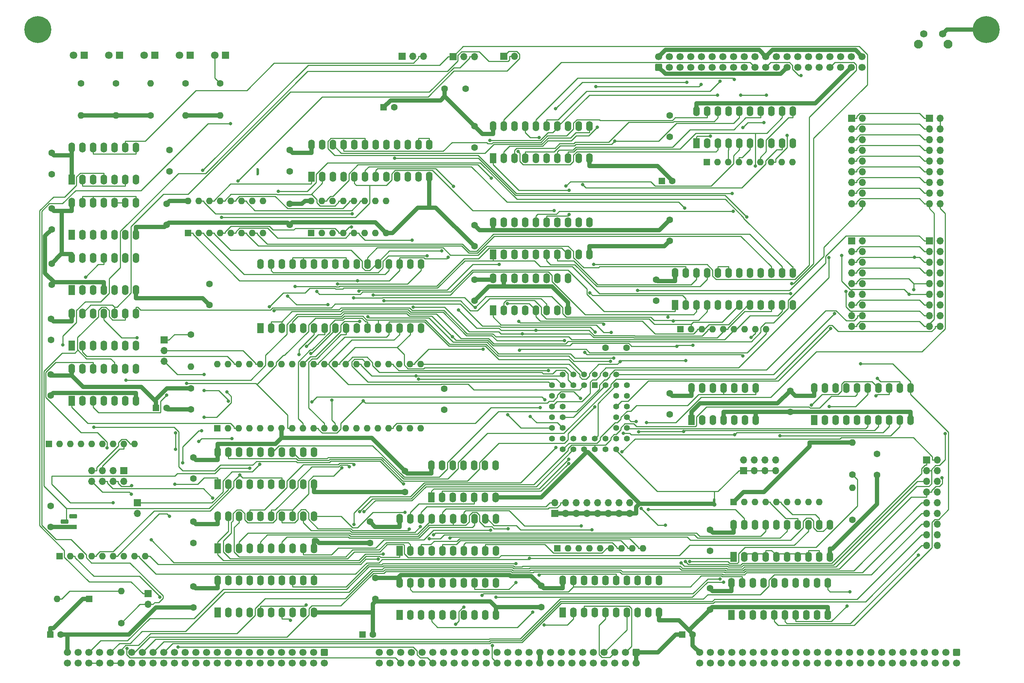
<source format=gbr>
%TF.GenerationSoftware,KiCad,Pcbnew,(6.0.11)*%
%TF.CreationDate,2024-01-05T13:43:23-06:00*%
%TF.ProjectId,processor.6809,70726f63-6573-4736-9f72-2e363830392e,v1.00*%
%TF.SameCoordinates,Original*%
%TF.FileFunction,Copper,L1,Top*%
%TF.FilePolarity,Positive*%
%FSLAX46Y46*%
G04 Gerber Fmt 4.6, Leading zero omitted, Abs format (unit mm)*
G04 Created by KiCad (PCBNEW (6.0.11)) date 2024-01-05 13:43:23*
%MOMM*%
%LPD*%
G01*
G04 APERTURE LIST*
G04 Aperture macros list*
%AMRoundRect*
0 Rectangle with rounded corners*
0 $1 Rounding radius*
0 $2 $3 $4 $5 $6 $7 $8 $9 X,Y pos of 4 corners*
0 Add a 4 corners polygon primitive as box body*
4,1,4,$2,$3,$4,$5,$6,$7,$8,$9,$2,$3,0*
0 Add four circle primitives for the rounded corners*
1,1,$1+$1,$2,$3*
1,1,$1+$1,$4,$5*
1,1,$1+$1,$6,$7*
1,1,$1+$1,$8,$9*
0 Add four rect primitives between the rounded corners*
20,1,$1+$1,$2,$3,$4,$5,0*
20,1,$1+$1,$4,$5,$6,$7,0*
20,1,$1+$1,$6,$7,$8,$9,0*
20,1,$1+$1,$8,$9,$2,$3,0*%
G04 Aperture macros list end*
%TA.AperFunction,ComponentPad*%
%ADD10RoundRect,0.250000X-0.600000X0.600000X-0.600000X-0.600000X0.600000X-0.600000X0.600000X0.600000X0*%
%TD*%
%TA.AperFunction,ComponentPad*%
%ADD11C,1.700000*%
%TD*%
%TA.AperFunction,ComponentPad*%
%ADD12C,1.600000*%
%TD*%
%TA.AperFunction,ComponentPad*%
%ADD13R,1.600000X1.600000*%
%TD*%
%TA.AperFunction,ComponentPad*%
%ADD14R,1.800000X1.800000*%
%TD*%
%TA.AperFunction,ComponentPad*%
%ADD15C,1.800000*%
%TD*%
%TA.AperFunction,ComponentPad*%
%ADD16O,1.600000X1.600000*%
%TD*%
%TA.AperFunction,ComponentPad*%
%ADD17R,1.600000X2.400000*%
%TD*%
%TA.AperFunction,ComponentPad*%
%ADD18O,1.600000X2.400000*%
%TD*%
%TA.AperFunction,ComponentPad*%
%ADD19R,1.800000X1.100000*%
%TD*%
%TA.AperFunction,ComponentPad*%
%ADD20RoundRect,0.275000X0.625000X-0.275000X0.625000X0.275000X-0.625000X0.275000X-0.625000X-0.275000X0*%
%TD*%
%TA.AperFunction,ComponentPad*%
%ADD21C,6.400000*%
%TD*%
%TA.AperFunction,ComponentPad*%
%ADD22RoundRect,0.250000X0.600000X-0.600000X0.600000X0.600000X-0.600000X0.600000X-0.600000X-0.600000X0*%
%TD*%
%TA.AperFunction,ComponentPad*%
%ADD23R,1.422400X1.422400*%
%TD*%
%TA.AperFunction,ComponentPad*%
%ADD24C,1.422400*%
%TD*%
%TA.AperFunction,ComponentPad*%
%ADD25R,1.700000X1.700000*%
%TD*%
%TA.AperFunction,ComponentPad*%
%ADD26O,1.700000X1.700000*%
%TD*%
%TA.AperFunction,ComponentPad*%
%ADD27C,2.100000*%
%TD*%
%TA.AperFunction,ComponentPad*%
%ADD28C,1.750000*%
%TD*%
%TA.AperFunction,ComponentPad*%
%ADD29C,0.600000*%
%TD*%
%TA.AperFunction,ViaPad*%
%ADD30C,0.800000*%
%TD*%
%TA.AperFunction,Conductor*%
%ADD31C,1.000000*%
%TD*%
%TA.AperFunction,Conductor*%
%ADD32C,0.250000*%
%TD*%
G04 APERTURE END LIST*
%TO.C,NT4*%
G36*
X200800000Y-187850000D02*
G01*
X200200000Y-187850000D01*
X200200000Y-186650000D01*
X200800000Y-186650000D01*
X200800000Y-187850000D01*
G37*
%TO.C,NT3*%
G36*
X92450000Y-109350000D02*
G01*
X91850000Y-109350000D01*
X91850000Y-108150000D01*
X92450000Y-108150000D01*
X92450000Y-109350000D01*
G37*
%TD*%
D10*
%TO.P,P1,1,Pin_1*%
%TO.N,VCC*%
X108000000Y-223000000D03*
D11*
%TO.P,P1,2,Pin_2*%
X108000000Y-225540000D03*
%TO.P,P1,3,Pin_3*%
%TO.N,~{RD}*%
X105460000Y-223000000D03*
%TO.P,P1,4,Pin_4*%
%TO.N,/bus/E*%
X105460000Y-225540000D03*
%TO.P,P1,5,Pin_5*%
%TO.N,~{WR}*%
X102920000Y-223000000D03*
%TO.P,P1,6,Pin_6*%
%TO.N,/bus/ST*%
X102920000Y-225540000D03*
%TO.P,P1,7,Pin_7*%
%TO.N,~{IORQ}*%
X100380000Y-223000000D03*
%TO.P,P1,8,Pin_8*%
%TO.N,/bus/PHI*%
X100380000Y-225540000D03*
%TO.P,P1,9,Pin_9*%
%TO.N,~{MREQ}*%
X97840000Y-223000000D03*
%TO.P,P1,10,Pin_10*%
%TO.N,/bus/~{INT2}*%
X97840000Y-225540000D03*
%TO.P,P1,11,Pin_11*%
%TO.N,~{M1}*%
X95300000Y-223000000D03*
%TO.P,P1,12,Pin_12*%
%TO.N,/bus/~{INT1}*%
X95300000Y-225540000D03*
%TO.P,P1,13,Pin_13*%
%TO.N,/bus/~{BUSACK}*%
X92760000Y-223000000D03*
%TO.P,P1,14,Pin_14*%
%TO.N,/bus/CRUCLK*%
X92760000Y-225540000D03*
%TO.P,P1,15,Pin_15*%
%TO.N,bCLK*%
X90220000Y-223000000D03*
%TO.P,P1,16,Pin_16*%
%TO.N,/bus/CRUOUT*%
X90220000Y-225540000D03*
%TO.P,P1,17,Pin_17*%
%TO.N,~{INT0}*%
X87680000Y-223000000D03*
%TO.P,P1,18,Pin_18*%
%TO.N,/bus/CRUIN*%
X87680000Y-225540000D03*
%TO.P,P1,19,Pin_19*%
%TO.N,~{NMI}*%
X85140000Y-223000000D03*
%TO.P,P1,20,Pin_20*%
%TO.N,~{RES_IN}*%
X85140000Y-225540000D03*
%TO.P,P1,21,Pin_21*%
%TO.N,~{RES_OUT}*%
X82600000Y-223000000D03*
%TO.P,P1,22,Pin_22*%
%TO.N,/bus/USER8*%
X82600000Y-225540000D03*
%TO.P,P1,23,Pin_23*%
%TO.N,~{BUSRQ}*%
X80060000Y-223000000D03*
%TO.P,P1,24,Pin_24*%
%TO.N,/bus/USER7*%
X80060000Y-225540000D03*
%TO.P,P1,25,Pin_25*%
%TO.N,~{WAIT}*%
X77520000Y-223000000D03*
%TO.P,P1,26,Pin_26*%
%TO.N,/bus/USER6*%
X77520000Y-225540000D03*
%TO.P,P1,27,Pin_27*%
%TO.N,/bus/~{HALT}*%
X74980000Y-223000000D03*
%TO.P,P1,28,Pin_28*%
%TO.N,/bus/USER5*%
X74980000Y-225540000D03*
%TO.P,P1,29,Pin_29*%
%TO.N,/bus/~{RFSH}*%
X72440000Y-223000000D03*
%TO.P,P1,30,Pin_30*%
%TO.N,/bus/USER4*%
X72440000Y-225540000D03*
%TO.P,P1,31,Pin_31*%
%TO.N,~{EIRQ7}*%
X69900000Y-223000000D03*
%TO.P,P1,32,Pin_32*%
%TO.N,/bus/USER3*%
X69900000Y-225540000D03*
%TO.P,P1,33,Pin_33*%
%TO.N,~{EIRQ6}*%
X67360000Y-223000000D03*
%TO.P,P1,34,Pin_34*%
%TO.N,/bus/USER2*%
X67360000Y-225540000D03*
%TO.P,P1,35,Pin_35*%
%TO.N,~{EIRQ5}*%
X64820000Y-223000000D03*
%TO.P,P1,36,Pin_36*%
%TO.N,/bus/USER1*%
X64820000Y-225540000D03*
%TO.P,P1,37,Pin_37*%
%TO.N,~{EIRQ4}*%
X62280000Y-223000000D03*
%TO.P,P1,38,Pin_38*%
%TO.N,/bus/USER0*%
X62280000Y-225540000D03*
%TO.P,P1,39,Pin_39*%
%TO.N,~{EIRQ3}*%
X59740000Y-223000000D03*
%TO.P,P1,40,Pin_40*%
%TO.N,Net-(P1-Pad40)*%
X59740000Y-225540000D03*
%TO.P,P1,41,Pin_41*%
%TO.N,~{EIRQ2}*%
X57200000Y-223000000D03*
%TO.P,P1,42,Pin_42*%
%TO.N,Net-(P1-Pad40)*%
X57200000Y-225540000D03*
%TO.P,P1,43,Pin_43*%
%TO.N,~{EIRQ1}*%
X54660000Y-223000000D03*
%TO.P,P1,44,Pin_44*%
%TO.N,Net-(P1-Pad44)*%
X54660000Y-225540000D03*
%TO.P,P1,45,Pin_45*%
%TO.N,~{EIRQ0}*%
X52120000Y-223000000D03*
%TO.P,P1,46,Pin_46*%
%TO.N,Net-(P1-Pad44)*%
X52120000Y-225540000D03*
%TO.P,P1,47,Pin_47*%
%TO.N,I2C_SCL*%
X49580000Y-223000000D03*
%TO.P,P1,48,Pin_48*%
%TO.N,I2C_SDA*%
X49580000Y-225540000D03*
%TO.P,P1,49,Pin_49*%
%TO.N,GND*%
X47040000Y-223000000D03*
%TO.P,P1,50,Pin_50*%
X47040000Y-225540000D03*
%TD*%
D12*
%TO.P,C2,1*%
%TO.N,VCC*%
X127075000Y-179875000D03*
%TO.P,C2,2*%
%TO.N,GND*%
X127075000Y-184875000D03*
%TD*%
%TO.P,C3,1*%
%TO.N,VCC*%
X43255000Y-130605000D03*
%TO.P,C3,2*%
%TO.N,GND*%
X43255000Y-135605000D03*
%TD*%
%TO.P,C4,1*%
%TO.N,VCC*%
X174700000Y-150625000D03*
%TO.P,C4,2*%
%TO.N,GND*%
X179700000Y-150625000D03*
%TD*%
%TO.P,C5,1*%
%TO.N,VCC*%
X76910000Y-191940000D03*
%TO.P,C5,2*%
%TO.N,GND*%
X76910000Y-196940000D03*
%TD*%
%TO.P,C6,1*%
%TO.N,VCC*%
X43000000Y-156900000D03*
%TO.P,C6,2*%
%TO.N,GND*%
X43000000Y-161900000D03*
%TD*%
%TO.P,C8,1*%
%TO.N,VCC*%
X159460000Y-207180000D03*
%TO.P,C8,2*%
%TO.N,GND*%
X159460000Y-212180000D03*
%TD*%
%TO.P,C9,1*%
%TO.N,VCC*%
X199465000Y-193845000D03*
%TO.P,C9,2*%
%TO.N,GND*%
X199465000Y-198845000D03*
%TD*%
%TO.P,C10,1*%
%TO.N,VCC*%
X76910000Y-207270000D03*
%TO.P,C10,2*%
%TO.N,GND*%
X76910000Y-212270000D03*
%TD*%
%TO.P,C11,1*%
%TO.N,VCC*%
X43255000Y-117457500D03*
%TO.P,C11,2*%
%TO.N,GND*%
X43255000Y-122457500D03*
%TD*%
%TO.P,C14,1*%
%TO.N,VCC*%
X189940000Y-120185000D03*
%TO.P,C14,2*%
%TO.N,GND*%
X189940000Y-125185000D03*
%TD*%
%TO.P,C15,1*%
%TO.N,VCC*%
X143600000Y-134400000D03*
%TO.P,C15,2*%
%TO.N,GND*%
X143600000Y-139400000D03*
%TD*%
D13*
%TO.P,C25,1*%
%TO.N,VCC*%
X42929600Y-218750000D03*
D12*
%TO.P,C25,2*%
%TO.N,GND*%
X45429600Y-218750000D03*
%TD*%
D13*
%TO.P,C26,1*%
%TO.N,VCC*%
X68019900Y-164900000D03*
D12*
%TO.P,C26,2*%
%TO.N,GND*%
X70519900Y-164900000D03*
%TD*%
%TO.P,C17,1*%
%TO.N,VCC*%
X80720000Y-135390000D03*
%TO.P,C17,2*%
%TO.N,GND*%
X80720000Y-140390000D03*
%TD*%
%TO.P,C20,1*%
%TO.N,VCC*%
X120090000Y-205315000D03*
%TO.P,C20,2*%
%TO.N,GND*%
X120090000Y-210315000D03*
%TD*%
%TO.P,C21,1*%
%TO.N,VCC*%
X76910000Y-176660000D03*
%TO.P,C21,2*%
%TO.N,GND*%
X76910000Y-181660000D03*
%TD*%
%TO.P,C22,1*%
%TO.N,VCC*%
X99770000Y-116375000D03*
%TO.P,C22,2*%
%TO.N,GND*%
X99770000Y-121375000D03*
%TD*%
%TO.P,C23,1*%
%TO.N,VCC*%
X136385000Y-165310000D03*
%TO.P,C23,2*%
%TO.N,GND*%
X136385000Y-160310000D03*
%TD*%
D13*
%TO.P,C27,1*%
%TO.N,VCC*%
X117000000Y-218750000D03*
D12*
%TO.P,C27,2*%
%TO.N,GND*%
X119500000Y-218750000D03*
%TD*%
D13*
%TO.P,C28,1*%
%TO.N,VCC*%
X192884700Y-218750000D03*
D12*
%TO.P,C28,2*%
%TO.N,GND*%
X195384700Y-218750000D03*
%TD*%
D13*
%TO.P,C29,1*%
%TO.N,VCC*%
X188044900Y-111000000D03*
D12*
%TO.P,C29,2*%
%TO.N,GND*%
X190544900Y-111000000D03*
%TD*%
D14*
%TO.P,D4,1,K*%
%TO.N,Net-(D4-Pad1)*%
X67755000Y-81065000D03*
D15*
%TO.P,D4,2,A*%
%TO.N,Net-(D4-Pad2)*%
X65215000Y-81065000D03*
%TD*%
D13*
%TO.P,D6,1,K*%
%TO.N,VCC*%
X52145000Y-210315000D03*
D16*
%TO.P,D6,2,A*%
%TO.N,Net-(D6-Pad2)*%
X44525000Y-210315000D03*
%TD*%
D14*
%TO.P,D2,1,K*%
%TO.N,Net-(D2-Pad1)*%
X76132500Y-81065000D03*
D15*
%TO.P,D2,2,A*%
%TO.N,Net-(D2-Pad2)*%
X73592500Y-81065000D03*
%TD*%
D12*
%TO.P,R5,1*%
%TO.N,Net-(D3-Pad2)*%
X58495000Y-87760000D03*
D16*
%TO.P,R5,2*%
%TO.N,VCC*%
X58495000Y-95380000D03*
%TD*%
D12*
%TO.P,R6,1*%
%TO.N,Net-(J10-Pad1)*%
X76275000Y-147450000D03*
D16*
%TO.P,R6,2*%
%TO.N,VCC*%
X76275000Y-155070000D03*
%TD*%
D17*
%TO.P,U4,1*%
%TO.N,~{CPU-INT}*%
X48000000Y-163200000D03*
D18*
%TO.P,U4,2*%
%TO.N,Net-(D3-Pad1)*%
X50540000Y-163200000D03*
%TO.P,U4,3*%
%TO.N,~{CS_IO}*%
X53080000Y-163200000D03*
%TO.P,U4,4*%
%TO.N,Net-(D9-Pad1)*%
X55620000Y-163200000D03*
%TO.P,U4,5*%
%TO.N,~{NMI}*%
X58160000Y-163200000D03*
%TO.P,U4,6*%
%TO.N,Net-(D2-Pad1)*%
X60700000Y-163200000D03*
%TO.P,U4,7,GND*%
%TO.N,GND*%
X63240000Y-163200000D03*
%TO.P,U4,8*%
%TO.N,N/C*%
X63240000Y-155580000D03*
%TO.P,U4,9*%
X60700000Y-155580000D03*
%TO.P,U4,10*%
%TO.N,~{RES_OUT}*%
X58160000Y-155580000D03*
%TO.P,U4,11*%
%TO.N,Net-(D6-Pad2)*%
X55620000Y-155580000D03*
%TO.P,U4,12*%
%TO.N,~{BUSRQ}*%
X53080000Y-155580000D03*
%TO.P,U4,13*%
%TO.N,Net-(U21-Pad5)*%
X50540000Y-155580000D03*
%TO.P,U4,14,VCC*%
%TO.N,VCC*%
X48000000Y-155580000D03*
%TD*%
D17*
%TO.P,U5,1,VPP*%
%TO.N,unconnected-(U5-Pad1)*%
X92785000Y-145925000D03*
D18*
%TO.P,U5,2,A16*%
%TO.N,ZERO*%
X95325000Y-145925000D03*
%TO.P,U5,3,A15*%
X97865000Y-145925000D03*
%TO.P,U5,4,A12*%
%TO.N,CPU-A12*%
X100405000Y-145925000D03*
%TO.P,U5,5,A7*%
%TO.N,CPU-A7*%
X102945000Y-145925000D03*
%TO.P,U5,6,A6*%
%TO.N,CPU-A6*%
X105485000Y-145925000D03*
%TO.P,U5,7,A5*%
%TO.N,CPU-A5*%
X108025000Y-145925000D03*
%TO.P,U5,8,A4*%
%TO.N,CPU-A4*%
X110565000Y-145925000D03*
%TO.P,U5,9,A3*%
%TO.N,CPU-A3*%
X113105000Y-145925000D03*
%TO.P,U5,10,A2*%
%TO.N,CPU-A2*%
X115645000Y-145925000D03*
%TO.P,U5,11,A1*%
%TO.N,CPU-A1*%
X118185000Y-145925000D03*
%TO.P,U5,12,A0*%
%TO.N,CPU-A0*%
X120725000Y-145925000D03*
%TO.P,U5,13,D0*%
%TO.N,CPU-D0*%
X123265000Y-145925000D03*
%TO.P,U5,14,D1*%
%TO.N,CPU-D1*%
X125805000Y-145925000D03*
%TO.P,U5,15,D2*%
%TO.N,CPU-D2*%
X128345000Y-145925000D03*
%TO.P,U5,16,GND*%
%TO.N,GND*%
X130885000Y-145925000D03*
%TO.P,U5,17,D3*%
%TO.N,CPU-D3*%
X130885000Y-130685000D03*
%TO.P,U5,18,D4*%
%TO.N,CPU-D4*%
X128345000Y-130685000D03*
%TO.P,U5,19,D5*%
%TO.N,CPU-D5*%
X125805000Y-130685000D03*
%TO.P,U5,20,D6*%
%TO.N,CPU-D6*%
X123265000Y-130685000D03*
%TO.P,U5,21,D7*%
%TO.N,CPU-D7*%
X120725000Y-130685000D03*
%TO.P,U5,22,~{CE}*%
%TO.N,~{ONBOARD_ROM}*%
X118185000Y-130685000D03*
%TO.P,U5,23,A10*%
%TO.N,CPU-A10*%
X115645000Y-130685000D03*
%TO.P,U5,24,~{OE}*%
%TO.N,ZERO*%
X113105000Y-130685000D03*
%TO.P,U5,25,A11*%
%TO.N,CPU-A11*%
X110565000Y-130685000D03*
%TO.P,U5,26,A9*%
%TO.N,CPU-A9*%
X108025000Y-130685000D03*
%TO.P,U5,27,A8*%
%TO.N,CPU-A8*%
X105485000Y-130685000D03*
%TO.P,U5,28,A13*%
%TO.N,ZERO*%
X102945000Y-130685000D03*
%TO.P,U5,29,A14*%
X100405000Y-130685000D03*
%TO.P,U5,30*%
%TO.N,N/C*%
X97865000Y-130685000D03*
%TO.P,U5,31,~{PGM}*%
%TO.N,ONE*%
X95325000Y-130685000D03*
%TO.P,U5,32,VCC*%
%TO.N,VCC*%
X92785000Y-130685000D03*
%TD*%
D17*
%TO.P,U6,1,OEa*%
%TO.N,~{6809EN}*%
X82630000Y-198240000D03*
D18*
%TO.P,U6,2,I0a*%
%TO.N,CPU-A0*%
X85170000Y-198240000D03*
%TO.P,U6,3,O3b*%
%TO.N,A7*%
X87710000Y-198240000D03*
%TO.P,U6,4,I1a*%
%TO.N,CPU-A1*%
X90250000Y-198240000D03*
%TO.P,U6,5,O2b*%
%TO.N,A6*%
X92790000Y-198240000D03*
%TO.P,U6,6,I2a*%
%TO.N,CPU-A2*%
X95330000Y-198240000D03*
%TO.P,U6,7,O1b*%
%TO.N,A5*%
X97870000Y-198240000D03*
%TO.P,U6,8,I3a*%
%TO.N,CPU-A3*%
X100410000Y-198240000D03*
%TO.P,U6,9,O0b*%
%TO.N,A4*%
X102950000Y-198240000D03*
%TO.P,U6,10,GND*%
%TO.N,GND*%
X105490000Y-198240000D03*
%TO.P,U6,11,I0b*%
%TO.N,CPU-A4*%
X105490000Y-190620000D03*
%TO.P,U6,12,O3a*%
%TO.N,A3*%
X102950000Y-190620000D03*
%TO.P,U6,13,I1b*%
%TO.N,CPU-A5*%
X100410000Y-190620000D03*
%TO.P,U6,14,O2a*%
%TO.N,A2*%
X97870000Y-190620000D03*
%TO.P,U6,15,I2b*%
%TO.N,CPU-A6*%
X95330000Y-190620000D03*
%TO.P,U6,16,O1a*%
%TO.N,A1*%
X92790000Y-190620000D03*
%TO.P,U6,17,I3b*%
%TO.N,CPU-A7*%
X90250000Y-190620000D03*
%TO.P,U6,18,O0a*%
%TO.N,A0*%
X87710000Y-190620000D03*
%TO.P,U6,19,OEb*%
%TO.N,~{6809EN}*%
X85170000Y-190620000D03*
%TO.P,U6,20,VCC*%
%TO.N,VCC*%
X82630000Y-190620000D03*
%TD*%
D17*
%TO.P,U8,1,OEa*%
%TO.N,~{6809EN}*%
X164540000Y-213480000D03*
D18*
%TO.P,U8,2,I0a*%
%TO.N,CPU-A8*%
X167080000Y-213480000D03*
%TO.P,U8,3,O3b*%
%TO.N,A15*%
X169620000Y-213480000D03*
%TO.P,U8,4,I1a*%
%TO.N,CPU-A9*%
X172160000Y-213480000D03*
%TO.P,U8,5,O2b*%
%TO.N,A14*%
X174700000Y-213480000D03*
%TO.P,U8,6,I2a*%
%TO.N,CPU-A10*%
X177240000Y-213480000D03*
%TO.P,U8,7,O1b*%
%TO.N,A13*%
X179780000Y-213480000D03*
%TO.P,U8,8,I3a*%
%TO.N,CPU-A11*%
X182320000Y-213480000D03*
%TO.P,U8,9,O0b*%
%TO.N,A12*%
X184860000Y-213480000D03*
%TO.P,U8,10,GND*%
%TO.N,GND*%
X187400000Y-213480000D03*
%TO.P,U8,11,I0b*%
%TO.N,CPU-A12*%
X187400000Y-205860000D03*
%TO.P,U8,12,O3a*%
%TO.N,A11*%
X184860000Y-205860000D03*
%TO.P,U8,13,I1b*%
%TO.N,CPU-A13*%
X182320000Y-205860000D03*
%TO.P,U8,14,O2a*%
%TO.N,A10*%
X179780000Y-205860000D03*
%TO.P,U8,15,I2b*%
%TO.N,SEL-A14*%
X177240000Y-205860000D03*
%TO.P,U8,16,O1a*%
%TO.N,A9*%
X174700000Y-205860000D03*
%TO.P,U8,17,I3b*%
%TO.N,SEL-A15*%
X172160000Y-205860000D03*
%TO.P,U8,18,O0a*%
%TO.N,A8*%
X169620000Y-205860000D03*
%TO.P,U8,19,OEb*%
%TO.N,~{6809EN}*%
X167080000Y-205860000D03*
%TO.P,U8,20,VCC*%
%TO.N,VCC*%
X164540000Y-205860000D03*
%TD*%
D19*
%TO.P,U15,1,Pin_1*%
%TO.N,GND*%
X48400000Y-193200000D03*
D20*
%TO.P,U15,2,Pin_2*%
%TO.N,~{RES_OUT}*%
X46330000Y-191930000D03*
%TO.P,U15,3,Pin_3*%
%TO.N,VCC*%
X48400000Y-190660000D03*
%TD*%
D17*
%TO.P,U1,1*%
%TO.N,Net-(U1-Pad1)*%
X48000000Y-150052500D03*
D18*
%TO.P,U1,2*%
%TO.N,CLK*%
X50540000Y-150052500D03*
%TO.P,U1,3*%
%TO.N,unconnected-(U1-Pad3)*%
X53080000Y-150052500D03*
%TO.P,U1,4*%
%TO.N,unconnected-(U1-Pad4)*%
X55620000Y-150052500D03*
%TO.P,U1,5*%
%TO.N,unconnected-(U1-Pad5)*%
X58160000Y-150052500D03*
%TO.P,U1,6*%
%TO.N,unconnected-(U1-Pad6)*%
X60700000Y-150052500D03*
%TO.P,U1,7,GND*%
%TO.N,GND*%
X63240000Y-150052500D03*
%TO.P,U1,8*%
%TO.N,Net-(U1-Pad8)*%
X63240000Y-142432500D03*
%TO.P,U1,9*%
%TO.N,~{RES_OUT}*%
X60700000Y-142432500D03*
%TO.P,U1,10*%
%TO.N,6809EN*%
X58160000Y-142432500D03*
%TO.P,U1,11*%
%TO.N,~{6809EN}*%
X55620000Y-142432500D03*
%TO.P,U1,12*%
%TO.N,Net-(D4-Pad1)*%
X53080000Y-142432500D03*
%TO.P,U1,13*%
%TO.N,6809EN*%
X50540000Y-142432500D03*
%TO.P,U1,14,VCC*%
%TO.N,VCC*%
X48000000Y-142432500D03*
%TD*%
D10*
%TO.P,P2,1,Pin_1*%
%TO.N,VCC*%
X182000000Y-223000000D03*
D11*
%TO.P,P2,2,Pin_2*%
X182000000Y-225540000D03*
%TO.P,P2,3,Pin_3*%
%TO.N,A15*%
X179460000Y-223000000D03*
%TO.P,P2,4,Pin_4*%
%TO.N,/bus/A31*%
X179460000Y-225540000D03*
%TO.P,P2,5,Pin_5*%
%TO.N,A14*%
X176920000Y-223000000D03*
%TO.P,P2,6,Pin_6*%
%TO.N,/bus/A30*%
X176920000Y-225540000D03*
%TO.P,P2,7,Pin_7*%
%TO.N,A13*%
X174380000Y-223000000D03*
%TO.P,P2,8,Pin_8*%
%TO.N,/bus/A29*%
X174380000Y-225540000D03*
%TO.P,P2,9,Pin_9*%
%TO.N,A12*%
X171840000Y-223000000D03*
%TO.P,P2,10,Pin_10*%
%TO.N,/bus/A28*%
X171840000Y-225540000D03*
%TO.P,P2,11,Pin_11*%
%TO.N,A11*%
X169300000Y-223000000D03*
%TO.P,P2,12,Pin_12*%
%TO.N,/bus/A27*%
X169300000Y-225540000D03*
%TO.P,P2,13,Pin_13*%
%TO.N,A10*%
X166760000Y-223000000D03*
%TO.P,P2,14,Pin_14*%
%TO.N,/bus/A26*%
X166760000Y-225540000D03*
%TO.P,P2,15,Pin_15*%
%TO.N,A9*%
X164220000Y-223000000D03*
%TO.P,P2,16,Pin_16*%
%TO.N,/bus/A25*%
X164220000Y-225540000D03*
%TO.P,P2,17,Pin_17*%
%TO.N,A8*%
X161680000Y-223000000D03*
%TO.P,P2,18,Pin_18*%
%TO.N,/bus/A24*%
X161680000Y-225540000D03*
%TO.P,P2,19,Pin_19*%
%TO.N,+12V*%
X159140000Y-223000000D03*
%TO.P,P2,20,Pin_20*%
X159140000Y-225540000D03*
%TO.P,P2,21,Pin_21*%
%TO.N,A7*%
X156600000Y-223000000D03*
%TO.P,P2,22,Pin_22*%
%TO.N,/bus/A23*%
X156600000Y-225540000D03*
%TO.P,P2,23,Pin_23*%
%TO.N,A6*%
X154060000Y-223000000D03*
%TO.P,P2,24,Pin_24*%
%TO.N,/bus/A22*%
X154060000Y-225540000D03*
%TO.P,P2,25,Pin_25*%
%TO.N,A5*%
X151520000Y-223000000D03*
%TO.P,P2,26,Pin_26*%
%TO.N,A21*%
X151520000Y-225540000D03*
%TO.P,P2,27,Pin_27*%
%TO.N,A4*%
X148980000Y-223000000D03*
%TO.P,P2,28,Pin_28*%
%TO.N,A20*%
X148980000Y-225540000D03*
%TO.P,P2,29,Pin_29*%
%TO.N,A3*%
X146440000Y-223000000D03*
%TO.P,P2,30,Pin_30*%
%TO.N,A19*%
X146440000Y-225540000D03*
%TO.P,P2,31,Pin_31*%
%TO.N,A2*%
X143900000Y-223000000D03*
%TO.P,P2,32,Pin_32*%
%TO.N,A18*%
X143900000Y-225540000D03*
%TO.P,P2,33,Pin_33*%
%TO.N,A1*%
X141360000Y-223000000D03*
%TO.P,P2,34,Pin_34*%
%TO.N,A17*%
X141360000Y-225540000D03*
%TO.P,P2,35,Pin_35*%
%TO.N,A0*%
X138820000Y-223000000D03*
%TO.P,P2,36,Pin_36*%
%TO.N,A16*%
X138820000Y-225540000D03*
%TO.P,P2,37,Pin_37*%
%TO.N,-12V*%
X136280000Y-223000000D03*
%TO.P,P2,38,Pin_38*%
X136280000Y-225540000D03*
%TO.P,P2,39,Pin_39*%
%TO.N,/bus/IC3*%
X133740000Y-223000000D03*
%TO.P,P2,40,Pin_40*%
%TO.N,~{TEND1}*%
X133740000Y-225540000D03*
%TO.P,P2,41,Pin_41*%
%TO.N,/bus/IC2*%
X131200000Y-223000000D03*
%TO.P,P2,42,Pin_42*%
%TO.N,~{DREQ1}*%
X131200000Y-225540000D03*
%TO.P,P2,43,Pin_43*%
%TO.N,/bus/IC1*%
X128660000Y-223000000D03*
%TO.P,P2,44,Pin_44*%
%TO.N,~{TEND0}*%
X128660000Y-225540000D03*
%TO.P,P2,45,Pin_45*%
%TO.N,/bus/IC0*%
X126120000Y-223000000D03*
%TO.P,P2,46,Pin_46*%
%TO.N,~{DREQ0}*%
X126120000Y-225540000D03*
%TO.P,P2,47,Pin_47*%
%TO.N,/bus/AUXCLK1*%
X123580000Y-223000000D03*
%TO.P,P2,48,Pin_48*%
%TO.N,/bus/AUXCLK0*%
X123580000Y-225540000D03*
%TO.P,P2,49,Pin_49*%
%TO.N,GND*%
X121040000Y-223000000D03*
%TO.P,P2,50,Pin_50*%
X121040000Y-225540000D03*
%TD*%
D21*
%TO.P,H2,1,1*%
%TO.N,GND*%
X265000000Y-75000000D03*
%TD*%
D13*
%TO.P,RN1,1,common*%
%TO.N,VCC*%
X42620000Y-173485000D03*
D16*
%TO.P,RN1,2,R1*%
%TO.N,unconnected-(RN1-Pad2)*%
X45160000Y-173485000D03*
%TO.P,RN1,3,R2*%
%TO.N,~{TEND0}*%
X47700000Y-173485000D03*
%TO.P,RN1,4,R3*%
%TO.N,~{TEND1}*%
X50240000Y-173485000D03*
%TO.P,RN1,5,R4*%
%TO.N,~{CPU-RESET}*%
X52780000Y-173485000D03*
%TO.P,RN1,6,R5*%
%TO.N,Net-(JP4-Pad1)*%
X55320000Y-173485000D03*
%TO.P,RN1,7,R6*%
%TO.N,Net-(JP4-Pad3)*%
X57860000Y-173485000D03*
%TO.P,RN1,8,R7*%
%TO.N,Net-(JP4-Pad5)*%
X60400000Y-173485000D03*
%TO.P,RN1,9,R8*%
%TO.N,Net-(JP4-Pad7)*%
X62940000Y-173485000D03*
%TD*%
D17*
%TO.P,U11,1,A->B*%
%TO.N,DATA-DIR*%
X204550000Y-214115000D03*
D18*
%TO.P,U11,2,A0*%
%TO.N,CPU-D0*%
X207090000Y-214115000D03*
%TO.P,U11,3,A1*%
%TO.N,CPU-D1*%
X209630000Y-214115000D03*
%TO.P,U11,4,A2*%
%TO.N,CPU-D2*%
X212170000Y-214115000D03*
%TO.P,U11,5,A3*%
%TO.N,CPU-D3*%
X214710000Y-214115000D03*
%TO.P,U11,6,A4*%
%TO.N,CPU-D4*%
X217250000Y-214115000D03*
%TO.P,U11,7,A5*%
%TO.N,CPU-D5*%
X219790000Y-214115000D03*
%TO.P,U11,8,A6*%
%TO.N,CPU-D6*%
X222330000Y-214115000D03*
%TO.P,U11,9,A7*%
%TO.N,CPU-D7*%
X224870000Y-214115000D03*
%TO.P,U11,10,GND*%
%TO.N,GND*%
X227410000Y-214115000D03*
%TO.P,U11,11,B7*%
%TO.N,D7*%
X227410000Y-206495000D03*
%TO.P,U11,12,B6*%
%TO.N,D6*%
X224870000Y-206495000D03*
%TO.P,U11,13,B5*%
%TO.N,D5*%
X222330000Y-206495000D03*
%TO.P,U11,14,B4*%
%TO.N,D4*%
X219790000Y-206495000D03*
%TO.P,U11,15,B3*%
%TO.N,D3*%
X217250000Y-206495000D03*
%TO.P,U11,16,B2*%
%TO.N,D2*%
X214710000Y-206495000D03*
%TO.P,U11,17,B1*%
%TO.N,D1*%
X212170000Y-206495000D03*
%TO.P,U11,18,B0*%
%TO.N,D0*%
X209630000Y-206495000D03*
%TO.P,U11,19,CE*%
%TO.N,~{6809EN}*%
X207090000Y-206495000D03*
%TO.P,U11,20,VCC*%
%TO.N,VCC*%
X204550000Y-206495000D03*
%TD*%
D12*
%TO.P,C19,1*%
%TO.N,VCC*%
X43000000Y-188200000D03*
%TO.P,C19,2*%
%TO.N,GND*%
X43000000Y-193200000D03*
%TD*%
%TO.P,C18,1*%
%TO.N,VCC*%
X43125000Y-143752500D03*
%TO.P,C18,2*%
%TO.N,GND*%
X43125000Y-148752500D03*
%TD*%
%TO.P,C12,1*%
%TO.N,VCC*%
X76275000Y-160230000D03*
%TO.P,C12,2*%
%TO.N,GND*%
X76275000Y-165230000D03*
%TD*%
%TO.P,C16,1*%
%TO.N,VCC*%
X199465000Y-207775000D03*
%TO.P,C16,2*%
%TO.N,GND*%
X199465000Y-212775000D03*
%TD*%
D17*
%TO.P,U3,1,I0/CLK*%
%TO.N,CPU-A0*%
X104915000Y-109985000D03*
D18*
%TO.P,U3,2,I1*%
%TO.N,CPU-A1*%
X107455000Y-109985000D03*
%TO.P,U3,3,I2*%
%TO.N,CPU-A2*%
X109995000Y-109985000D03*
%TO.P,U3,4,I3*%
%TO.N,CPU-A3*%
X112535000Y-109985000D03*
%TO.P,U3,5,I4*%
%TO.N,~{CS_IO}*%
X115075000Y-109985000D03*
%TO.P,U3,6,I5*%
%TO.N,~{INT-I2C}*%
X117615000Y-109985000D03*
%TO.P,U3,7,I6*%
%TO.N,CPU-R~{W}*%
X120155000Y-109985000D03*
%TO.P,U3,8,I7*%
%TO.N,unconnected-(U3-Pad8)*%
X122695000Y-109985000D03*
%TO.P,U3,9,I8*%
%TO.N,unconnected-(U3-Pad9)*%
X125235000Y-109985000D03*
%TO.P,U3,10,I9*%
%TO.N,unconnected-(U3-Pad10)*%
X127775000Y-109985000D03*
%TO.P,U3,11,I10*%
%TO.N,unconnected-(U3-Pad11)*%
X130315000Y-109985000D03*
%TO.P,U3,12,GND*%
%TO.N,GND*%
X132855000Y-109985000D03*
%TO.P,U3,13,I11*%
%TO.N,Net-(U3-Pad13)*%
X132855000Y-102365000D03*
%TO.P,U3,14,O9*%
X130315000Y-102365000D03*
%TO.P,U3,15,O8*%
%TO.N,unconnected-(U3-Pad15)*%
X127775000Y-102365000D03*
%TO.P,U3,16,O7*%
%TO.N,~{PAGE-WR}*%
X125235000Y-102365000D03*
%TO.P,U3,17,O6*%
%TO.N,~{CS_I2C_WR}*%
X122695000Y-102365000D03*
%TO.P,U3,18,O5*%
%TO.N,INT-I2C*%
X120155000Y-102365000D03*
%TO.P,U3,19,O4*%
%TO.N,~{CS_I2C}*%
X117615000Y-102365000D03*
%TO.P,U3,20,O3*%
%TO.N,unconnected-(U3-Pad20)*%
X115075000Y-102365000D03*
%TO.P,U3,21,O2*%
%TO.N,~{FP-LATCH-RD}*%
X112535000Y-102365000D03*
%TO.P,U3,22,O1*%
%TO.N,FP-LATCH-WR*%
X109995000Y-102365000D03*
%TO.P,U3,23,O0*%
%TO.N,~{CS_UART}*%
X107455000Y-102365000D03*
%TO.P,U3,24,VCC*%
%TO.N,VCC*%
X104915000Y-102365000D03*
%TD*%
D21*
%TO.P,H1,1,1*%
%TO.N,GND*%
X40000000Y-75000000D03*
%TD*%
D14*
%TO.P,D7,1,K*%
%TO.N,GND*%
X51000000Y-81065000D03*
D15*
%TO.P,D7,2,A*%
%TO.N,Net-(D7-Pad2)*%
X48460000Y-81065000D03*
%TD*%
D10*
%TO.P,P3,1,Pin_1*%
%TO.N,VCC*%
X258000000Y-223000000D03*
D11*
%TO.P,P3,2,Pin_2*%
X258000000Y-225540000D03*
%TO.P,P3,3,Pin_3*%
%TO.N,/bus/D15*%
X255460000Y-223000000D03*
%TO.P,P3,4,Pin_4*%
%TO.N,/bus/D31*%
X255460000Y-225540000D03*
%TO.P,P3,5,Pin_5*%
%TO.N,/bus/D14*%
X252920000Y-223000000D03*
%TO.P,P3,6,Pin_6*%
%TO.N,/bus/D30*%
X252920000Y-225540000D03*
%TO.P,P3,7,Pin_7*%
%TO.N,/bus/D13*%
X250380000Y-223000000D03*
%TO.P,P3,8,Pin_8*%
%TO.N,/bus/D29*%
X250380000Y-225540000D03*
%TO.P,P3,9,Pin_9*%
%TO.N,/bus/D12*%
X247840000Y-223000000D03*
%TO.P,P3,10,Pin_10*%
%TO.N,/bus/D28*%
X247840000Y-225540000D03*
%TO.P,P3,11,Pin_11*%
%TO.N,/bus/D11*%
X245300000Y-223000000D03*
%TO.P,P3,12,Pin_12*%
%TO.N,/bus/D27*%
X245300000Y-225540000D03*
%TO.P,P3,13,Pin_13*%
%TO.N,/bus/D10*%
X242760000Y-223000000D03*
%TO.P,P3,14,Pin_14*%
%TO.N,/bus/D26*%
X242760000Y-225540000D03*
%TO.P,P3,15,Pin_15*%
%TO.N,/bus/D9*%
X240220000Y-223000000D03*
%TO.P,P3,16,Pin_16*%
%TO.N,/bus/D25*%
X240220000Y-225540000D03*
%TO.P,P3,17,Pin_17*%
%TO.N,/bus/D8*%
X237680000Y-223000000D03*
%TO.P,P3,18,Pin_18*%
%TO.N,/bus/D24*%
X237680000Y-225540000D03*
%TO.P,P3,19,Pin_19*%
%TO.N,D7*%
X235140000Y-223000000D03*
%TO.P,P3,20,Pin_20*%
%TO.N,/bus/D23*%
X235140000Y-225540000D03*
%TO.P,P3,21,Pin_21*%
%TO.N,D6*%
X232600000Y-223000000D03*
%TO.P,P3,22,Pin_22*%
%TO.N,/bus/D22*%
X232600000Y-225540000D03*
%TO.P,P3,23,Pin_23*%
%TO.N,D5*%
X230060000Y-223000000D03*
%TO.P,P3,24,Pin_24*%
%TO.N,/bus/D21*%
X230060000Y-225540000D03*
%TO.P,P3,25,Pin_25*%
%TO.N,D4*%
X227520000Y-223000000D03*
%TO.P,P3,26,Pin_26*%
%TO.N,/bus/D20*%
X227520000Y-225540000D03*
%TO.P,P3,27,Pin_27*%
%TO.N,D3*%
X224980000Y-223000000D03*
%TO.P,P3,28,Pin_28*%
%TO.N,/bus/D19*%
X224980000Y-225540000D03*
%TO.P,P3,29,Pin_29*%
%TO.N,D2*%
X222440000Y-223000000D03*
%TO.P,P3,30,Pin_30*%
%TO.N,/bus/D18*%
X222440000Y-225540000D03*
%TO.P,P3,31,Pin_31*%
%TO.N,D1*%
X219900000Y-223000000D03*
%TO.P,P3,32,Pin_32*%
%TO.N,/bus/D17*%
X219900000Y-225540000D03*
%TO.P,P3,33,Pin_33*%
%TO.N,D0*%
X217360000Y-223000000D03*
%TO.P,P3,34,Pin_34*%
%TO.N,/bus/D16*%
X217360000Y-225540000D03*
%TO.P,P3,35,Pin_35*%
%TO.N,/bus/~{BUSERR}*%
X214820000Y-223000000D03*
%TO.P,P3,36,Pin_36*%
%TO.N,/bus/UDS*%
X214820000Y-225540000D03*
%TO.P,P3,37,Pin_37*%
%TO.N,/bus/~{VPA}*%
X212280000Y-223000000D03*
%TO.P,P3,38,Pin_38*%
%TO.N,/bus/LDS*%
X212280000Y-225540000D03*
%TO.P,P3,39,Pin_39*%
%TO.N,/bus/~{VMA}*%
X209740000Y-223000000D03*
%TO.P,P3,40,Pin_40*%
%TO.N,/bus/S2*%
X209740000Y-225540000D03*
%TO.P,P3,41,Pin_41*%
%TO.N,/bus/~{BHE}*%
X207200000Y-223000000D03*
%TO.P,P3,42,Pin_42*%
%TO.N,/bus/S1*%
X207200000Y-225540000D03*
%TO.P,P3,43,Pin_43*%
%TO.N,/bus/IPL2*%
X204660000Y-223000000D03*
%TO.P,P3,44,Pin_44*%
%TO.N,/bus/S0*%
X204660000Y-225540000D03*
%TO.P,P3,45,Pin_45*%
%TO.N,/bus/IPL1*%
X202120000Y-223000000D03*
%TO.P,P3,46,Pin_46*%
%TO.N,/bus/AUXCLK3*%
X202120000Y-225540000D03*
%TO.P,P3,47,Pin_47*%
%TO.N,/bus/IPL0*%
X199580000Y-223000000D03*
%TO.P,P3,48,Pin_48*%
%TO.N,/bus/AUXCLK2*%
X199580000Y-225540000D03*
%TO.P,P3,49,Pin_49*%
%TO.N,GND*%
X197040000Y-223000000D03*
%TO.P,P3,50,Pin_50*%
X197040000Y-225540000D03*
%TD*%
D17*
%TO.P,U13,1,Pin_1*%
%TO.N,VCC*%
X48000000Y-136905000D03*
D18*
%TO.P,U13,2,Pin_2*%
%TO.N,unconnected-(U13-Pad2)*%
X50540000Y-136905000D03*
%TO.P,U13,3,Pin_3*%
%TO.N,unconnected-(U13-Pad3)*%
X53080000Y-136905000D03*
%TO.P,U13,4,Pin_4*%
%TO.N,GND*%
X55620000Y-136905000D03*
%TO.P,U13,5,Pin_5*%
%TO.N,unconnected-(U13-Pad5)*%
X58160000Y-136905000D03*
%TO.P,U13,6,Pin_6*%
%TO.N,unconnected-(U13-Pad6)*%
X60700000Y-136905000D03*
%TO.P,U13,7,Pin_7*%
%TO.N,GND*%
X63240000Y-136905000D03*
%TO.P,U13,8,Pin_8*%
%TO.N,Net-(U1-Pad1)*%
X63240000Y-129285000D03*
%TO.P,U13,9,Pin_9*%
%TO.N,unconnected-(U13-Pad9)*%
X60700000Y-129285000D03*
%TO.P,U13,10,Pin_10*%
%TO.N,unconnected-(U13-Pad10)*%
X58160000Y-129285000D03*
%TO.P,U13,11,Pin_11*%
%TO.N,Net-(U1-Pad1)*%
X55620000Y-129285000D03*
%TO.P,U13,12,Pin_12*%
%TO.N,unconnected-(U13-Pad12)*%
X53080000Y-129285000D03*
%TO.P,U13,13,Pin_13*%
%TO.N,unconnected-(U13-Pad13)*%
X50540000Y-129285000D03*
%TO.P,U13,14,Pin_14*%
%TO.N,VCC*%
X48000000Y-129285000D03*
%TD*%
D12*
%TO.P,C36,1*%
%TO.N,VCC*%
X189940000Y-95420000D03*
%TO.P,C36,2*%
%TO.N,GND*%
X189940000Y-100420000D03*
%TD*%
%TO.P,C38,1*%
%TO.N,VCC*%
X143600000Y-121455000D03*
%TO.P,C38,2*%
%TO.N,GND*%
X143600000Y-126455000D03*
%TD*%
D13*
%TO.P,C46,1*%
%TO.N,VCC*%
X122059900Y-93475000D03*
D12*
%TO.P,C46,2*%
%TO.N,GND*%
X124559900Y-93475000D03*
%TD*%
D17*
%TO.P,U19,1,S*%
%TO.N,~{PAGE-EN}*%
X148020000Y-141725000D03*
D18*
%TO.P,U19,2,I0a*%
%TO.N,mA14*%
X150560000Y-141725000D03*
%TO.P,U19,3,I1a*%
%TO.N,CPU-A14*%
X153100000Y-141725000D03*
%TO.P,U19,4,Za*%
%TO.N,SEL-A14*%
X155640000Y-141725000D03*
%TO.P,U19,5,I0b*%
%TO.N,mA15*%
X158180000Y-141725000D03*
%TO.P,U19,6,I1b*%
%TO.N,CPU-A15*%
X160720000Y-141725000D03*
%TO.P,U19,7,Zb*%
%TO.N,SEL-A15*%
X163260000Y-141725000D03*
%TO.P,U19,8,GND*%
%TO.N,GND*%
X165800000Y-141725000D03*
%TO.P,U19,9,Zc*%
%TO.N,unconnected-(U19-Pad9)*%
X165800000Y-134105000D03*
%TO.P,U19,10,I1c*%
%TO.N,unconnected-(U19-Pad10)*%
X163260000Y-134105000D03*
%TO.P,U19,11,I0c*%
%TO.N,unconnected-(U19-Pad11)*%
X160720000Y-134105000D03*
%TO.P,U19,12,Zd*%
%TO.N,unconnected-(U19-Pad12)*%
X158180000Y-134105000D03*
%TO.P,U19,13,I1d*%
%TO.N,unconnected-(U19-Pad13)*%
X155640000Y-134105000D03*
%TO.P,U19,14,I0d*%
%TO.N,unconnected-(U19-Pad14)*%
X153100000Y-134105000D03*
%TO.P,U19,15,E*%
%TO.N,GND*%
X150560000Y-134105000D03*
%TO.P,U19,16,VCC*%
%TO.N,VCC*%
X148020000Y-134105000D03*
%TD*%
D17*
%TO.P,U7,1*%
%TO.N,UART_INT*%
X133410000Y-186175000D03*
D18*
%TO.P,U7,2*%
%TO.N,Net-(J8-Pad10)*%
X135950000Y-186175000D03*
%TO.P,U7,3*%
%TO.N,INT-I2C*%
X138490000Y-186175000D03*
%TO.P,U7,4*%
%TO.N,Net-(J7-Pad10)*%
X141030000Y-186175000D03*
%TO.P,U7,5*%
%TO.N,Net-(U22-Pad19)*%
X143570000Y-186175000D03*
%TO.P,U7,6*%
%TO.N,Net-(U16-Pad10)*%
X146110000Y-186175000D03*
%TO.P,U7,7,GND*%
%TO.N,GND*%
X148650000Y-186175000D03*
%TO.P,U7,8*%
%TO.N,N/C*%
X148650000Y-178555000D03*
%TO.P,U7,9*%
X146110000Y-178555000D03*
%TO.P,U7,10*%
%TO.N,unconnected-(U7-Pad10)*%
X143570000Y-178555000D03*
%TO.P,U7,11*%
%TO.N,unconnected-(U7-Pad11)*%
X141030000Y-178555000D03*
%TO.P,U7,12*%
%TO.N,N/C*%
X138490000Y-178555000D03*
%TO.P,U7,13*%
X135950000Y-178555000D03*
%TO.P,U7,14,VCC*%
%TO.N,VCC*%
X133410000Y-178555000D03*
%TD*%
D14*
%TO.P,D9,1,K*%
%TO.N,Net-(D9-Pad1)*%
X84510000Y-81065000D03*
D15*
%TO.P,D9,2,A*%
%TO.N,Net-(D9-Pad2)*%
X81970000Y-81065000D03*
%TD*%
D13*
%TO.P,RN4,1,common*%
%TO.N,VCC*%
X45145000Y-200155000D03*
D16*
%TO.P,RN4,2,R1*%
%TO.N,~{RES_OUT}*%
X47685000Y-200155000D03*
%TO.P,RN4,3,R2*%
%TO.N,~{DREQ0}*%
X50225000Y-200155000D03*
%TO.P,RN4,4,R3*%
%TO.N,~{CPU-NMI}*%
X52765000Y-200155000D03*
%TO.P,RN4,5,R4*%
%TO.N,~{CPU-INT}*%
X55305000Y-200155000D03*
%TO.P,RN4,6,R5*%
%TO.N,~{CPU-HALT}*%
X57845000Y-200155000D03*
%TO.P,RN4,7,R6*%
%TO.N,~{BUSRQ}*%
X60385000Y-200155000D03*
%TO.P,RN4,8,R7*%
%TO.N,~{CPU-IORQ}*%
X62925000Y-200155000D03*
%TO.P,RN4,9,R8*%
%TO.N,~{DREQ1}*%
X65465000Y-200155000D03*
%TD*%
D22*
%TO.P,J11,1,Pin_1*%
%TO.N,GND*%
X187350000Y-83917500D03*
D11*
%TO.P,J11,2,Pin_2*%
X187350000Y-81377500D03*
%TO.P,J11,3,Pin_3*%
%TO.N,VCC*%
X189890000Y-83917500D03*
%TO.P,J11,4,Pin_4*%
X189890000Y-81377500D03*
%TO.P,J11,5,Pin_5*%
%TO.N,Net-(J11-Pad5)*%
X192430000Y-83917500D03*
%TO.P,J11,6,Pin_6*%
%TO.N,/fpanel/FP-D0*%
X192430000Y-81377500D03*
%TO.P,J11,7,Pin_7*%
%TO.N,Net-(J11-Pad7)*%
X194970000Y-83917500D03*
%TO.P,J11,8,Pin_8*%
%TO.N,/fpanel/FP-D1*%
X194970000Y-81377500D03*
%TO.P,J11,9,Pin_9*%
%TO.N,Net-(J11-Pad9)*%
X197510000Y-83917500D03*
%TO.P,J11,10,Pin_10*%
%TO.N,/fpanel/FP-D2*%
X197510000Y-81377500D03*
%TO.P,J11,11,Pin_11*%
%TO.N,Net-(J11-Pad11)*%
X200050000Y-83917500D03*
%TO.P,J11,12,Pin_12*%
%TO.N,/fpanel/FP-D3*%
X200050000Y-81377500D03*
%TO.P,J11,13,Pin_13*%
%TO.N,Net-(J11-Pad13)*%
X202590000Y-83917500D03*
%TO.P,J11,14,Pin_14*%
%TO.N,/fpanel/FP-D4*%
X202590000Y-81377500D03*
%TO.P,J11,15,Pin_15*%
%TO.N,Net-(J11-Pad15)*%
X205130000Y-83917500D03*
%TO.P,J11,16,Pin_16*%
%TO.N,/fpanel/FP-D5*%
X205130000Y-81377500D03*
%TO.P,J11,17,Pin_17*%
%TO.N,Net-(J11-Pad17)*%
X207670000Y-83917500D03*
%TO.P,J11,18,Pin_18*%
%TO.N,/fpanel/FP-D6*%
X207670000Y-81377500D03*
%TO.P,J11,19,Pin_19*%
%TO.N,Net-(J11-Pad19)*%
X210210000Y-83917500D03*
%TO.P,J11,20,Pin_20*%
%TO.N,/fpanel/FP-D7*%
X210210000Y-81377500D03*
%TO.P,J11,21,Pin_21*%
%TO.N,I2C_SDA*%
X212750000Y-83917500D03*
%TO.P,J11,22,Pin_22*%
%TO.N,GND*%
X212750000Y-81377500D03*
%TO.P,J11,23,Pin_23*%
%TO.N,I2C_SCL*%
X215290000Y-83917500D03*
%TO.P,J11,24,Pin_24*%
%TO.N,~{EXT_RES}*%
X215290000Y-81377500D03*
%TO.P,J11,25,Pin_25*%
%TO.N,GND*%
X217830000Y-83917500D03*
%TO.P,J11,26,Pin_26*%
%TO.N,unconnected-(J11-Pad26)*%
X217830000Y-81377500D03*
%TO.P,J11,27,Pin_27*%
%TO.N,~{RTS}*%
X220370000Y-83917500D03*
%TO.P,J11,28,Pin_28*%
%TO.N,unconnected-(J11-Pad28)*%
X220370000Y-81377500D03*
%TO.P,J11,29,Pin_29*%
%TO.N,unconnected-(J11-Pad29)*%
X222910000Y-83917500D03*
%TO.P,J11,30,Pin_30*%
%TO.N,unconnected-(J11-Pad30)*%
X222910000Y-81377500D03*
%TO.P,J11,31,Pin_31*%
%TO.N,RX*%
X225450000Y-83917500D03*
%TO.P,J11,32,Pin_32*%
%TO.N,unconnected-(J11-Pad32)*%
X225450000Y-81377500D03*
%TO.P,J11,33,Pin_33*%
%TO.N,TX*%
X227990000Y-83917500D03*
%TO.P,J11,34,Pin_34*%
%TO.N,unconnected-(J11-Pad34)*%
X227990000Y-81377500D03*
%TO.P,J11,35,Pin_35*%
%TO.N,~{CTS}*%
X230530000Y-83917500D03*
%TO.P,J11,36,Pin_36*%
%TO.N,unconnected-(J11-Pad36)*%
X230530000Y-81377500D03*
%TO.P,J11,37,Pin_37*%
%TO.N,VCC*%
X233070000Y-83917500D03*
%TO.P,J11,38,Pin_38*%
X233070000Y-81377500D03*
%TO.P,J11,39,Pin_39*%
%TO.N,GND*%
X235610000Y-83917500D03*
%TO.P,J11,40,Pin_40*%
X235610000Y-81377500D03*
%TD*%
D13*
%TO.P,RN5,1,common*%
%TO.N,VCC*%
X198705000Y-106500000D03*
D16*
%TO.P,RN5,2,R1*%
%TO.N,/fpanel/FP-D0*%
X201245000Y-106500000D03*
%TO.P,RN5,3,R2*%
%TO.N,/fpanel/FP-D1*%
X203785000Y-106500000D03*
%TO.P,RN5,4,R3*%
%TO.N,/fpanel/FP-D2*%
X206325000Y-106500000D03*
%TO.P,RN5,5,R4*%
%TO.N,/fpanel/FP-D3*%
X208865000Y-106500000D03*
%TO.P,RN5,6,R5*%
%TO.N,/fpanel/FP-D4*%
X211405000Y-106500000D03*
%TO.P,RN5,7,R6*%
%TO.N,/fpanel/FP-D5*%
X213945000Y-106500000D03*
%TO.P,RN5,8,R7*%
%TO.N,/fpanel/FP-D6*%
X216485000Y-106500000D03*
%TO.P,RN5,9,R8*%
%TO.N,/fpanel/FP-D7*%
X219025000Y-106500000D03*
%TD*%
D17*
%TO.P,U31,1,OEa*%
%TO.N,~{FP-LATCH-RD}*%
X196305000Y-102000000D03*
D18*
%TO.P,U31,2,I0a*%
%TO.N,/fpanel/FP-D0*%
X198845000Y-102000000D03*
%TO.P,U31,3,O3b*%
%TO.N,CPU-D7*%
X201385000Y-102000000D03*
%TO.P,U31,4,I1a*%
%TO.N,/fpanel/FP-D1*%
X203925000Y-102000000D03*
%TO.P,U31,5,O2b*%
%TO.N,CPU-D6*%
X206465000Y-102000000D03*
%TO.P,U31,6,I2a*%
%TO.N,/fpanel/FP-D2*%
X209005000Y-102000000D03*
%TO.P,U31,7,O1b*%
%TO.N,CPU-D5*%
X211545000Y-102000000D03*
%TO.P,U31,8,I3a*%
%TO.N,/fpanel/FP-D3*%
X214085000Y-102000000D03*
%TO.P,U31,9,O0b*%
%TO.N,CPU-D4*%
X216625000Y-102000000D03*
%TO.P,U31,10,GND*%
%TO.N,GND*%
X219165000Y-102000000D03*
%TO.P,U31,11,I0b*%
%TO.N,/fpanel/FP-D4*%
X219165000Y-94380000D03*
%TO.P,U31,12,O3a*%
%TO.N,CPU-D3*%
X216625000Y-94380000D03*
%TO.P,U31,13,I1b*%
%TO.N,/fpanel/FP-D5*%
X214085000Y-94380000D03*
%TO.P,U31,14,O2a*%
%TO.N,CPU-D2*%
X211545000Y-94380000D03*
%TO.P,U31,15,I2b*%
%TO.N,/fpanel/FP-D6*%
X209005000Y-94380000D03*
%TO.P,U31,16,O1a*%
%TO.N,CPU-D1*%
X206465000Y-94380000D03*
%TO.P,U31,17,I3b*%
%TO.N,/fpanel/FP-D7*%
X203925000Y-94380000D03*
%TO.P,U31,18,O0a*%
%TO.N,CPU-D0*%
X201385000Y-94380000D03*
%TO.P,U31,19,OEb*%
%TO.N,~{FP-LATCH-RD}*%
X198845000Y-94380000D03*
%TO.P,U31,20,VCC*%
%TO.N,VCC*%
X196305000Y-94380000D03*
%TD*%
D17*
%TO.P,U33,1,OE*%
%TO.N,ZERO*%
X148035000Y-105530000D03*
D18*
%TO.P,U33,2,O0*%
%TO.N,Net-(J11-Pad5)*%
X150575000Y-105530000D03*
%TO.P,U33,3,D0*%
%TO.N,CPU-D0*%
X153115000Y-105530000D03*
%TO.P,U33,4,D1*%
%TO.N,CPU-D1*%
X155655000Y-105530000D03*
%TO.P,U33,5,O1*%
%TO.N,Net-(J11-Pad7)*%
X158195000Y-105530000D03*
%TO.P,U33,6,O2*%
%TO.N,Net-(J11-Pad9)*%
X160735000Y-105530000D03*
%TO.P,U33,7,D2*%
%TO.N,CPU-D2*%
X163275000Y-105530000D03*
%TO.P,U33,8,D3*%
%TO.N,CPU-D3*%
X165815000Y-105530000D03*
%TO.P,U33,9,O3*%
%TO.N,Net-(J11-Pad11)*%
X168355000Y-105530000D03*
%TO.P,U33,10,GND*%
%TO.N,GND*%
X170895000Y-105530000D03*
%TO.P,U33,11,Cp*%
%TO.N,FP-LATCH-WR*%
X170895000Y-97910000D03*
%TO.P,U33,12,O4*%
%TO.N,Net-(J11-Pad13)*%
X168355000Y-97910000D03*
%TO.P,U33,13,D4*%
%TO.N,CPU-D4*%
X165815000Y-97910000D03*
%TO.P,U33,14,D5*%
%TO.N,CPU-D5*%
X163275000Y-97910000D03*
%TO.P,U33,15,O5*%
%TO.N,Net-(J11-Pad15)*%
X160735000Y-97910000D03*
%TO.P,U33,16,O6*%
%TO.N,Net-(J11-Pad17)*%
X158195000Y-97910000D03*
%TO.P,U33,17,D6*%
%TO.N,CPU-D6*%
X155655000Y-97910000D03*
%TO.P,U33,18,D7*%
%TO.N,CPU-D7*%
X153115000Y-97910000D03*
%TO.P,U33,19,O7*%
%TO.N,Net-(J11-Pad19)*%
X150575000Y-97910000D03*
%TO.P,U33,20,VCC*%
%TO.N,VCC*%
X148035000Y-97910000D03*
%TD*%
D23*
%TO.P,U20,1,nc*%
%TO.N,unconnected-(U20-Pad1)*%
X172160000Y-159515000D03*
D24*
%TO.P,U20,2,D0*%
%TO.N,CPU-D0*%
X169620000Y-156975000D03*
%TO.P,U20,3,D1*%
%TO.N,CPU-D1*%
X169620000Y-159515000D03*
%TO.P,U20,4,D2*%
%TO.N,CPU-D2*%
X167080000Y-156975000D03*
%TO.P,U20,5,D3*%
%TO.N,CPU-D3*%
X167080000Y-159515000D03*
%TO.P,U20,6,D4*%
%TO.N,CPU-D4*%
X164540000Y-156975000D03*
%TO.P,U20,7,D5*%
%TO.N,CPU-D5*%
X162000000Y-159515000D03*
%TO.P,U20,8,D6*%
%TO.N,CPU-D6*%
X164540000Y-159515000D03*
%TO.P,U20,9,D7*%
%TO.N,CPU-D7*%
X162000000Y-162055000D03*
%TO.P,U20,10,RCLK*%
%TO.N,Net-(U20-Pad10)*%
X164540000Y-162055000D03*
%TO.P,U20,11,SIN*%
%TO.N,RX*%
X162000000Y-164595000D03*
%TO.P,U20,12,nc*%
%TO.N,unconnected-(U20-Pad12)*%
X164540000Y-164595000D03*
%TO.P,U20,13,SOUT*%
%TO.N,TX*%
X162000000Y-167135000D03*
%TO.P,U20,14,CS0*%
%TO.N,ONE*%
X164540000Y-167135000D03*
%TO.P,U20,15,CS1*%
X162000000Y-169675000D03*
%TO.P,U20,16,~{CS2}*%
%TO.N,~{CS_UART}*%
X164540000Y-169675000D03*
%TO.P,U20,17,~{BAUDOUT}*%
%TO.N,Net-(U20-Pad10)*%
X162000000Y-172215000D03*
%TO.P,U20,18,XIN*%
%TO.N,UART-CLK*%
X164540000Y-174755000D03*
%TO.P,U20,19,XOUT*%
%TO.N,unconnected-(U20-Pad19)*%
X164540000Y-172215000D03*
%TO.P,U20,20,~{WR}*%
%TO.N,~{CPU-WR}*%
X167080000Y-174755000D03*
%TO.P,U20,21,WR*%
%TO.N,ZERO*%
X167080000Y-172215000D03*
%TO.P,U20,22,GND*%
%TO.N,GND*%
X169620000Y-174755000D03*
%TO.P,U20,23,nc*%
%TO.N,unconnected-(U20-Pad23)*%
X169620000Y-172215000D03*
%TO.P,U20,24,~{RD}*%
%TO.N,~{CPU-RD}*%
X172160000Y-174755000D03*
%TO.P,U20,25,RD*%
%TO.N,ZERO*%
X172160000Y-172215000D03*
%TO.P,U20,26,DDIS*%
%TO.N,unconnected-(U20-Pad26)*%
X174700000Y-174755000D03*
%TO.P,U20,27,~{TXRDY}*%
%TO.N,unconnected-(U20-Pad27)*%
X174700000Y-172215000D03*
%TO.P,U20,28,~{ADS}*%
%TO.N,ZERO*%
X177240000Y-174755000D03*
%TO.P,U20,29,A2*%
%TO.N,CPU-A2*%
X179780000Y-172215000D03*
%TO.P,U20,30,A1*%
%TO.N,CPU-A1*%
X177240000Y-172215000D03*
%TO.P,U20,31,A0*%
%TO.N,CPU-A0*%
X179780000Y-169675000D03*
%TO.P,U20,32,~{RXRDY}*%
%TO.N,unconnected-(U20-Pad32)*%
X177240000Y-169675000D03*
%TO.P,U20,33,INTR*%
%TO.N,UART_INT*%
X179780000Y-167135000D03*
%TO.P,U20,34,nc*%
%TO.N,unconnected-(U20-Pad34)*%
X177240000Y-167135000D03*
%TO.P,U20,35,~{OUT2}*%
%TO.N,~{PAGE-EN}*%
X179780000Y-164595000D03*
%TO.P,U20,36,~{RTS}*%
%TO.N,~{RTS}*%
X177240000Y-164595000D03*
%TO.P,U20,37,~{DTR}*%
%TO.N,unconnected-(U20-Pad37)*%
X179780000Y-162055000D03*
%TO.P,U20,38,~{OUT1}*%
%TO.N,~{ENABLEINT}*%
X177240000Y-162055000D03*
%TO.P,U20,39,MR*%
%TO.N,Net-(U1-Pad8)*%
X179780000Y-159515000D03*
%TO.P,U20,40,~{CTS}*%
%TO.N,~{CTS}*%
X177240000Y-156975000D03*
%TO.P,U20,41,~{DSR}*%
%TO.N,ZERO*%
X177240000Y-159515000D03*
%TO.P,U20,42,~{DCD}*%
X174700000Y-156975000D03*
%TO.P,U20,43,~{RI}*%
%TO.N,ONE*%
X174700000Y-159515000D03*
%TO.P,U20,44,VCC*%
%TO.N,VCC*%
X172160000Y-156975000D03*
%TD*%
D12*
%TO.P,C37,1*%
%TO.N,VCC*%
X118820000Y-191940000D03*
%TO.P,C37,2*%
%TO.N,GND*%
X118820000Y-196940000D03*
%TD*%
D25*
%TO.P,JP10,1,Pin_1*%
%TO.N,ZERO*%
X207500000Y-179775000D03*
D26*
%TO.P,JP10,2,Pin_2*%
%TO.N,Net-(JP10-Pad2)*%
X207500000Y-177235000D03*
%TO.P,JP10,3,Pin_3*%
%TO.N,ZERO*%
X210040000Y-179775000D03*
%TO.P,JP10,4,Pin_4*%
%TO.N,Net-(JP10-Pad4)*%
X210040000Y-177235000D03*
%TO.P,JP10,5,Pin_5*%
%TO.N,ZERO*%
X212580000Y-179775000D03*
%TO.P,JP10,6,Pin_6*%
%TO.N,Net-(JP10-Pad6)*%
X212580000Y-177235000D03*
%TO.P,JP10,7,Pin_7*%
%TO.N,ZERO*%
X215120000Y-179775000D03*
%TO.P,JP10,8,Pin_8*%
%TO.N,Net-(JP10-Pad8)*%
X215120000Y-177235000D03*
%TD*%
D13*
%TO.P,RN8,1,common*%
%TO.N,VCC*%
X205075000Y-187250000D03*
D16*
%TO.P,RN8,2,R1*%
%TO.N,Net-(JP10-Pad2)*%
X207615000Y-187250000D03*
%TO.P,RN8,3,R2*%
%TO.N,Net-(JP10-Pad4)*%
X210155000Y-187250000D03*
%TO.P,RN8,4,R3*%
%TO.N,Net-(JP10-Pad6)*%
X212695000Y-187250000D03*
%TO.P,RN8,5,R4*%
%TO.N,Net-(JP10-Pad8)*%
X215235000Y-187250000D03*
%TO.P,RN8,6,R5*%
%TO.N,Net-(RN8-Pad6)*%
X217775000Y-187250000D03*
%TO.P,RN8,7,R6*%
%TO.N,unconnected-(RN8-Pad7)*%
X220315000Y-187250000D03*
%TO.P,RN8,8,R7*%
%TO.N,unconnected-(RN8-Pad8)*%
X222855000Y-187250000D03*
%TO.P,RN8,9,R8*%
%TO.N,unconnected-(RN8-Pad9)*%
X225395000Y-187250000D03*
%TD*%
D17*
%TO.P,U9,1,I0/CLK*%
%TO.N,CPU-A8*%
X191205000Y-140455000D03*
D18*
%TO.P,U9,2,I1*%
%TO.N,CPU-A9*%
X193745000Y-140455000D03*
%TO.P,U9,3,I2*%
%TO.N,CPU-A10*%
X196285000Y-140455000D03*
%TO.P,U9,4,I3*%
%TO.N,CPU-A11*%
X198825000Y-140455000D03*
%TO.P,U9,5,I4*%
%TO.N,CPU-A12*%
X201365000Y-140455000D03*
%TO.P,U9,6,I5*%
%TO.N,CPU-A13*%
X203905000Y-140455000D03*
%TO.P,U9,7,I6*%
%TO.N,mA14*%
X206445000Y-140455000D03*
%TO.P,U9,8,I7*%
%TO.N,mA15*%
X208985000Y-140455000D03*
%TO.P,U9,9,I8*%
%TO.N,mA16*%
X211525000Y-140455000D03*
%TO.P,U9,10,I9*%
%TO.N,mA17*%
X214065000Y-140455000D03*
%TO.P,U9,11,I10*%
%TO.N,mA18*%
X216605000Y-140455000D03*
%TO.P,U9,12,GND*%
%TO.N,GND*%
X219145000Y-140455000D03*
%TO.P,U9,13,I11*%
%TO.N,mA19*%
X219145000Y-132835000D03*
%TO.P,U9,14,O9*%
%TO.N,mA20*%
X216605000Y-132835000D03*
%TO.P,U9,15,O8*%
%TO.N,mA21*%
X214065000Y-132835000D03*
%TO.P,U9,16,O7*%
%TO.N,unconnected-(U9-Pad16)*%
X211525000Y-132835000D03*
%TO.P,U9,17,O6*%
%TO.N,unconnected-(U9-Pad17)*%
X208985000Y-132835000D03*
%TO.P,U9,18,O5*%
%TO.N,unconnected-(U9-Pad18)*%
X206445000Y-132835000D03*
%TO.P,U9,19,O4*%
%TO.N,HIMEM*%
X203905000Y-132835000D03*
%TO.P,U9,20,O3*%
X201365000Y-132835000D03*
%TO.P,U9,21,O2*%
%TO.N,IOPAGE*%
X198825000Y-132835000D03*
%TO.P,U9,22,O1*%
%TO.N,~{OFFBOARD_MEM}*%
X196285000Y-132835000D03*
%TO.P,U9,23,O0*%
%TO.N,~{ONBOARD_ROM}*%
X193745000Y-132835000D03*
%TO.P,U9,24,VCC*%
%TO.N,VCC*%
X191205000Y-132835000D03*
%TD*%
D17*
%TO.P,U10,1,OEa*%
%TO.N,~{6809EN}*%
X125810000Y-214115000D03*
D18*
%TO.P,U10,2,I0a*%
%TO.N,mA16*%
X128350000Y-214115000D03*
%TO.P,U10,3,O3b*%
%TO.N,unconnected-(U10-Pad3)*%
X130890000Y-214115000D03*
%TO.P,U10,4,I1a*%
%TO.N,mA17*%
X133430000Y-214115000D03*
%TO.P,U10,5,O2b*%
%TO.N,unconnected-(U10-Pad5)*%
X135970000Y-214115000D03*
%TO.P,U10,6,I2a*%
%TO.N,mA18*%
X138510000Y-214115000D03*
%TO.P,U10,7,O1b*%
%TO.N,A21*%
X141050000Y-214115000D03*
%TO.P,U10,8,I3a*%
%TO.N,mA19*%
X143590000Y-214115000D03*
%TO.P,U10,9,O0b*%
%TO.N,A20*%
X146130000Y-214115000D03*
%TO.P,U10,10,GND*%
%TO.N,GND*%
X148670000Y-214115000D03*
%TO.P,U10,11,I0b*%
%TO.N,mA20*%
X148670000Y-206495000D03*
%TO.P,U10,12,O3a*%
%TO.N,A19*%
X146130000Y-206495000D03*
%TO.P,U10,13,I1b*%
%TO.N,mA21*%
X143590000Y-206495000D03*
%TO.P,U10,14,O2a*%
%TO.N,A18*%
X141050000Y-206495000D03*
%TO.P,U10,15,I2b*%
%TO.N,unconnected-(U10-Pad15)*%
X138510000Y-206495000D03*
%TO.P,U10,16,O1a*%
%TO.N,A17*%
X135970000Y-206495000D03*
%TO.P,U10,17,I3b*%
%TO.N,unconnected-(U10-Pad17)*%
X133430000Y-206495000D03*
%TO.P,U10,18,O0a*%
%TO.N,A16*%
X130890000Y-206495000D03*
%TO.P,U10,19,OEb*%
%TO.N,~{6809EN}*%
X128350000Y-206495000D03*
%TO.P,U10,20,VCC*%
%TO.N,VCC*%
X125810000Y-206495000D03*
%TD*%
D17*
%TO.P,U12,1,G*%
%TO.N,~{CPU-IORQ}*%
X205075000Y-200250000D03*
D18*
%TO.P,U12,2,P0*%
%TO.N,Net-(RN8-Pad6)*%
X207615000Y-200250000D03*
%TO.P,U12,3,R0*%
X210155000Y-200250000D03*
%TO.P,U12,4,P1*%
X212695000Y-200250000D03*
%TO.P,U12,5,R1*%
X215235000Y-200250000D03*
%TO.P,U12,6,P2*%
X217775000Y-200250000D03*
%TO.P,U12,7,R2*%
X220315000Y-200250000D03*
%TO.P,U12,8,P3*%
X222855000Y-200250000D03*
%TO.P,U12,9,R3*%
X225395000Y-200250000D03*
%TO.P,U12,10,GND*%
%TO.N,GND*%
X227935000Y-200250000D03*
%TO.P,U12,11,P4*%
%TO.N,CPU-A4*%
X227935000Y-192630000D03*
%TO.P,U12,12,R4*%
%TO.N,Net-(JP10-Pad8)*%
X225395000Y-192630000D03*
%TO.P,U12,13,P5*%
%TO.N,CPU-A5*%
X222855000Y-192630000D03*
%TO.P,U12,14,R5*%
%TO.N,Net-(JP10-Pad6)*%
X220315000Y-192630000D03*
%TO.P,U12,15,P6*%
%TO.N,CPU-A6*%
X217775000Y-192630000D03*
%TO.P,U12,16,R6*%
%TO.N,Net-(JP10-Pad4)*%
X215235000Y-192630000D03*
%TO.P,U12,17,P7*%
%TO.N,CPU-A7*%
X212695000Y-192630000D03*
%TO.P,U12,18,R7*%
%TO.N,Net-(JP10-Pad2)*%
X210155000Y-192630000D03*
%TO.P,U12,19,P=R*%
%TO.N,~{CS_IO}*%
X207615000Y-192630000D03*
%TO.P,U12,20,VCC*%
%TO.N,VCC*%
X205075000Y-192630000D03*
%TD*%
D12*
%TO.P,C30,1*%
%TO.N,VCC*%
X239125000Y-175800000D03*
%TO.P,C30,2*%
%TO.N,GND*%
X239125000Y-180800000D03*
%TD*%
%TO.P,C31,1*%
%TO.N,VCC*%
X143600000Y-97960000D03*
%TO.P,C31,2*%
%TO.N,GND*%
X143600000Y-102960000D03*
%TD*%
%TO.P,C32,1*%
%TO.N,VCC*%
X99770000Y-103635000D03*
%TO.P,C32,2*%
%TO.N,GND*%
X99770000Y-108635000D03*
%TD*%
%TO.P,C33,1*%
%TO.N,VCC*%
X71195000Y-103635000D03*
%TO.P,C33,2*%
%TO.N,GND*%
X71195000Y-108635000D03*
%TD*%
%TO.P,C34,1*%
%TO.N,VCC*%
X43255000Y-104310000D03*
%TO.P,C34,2*%
%TO.N,GND*%
X43255000Y-109310000D03*
%TD*%
%TO.P,C35,1*%
%TO.N,VCC*%
X136500000Y-89000000D03*
%TO.P,C35,2*%
%TO.N,GND*%
X141500000Y-89000000D03*
%TD*%
D17*
%TO.P,U14,1,OEa*%
%TO.N,~{6809EN}*%
X82630000Y-213480000D03*
D18*
%TO.P,U14,2,I0a*%
%TO.N,unconnected-(U14-Pad2)*%
X85170000Y-213480000D03*
%TO.P,U14,3,O3b*%
%TO.N,~{RD}*%
X87710000Y-213480000D03*
%TO.P,U14,4,I1a*%
%TO.N,unconnected-(U14-Pad4)*%
X90250000Y-213480000D03*
%TO.P,U14,5,O2b*%
%TO.N,~{WR}*%
X92790000Y-213480000D03*
%TO.P,U14,6,I2a*%
%TO.N,unconnected-(U14-Pad6)*%
X95330000Y-213480000D03*
%TO.P,U14,7,O1b*%
%TO.N,~{MREQ}*%
X97870000Y-213480000D03*
%TO.P,U14,8,I3a*%
%TO.N,~{CPU-M1}*%
X100410000Y-213480000D03*
%TO.P,U14,9,O0b*%
%TO.N,~{IORQ}*%
X102950000Y-213480000D03*
%TO.P,U14,10,GND*%
%TO.N,GND*%
X105490000Y-213480000D03*
%TO.P,U14,11,I0b*%
%TO.N,~{CPU-IORQ}*%
X105490000Y-205860000D03*
%TO.P,U14,12,O3a*%
%TO.N,~{M1}*%
X102950000Y-205860000D03*
%TO.P,U14,13,I1b*%
%TO.N,~{CPU-MREQ}*%
X100410000Y-205860000D03*
%TO.P,U14,14,O2a*%
%TO.N,unconnected-(U14-Pad14)*%
X97870000Y-205860000D03*
%TO.P,U14,15,I2b*%
%TO.N,~{CPU-WR}*%
X95330000Y-205860000D03*
%TO.P,U14,16,O1a*%
%TO.N,unconnected-(U14-Pad16)*%
X92790000Y-205860000D03*
%TO.P,U14,17,I3b*%
%TO.N,~{CPU-RD}*%
X90250000Y-205860000D03*
%TO.P,U14,18,O0a*%
%TO.N,unconnected-(U14-Pad18)*%
X87710000Y-205860000D03*
%TO.P,U14,19,OEb*%
%TO.N,~{6809EN}*%
X85170000Y-205860000D03*
%TO.P,U14,20,VCC*%
%TO.N,VCC*%
X82630000Y-205860000D03*
%TD*%
D17*
%TO.P,U2,1,I1/CLK*%
%TO.N,CLK*%
X148035000Y-128390000D03*
D18*
%TO.P,U2,2,I2*%
%TO.N,CPU-R~{W}*%
X150575000Y-128390000D03*
%TO.P,U2,3,I3*%
%TO.N,unconnected-(U2-Pad3)*%
X153115000Y-128390000D03*
%TO.P,U2,4,I4*%
%TO.N,unconnected-(U2-Pad4)*%
X155655000Y-128390000D03*
%TO.P,U2,5,I5*%
%TO.N,unconnected-(U2-Pad5)*%
X158195000Y-128390000D03*
%TO.P,U2,6,I6*%
%TO.N,IOPAGE*%
X160735000Y-128390000D03*
%TO.P,U2,7,I7*%
%TO.N,~{OFFBOARD_MEM}*%
X163275000Y-128390000D03*
%TO.P,U2,8,I8*%
%TO.N,E*%
X165815000Y-128390000D03*
%TO.P,U2,9,I9*%
%TO.N,~{CS_IO}*%
X168355000Y-128390000D03*
%TO.P,U2,10,GND*%
%TO.N,GND*%
X170895000Y-128390000D03*
%TO.P,U2,11,I10/~{OE}*%
%TO.N,~{6809EN}*%
X170895000Y-120770000D03*
%TO.P,U2,12,IO8*%
%TO.N,unconnected-(U2-Pad12)*%
X168355000Y-120770000D03*
%TO.P,U2,13,IO7*%
%TO.N,~{CPU-M1}*%
X165815000Y-120770000D03*
%TO.P,U2,14,IO6*%
%TO.N,DATA-DIR*%
X163275000Y-120770000D03*
%TO.P,U2,15,IO5*%
%TO.N,~{CPU-WR}*%
X160735000Y-120770000D03*
%TO.P,U2,16,IO4*%
%TO.N,~{CPU-RD}*%
X158195000Y-120770000D03*
%TO.P,U2,17,I03*%
%TO.N,unconnected-(U2-Pad17)*%
X155655000Y-120770000D03*
%TO.P,U2,18,IO2*%
%TO.N,~{CPU-IORQ}*%
X153115000Y-120770000D03*
%TO.P,U2,19,IO1*%
%TO.N,~{CPU-MREQ}*%
X150575000Y-120770000D03*
%TO.P,U2,20,VCC*%
%TO.N,VCC*%
X148035000Y-120770000D03*
%TD*%
D14*
%TO.P,D3,1,K*%
%TO.N,Net-(D3-Pad1)*%
X59377500Y-81065000D03*
D15*
%TO.P,D3,2,A*%
%TO.N,Net-(D3-Pad2)*%
X56837500Y-81065000D03*
%TD*%
D12*
%TO.P,R4,1*%
%TO.N,Net-(D2-Pad2)*%
X75005000Y-87760000D03*
D16*
%TO.P,R4,2*%
%TO.N,VCC*%
X75005000Y-95380000D03*
%TD*%
D27*
%TO.P,SW1,*%
%TO.N,*%
X255985000Y-78452500D03*
X248975000Y-78452500D03*
D28*
%TO.P,SW1,1,1*%
%TO.N,~{EXT_RES}*%
X250225000Y-75962500D03*
%TO.P,SW1,2,2*%
%TO.N,GND*%
X254725000Y-75962500D03*
%TD*%
D12*
%TO.P,C39,1*%
%TO.N,VCC*%
X70560000Y-116375000D03*
%TO.P,C39,2*%
%TO.N,GND*%
X70560000Y-121375000D03*
%TD*%
D17*
%TO.P,U18,1,Pin_1*%
%TO.N,VCC*%
X195080000Y-167735000D03*
D18*
%TO.P,U18,2,Pin_2*%
%TO.N,unconnected-(U18-Pad2)*%
X197620000Y-167735000D03*
%TO.P,U18,3,Pin_3*%
%TO.N,unconnected-(U18-Pad3)*%
X200160000Y-167735000D03*
%TO.P,U18,4,Pin_4*%
%TO.N,GND*%
X202700000Y-167735000D03*
%TO.P,U18,5,Pin_5*%
%TO.N,unconnected-(U18-Pad5)*%
X205240000Y-167735000D03*
%TO.P,U18,6,Pin_6*%
%TO.N,unconnected-(U18-Pad6)*%
X207780000Y-167735000D03*
%TO.P,U18,7,Pin_7*%
%TO.N,GND*%
X210320000Y-167735000D03*
%TO.P,U18,8,Pin_8*%
%TO.N,UART-CLK*%
X210320000Y-160115000D03*
%TO.P,U18,9,Pin_9*%
%TO.N,unconnected-(U18-Pad9)*%
X207780000Y-160115000D03*
%TO.P,U18,10,Pin_10*%
%TO.N,unconnected-(U18-Pad10)*%
X205240000Y-160115000D03*
%TO.P,U18,11,Pin_11*%
%TO.N,UART-CLK*%
X202700000Y-160115000D03*
%TO.P,U18,12,Pin_12*%
%TO.N,unconnected-(U18-Pad12)*%
X200160000Y-160115000D03*
%TO.P,U18,13,Pin_13*%
%TO.N,unconnected-(U18-Pad13)*%
X197620000Y-160115000D03*
%TO.P,U18,14,Pin_14*%
%TO.N,VCC*%
X195080000Y-160115000D03*
%TD*%
D12*
%TO.P,C13,1*%
%TO.N,VCC*%
X189940000Y-161420000D03*
%TO.P,C13,2*%
%TO.N,GND*%
X189940000Y-166420000D03*
%TD*%
%TO.P,C24,1*%
%TO.N,VCC*%
X186750000Y-134400000D03*
%TO.P,C24,2*%
%TO.N,GND*%
X186750000Y-139400000D03*
%TD*%
%TO.P,R8,1*%
%TO.N,VCC*%
X66750000Y-95380000D03*
D16*
%TO.P,R8,2*%
%TO.N,Net-(D4-Pad2)*%
X66750000Y-87760000D03*
%TD*%
D25*
%TO.P,JP3,1,A*%
%TO.N,Net-(JP3-Pad1)*%
X150565000Y-81340000D03*
D26*
%TO.P,JP3,2,B*%
%TO.N,~{CPU-RESET}*%
X153105000Y-81340000D03*
%TD*%
D17*
%TO.P,U22,1,G*%
%TO.N,~{IORQ}*%
X125810000Y-198875000D03*
D18*
%TO.P,U22,2,P0*%
%TO.N,A0*%
X128350000Y-198875000D03*
%TO.P,U22,3,R0*%
%TO.N,Net-(J1-Pad16)*%
X130890000Y-198875000D03*
%TO.P,U22,4,P1*%
%TO.N,A1*%
X133430000Y-198875000D03*
%TO.P,U22,5,R1*%
%TO.N,Net-(J1-Pad14)*%
X135970000Y-198875000D03*
%TO.P,U22,6,P2*%
%TO.N,A2*%
X138510000Y-198875000D03*
%TO.P,U22,7,R2*%
%TO.N,Net-(J1-Pad12)*%
X141050000Y-198875000D03*
%TO.P,U22,8,P3*%
%TO.N,A3*%
X143590000Y-198875000D03*
%TO.P,U22,9,R3*%
%TO.N,Net-(J1-Pad10)*%
X146130000Y-198875000D03*
%TO.P,U22,10,GND*%
%TO.N,GND*%
X148670000Y-198875000D03*
%TO.P,U22,11,P4*%
%TO.N,A4*%
X148670000Y-191255000D03*
%TO.P,U22,12,R4*%
%TO.N,Net-(J1-Pad8)*%
X146130000Y-191255000D03*
%TO.P,U22,13,P5*%
%TO.N,A5*%
X143590000Y-191255000D03*
%TO.P,U22,14,R5*%
%TO.N,Net-(J1-Pad6)*%
X141050000Y-191255000D03*
%TO.P,U22,15,P6*%
%TO.N,A6*%
X138510000Y-191255000D03*
%TO.P,U22,16,R6*%
%TO.N,Net-(J1-Pad4)*%
X135970000Y-191255000D03*
%TO.P,U22,17,P7*%
%TO.N,A7*%
X133430000Y-191255000D03*
%TO.P,U22,18,R7*%
%TO.N,Net-(J1-Pad2)*%
X130890000Y-191255000D03*
%TO.P,U22,19,P=R*%
%TO.N,Net-(U22-Pad19)*%
X128350000Y-191255000D03*
%TO.P,U22,20,VCC*%
%TO.N,VCC*%
X125810000Y-191255000D03*
%TD*%
D12*
%TO.P,R12,1*%
%TO.N,Net-(D9-Pad2)*%
X83260000Y-87760000D03*
D16*
%TO.P,R12,2*%
%TO.N,VCC*%
X83260000Y-95380000D03*
%TD*%
D25*
%TO.P,J9,1,Pin_1*%
%TO.N,~{INT0}*%
X250900000Y-177295000D03*
D26*
%TO.P,J9,2,Pin_2*%
%TO.N,~{CPU-FIRQ}*%
X253440000Y-177295000D03*
%TO.P,J9,3,Pin_3*%
%TO.N,~{EIRQ0}*%
X250900000Y-179835000D03*
%TO.P,J9,4,Pin_4*%
%TO.N,~{CPU-FIRQ}*%
X253440000Y-179835000D03*
%TO.P,J9,5,Pin_5*%
%TO.N,~{EIRQ1}*%
X250900000Y-182375000D03*
%TO.P,J9,6,Pin_6*%
%TO.N,~{CPU-FIRQ}*%
X253440000Y-182375000D03*
%TO.P,J9,7,Pin_7*%
%TO.N,~{EIRQ2}*%
X250900000Y-184915000D03*
%TO.P,J9,8,Pin_8*%
%TO.N,~{CPU-FIRQ}*%
X253440000Y-184915000D03*
%TO.P,J9,9,Pin_9*%
%TO.N,~{EIRQ3}*%
X250900000Y-187455000D03*
%TO.P,J9,10,Pin_10*%
%TO.N,~{CPU-FIRQ}*%
X253440000Y-187455000D03*
%TO.P,J9,11,Pin_11*%
%TO.N,~{EIRQ4}*%
X250900000Y-189995000D03*
%TO.P,J9,12,Pin_12*%
%TO.N,~{CPU-FIRQ}*%
X253440000Y-189995000D03*
%TO.P,J9,13,Pin_13*%
%TO.N,~{EIRQ5}*%
X250900000Y-192535000D03*
%TO.P,J9,14,Pin_14*%
%TO.N,~{CPU-FIRQ}*%
X253440000Y-192535000D03*
%TO.P,J9,15,Pin_15*%
%TO.N,~{EIRQ6}*%
X250900000Y-195075000D03*
%TO.P,J9,16,Pin_16*%
%TO.N,~{CPU-FIRQ}*%
X253440000Y-195075000D03*
%TO.P,J9,17,Pin_17*%
%TO.N,~{EIRQ7}*%
X250900000Y-197615000D03*
%TO.P,J9,18,Pin_18*%
%TO.N,~{CPU-FIRQ}*%
X253440000Y-197615000D03*
%TD*%
D25*
%TO.P,JP1,1,A*%
%TO.N,Net-(JP1-Pad1)*%
X63575000Y-187455000D03*
D26*
%TO.P,JP1,2,B*%
%TO.N,bCLK*%
X63575000Y-189995000D03*
%TD*%
D25*
%TO.P,J7,1,Pin_1*%
%TO.N,~{INT0}*%
X233115000Y-96025000D03*
D26*
%TO.P,J7,2,Pin_2*%
%TO.N,Net-(J7-Pad10)*%
X235655000Y-96025000D03*
%TO.P,J7,3,Pin_3*%
%TO.N,~{EIRQ0}*%
X233115000Y-98565000D03*
%TO.P,J7,4,Pin_4*%
%TO.N,Net-(J7-Pad10)*%
X235655000Y-98565000D03*
%TO.P,J7,5,Pin_5*%
%TO.N,~{EIRQ1}*%
X233115000Y-101105000D03*
%TO.P,J7,6,Pin_6*%
%TO.N,Net-(J7-Pad10)*%
X235655000Y-101105000D03*
%TO.P,J7,7,Pin_7*%
%TO.N,~{EIRQ2}*%
X233115000Y-103645000D03*
%TO.P,J7,8,Pin_8*%
%TO.N,Net-(J7-Pad10)*%
X235655000Y-103645000D03*
%TO.P,J7,9,Pin_9*%
%TO.N,~{EIRQ3}*%
X233115000Y-106185000D03*
%TO.P,J7,10,Pin_10*%
%TO.N,Net-(J7-Pad10)*%
X235655000Y-106185000D03*
%TO.P,J7,11,Pin_11*%
%TO.N,~{EIRQ4}*%
X233115000Y-108725000D03*
%TO.P,J7,12,Pin_12*%
%TO.N,Net-(J7-Pad10)*%
X235655000Y-108725000D03*
%TO.P,J7,13,Pin_13*%
%TO.N,~{EIRQ5}*%
X233115000Y-111265000D03*
%TO.P,J7,14,Pin_14*%
%TO.N,Net-(J7-Pad10)*%
X235655000Y-111265000D03*
%TO.P,J7,15,Pin_15*%
%TO.N,~{EIRQ6}*%
X233115000Y-113805000D03*
%TO.P,J7,16,Pin_16*%
%TO.N,Net-(J7-Pad10)*%
X235655000Y-113805000D03*
%TO.P,J7,17,Pin_17*%
%TO.N,~{EIRQ7}*%
X233115000Y-116345000D03*
%TO.P,J7,18,Pin_18*%
%TO.N,Net-(J7-Pad10)*%
X235655000Y-116345000D03*
%TD*%
D25*
%TO.P,J10,1,Pin_1*%
%TO.N,Net-(J10-Pad1)*%
X69925000Y-148735000D03*
D26*
%TO.P,J10,2,Pin_2*%
%TO.N,Net-(J10-Pad2)*%
X69925000Y-151275000D03*
%TO.P,J10,3,Pin_3*%
%TO.N,~{CPU-WAIT}*%
X69925000Y-153815000D03*
%TD*%
D12*
%TO.P,R3,1*%
%TO.N,I2C_SDA*%
X233250000Y-191500000D03*
D16*
%TO.P,R3,2*%
%TO.N,VCC*%
X233250000Y-183880000D03*
%TD*%
D29*
%TO.P,NT4,1,1*%
%TO.N,GND*%
X200500000Y-187850000D03*
%TO.P,NT4,2,2*%
%TO.N,ZERO*%
X200500000Y-186650000D03*
%TD*%
D25*
%TO.P,J3,1,Pin_1*%
%TO.N,GND*%
X126455000Y-81340000D03*
D26*
%TO.P,J3,2,Pin_2*%
%TO.N,~{6809EN}*%
X128995000Y-81340000D03*
%TO.P,J3,3,Pin_3*%
%TO.N,~{6809ACTIVE}*%
X131535000Y-81340000D03*
%TD*%
D17*
%TO.P,U17,1,OEa*%
%TO.N,~{6809EN}*%
X82630000Y-183000000D03*
D18*
%TO.P,U17,2,I0a*%
%TO.N,~{RES_OUT}*%
X85170000Y-183000000D03*
%TO.P,U17,3,O3b*%
%TO.N,~{CPU-WAIT}*%
X87710000Y-183000000D03*
%TO.P,U17,4,I1a*%
%TO.N,CLK*%
X90250000Y-183000000D03*
%TO.P,U17,5,O2b*%
%TO.N,~{CPU-INT}*%
X92790000Y-183000000D03*
%TO.P,U17,6,I2a*%
%TO.N,unconnected-(U17-Pad6)*%
X95330000Y-183000000D03*
%TO.P,U17,7,O1b*%
%TO.N,~{CPU-NMI}*%
X97870000Y-183000000D03*
%TO.P,U17,8,I3a*%
%TO.N,unconnected-(U17-Pad8)*%
X100410000Y-183000000D03*
%TO.P,U17,9,O0b*%
%TO.N,unconnected-(U17-Pad9)*%
X102950000Y-183000000D03*
%TO.P,U17,10,GND*%
%TO.N,GND*%
X105490000Y-183000000D03*
%TO.P,U17,11,I0b*%
%TO.N,unconnected-(U17-Pad11)*%
X105490000Y-175380000D03*
%TO.P,U17,12,O3a*%
%TO.N,unconnected-(U17-Pad12)*%
X102950000Y-175380000D03*
%TO.P,U17,13,I1b*%
%TO.N,~{bNMI}*%
X100410000Y-175380000D03*
%TO.P,U17,14,O2a*%
%TO.N,unconnected-(U17-Pad14)*%
X97870000Y-175380000D03*
%TO.P,U17,15,I2b*%
%TO.N,~{bINT0}*%
X95330000Y-175380000D03*
%TO.P,U17,16,O1a*%
%TO.N,Net-(JP1-Pad1)*%
X92790000Y-175380000D03*
%TO.P,U17,17,I3b*%
%TO.N,~{WAIT}*%
X90250000Y-175380000D03*
%TO.P,U17,18,O0a*%
%TO.N,Net-(JP3-Pad1)*%
X87710000Y-175380000D03*
%TO.P,U17,19,OEb*%
%TO.N,~{ENABLEINT}*%
X85170000Y-175380000D03*
%TO.P,U17,20,VCC*%
%TO.N,VCC*%
X82630000Y-175380000D03*
%TD*%
D29*
%TO.P,NT3,1,1*%
%TO.N,VCC*%
X92150000Y-109350000D03*
%TO.P,NT3,2,2*%
%TO.N,ONE*%
X92150000Y-108150000D03*
%TD*%
D25*
%TO.P,J1,1,Pin_1*%
%TO.N,GND*%
X162635000Y-189995000D03*
D26*
%TO.P,J1,2,Pin_2*%
%TO.N,Net-(J1-Pad2)*%
X162635000Y-187455000D03*
%TO.P,J1,3,Pin_3*%
%TO.N,GND*%
X165175000Y-189995000D03*
%TO.P,J1,4,Pin_4*%
%TO.N,Net-(J1-Pad4)*%
X165175000Y-187455000D03*
%TO.P,J1,5,Pin_5*%
%TO.N,GND*%
X167715000Y-189995000D03*
%TO.P,J1,6,Pin_6*%
%TO.N,Net-(J1-Pad6)*%
X167715000Y-187455000D03*
%TO.P,J1,7,Pin_7*%
%TO.N,GND*%
X170255000Y-189995000D03*
%TO.P,J1,8,Pin_8*%
%TO.N,Net-(J1-Pad8)*%
X170255000Y-187455000D03*
%TO.P,J1,9,Pin_9*%
%TO.N,GND*%
X172795000Y-189995000D03*
%TO.P,J1,10,Pin_10*%
%TO.N,Net-(J1-Pad10)*%
X172795000Y-187455000D03*
%TO.P,J1,11,Pin_11*%
%TO.N,GND*%
X175335000Y-189995000D03*
%TO.P,J1,12,Pin_12*%
%TO.N,Net-(J1-Pad12)*%
X175335000Y-187455000D03*
%TO.P,J1,13,Pin_13*%
%TO.N,GND*%
X177875000Y-189995000D03*
%TO.P,J1,14,Pin_14*%
%TO.N,Net-(J1-Pad14)*%
X177875000Y-187455000D03*
%TO.P,J1,15,Pin_15*%
%TO.N,GND*%
X180415000Y-189995000D03*
%TO.P,J1,16,Pin_16*%
%TO.N,Net-(J1-Pad16)*%
X180415000Y-187455000D03*
%TD*%
D25*
%TO.P,JP4,1,Pin_1*%
%TO.N,Net-(JP4-Pad1)*%
X60390000Y-179830000D03*
D26*
%TO.P,JP4,2,Pin_2*%
%TO.N,~{IORQ}*%
X60390000Y-182370000D03*
%TO.P,JP4,3,Pin_3*%
%TO.N,Net-(JP4-Pad3)*%
X57850000Y-179830000D03*
%TO.P,JP4,4,Pin_4*%
%TO.N,~{MREQ}*%
X57850000Y-182370000D03*
%TO.P,JP4,5,Pin_5*%
%TO.N,Net-(JP4-Pad5)*%
X55310000Y-179830000D03*
%TO.P,JP4,6,Pin_6*%
%TO.N,~{WR}*%
X55310000Y-182370000D03*
%TO.P,JP4,7,Pin_7*%
%TO.N,Net-(JP4-Pad7)*%
X52770000Y-179830000D03*
%TO.P,JP4,8,Pin_8*%
%TO.N,~{RD}*%
X52770000Y-182370000D03*
%TD*%
D17*
%TO.P,U27,1,CLK*%
%TO.N,CLK*%
X224235000Y-167760000D03*
D18*
%TO.P,U27,2,SDA*%
%TO.N,I2C_SDA*%
X226775000Y-167760000D03*
%TO.P,U27,3,SCL*%
%TO.N,I2C_SCL*%
X229315000Y-167760000D03*
%TO.P,U27,4,~{IACK}*%
%TO.N,unconnected-(U27-Pad4)*%
X231855000Y-167760000D03*
%TO.P,U27,5,~{INT}*%
%TO.N,~{INT-I2C}*%
X234395000Y-167760000D03*
%TO.P,U27,6,A0*%
%TO.N,CPU-A0*%
X236935000Y-167760000D03*
%TO.P,U27,7,D0*%
%TO.N,CPU-D0*%
X239475000Y-167760000D03*
%TO.P,U27,8,D1*%
%TO.N,CPU-D1*%
X242015000Y-167760000D03*
%TO.P,U27,9,D2*%
%TO.N,CPU-D2*%
X244555000Y-167760000D03*
%TO.P,U27,10,VSS*%
%TO.N,GND*%
X247095000Y-167760000D03*
%TO.P,U27,11,D3*%
%TO.N,CPU-D3*%
X247095000Y-160140000D03*
%TO.P,U27,12,D4*%
%TO.N,CPU-D4*%
X244555000Y-160140000D03*
%TO.P,U27,13,D5*%
%TO.N,CPU-D5*%
X242015000Y-160140000D03*
%TO.P,U27,14,D6*%
%TO.N,CPU-D6*%
X239475000Y-160140000D03*
%TO.P,U27,15,D7*%
%TO.N,CPU-D7*%
X236935000Y-160140000D03*
%TO.P,U27,16,~{RD}*%
%TO.N,~{CPU-RD}*%
X234395000Y-160140000D03*
%TO.P,U27,17,~{CS}*%
%TO.N,~{CS_I2C}*%
X231855000Y-160140000D03*
%TO.P,U27,18,~{WR}*%
%TO.N,~{CS_I2C_WR}*%
X229315000Y-160140000D03*
%TO.P,U27,19,~{RST}*%
%TO.N,~{RES_OUT}*%
X226775000Y-160140000D03*
%TO.P,U27,20,VDD*%
%TO.N,VCC*%
X224235000Y-160140000D03*
%TD*%
D12*
%TO.P,C40,1*%
%TO.N,VCC*%
X218515000Y-160825000D03*
%TO.P,C40,2*%
%TO.N,GND*%
X218515000Y-165825000D03*
%TD*%
D13*
%TO.P,U29,1,D2*%
%TO.N,CPU-D5*%
X75655000Y-123310000D03*
D16*
%TO.P,U29,2,D3*%
%TO.N,CPU-D6*%
X78195000Y-123310000D03*
%TO.P,U29,3,D4*%
%TO.N,CPU-D7*%
X80735000Y-123310000D03*
%TO.P,U29,4,Rb*%
%TO.N,CPU-A15*%
X83275000Y-123310000D03*
%TO.P,U29,5,Ra*%
%TO.N,CPU-A14*%
X85815000Y-123310000D03*
%TO.P,U29,6,Q4*%
%TO.N,mA21*%
X88355000Y-123310000D03*
%TO.P,U29,7,Q3*%
%TO.N,mA20*%
X90895000Y-123310000D03*
%TO.P,U29,8,GND*%
%TO.N,GND*%
X93435000Y-123310000D03*
%TO.P,U29,9,Q2*%
%TO.N,mA19*%
X93435000Y-115690000D03*
%TO.P,U29,10,Q1*%
%TO.N,mA18*%
X90895000Y-115690000D03*
%TO.P,U29,11,~{Er}*%
%TO.N,~{PAGE-EN}*%
X88355000Y-115690000D03*
%TO.P,U29,12,~{Ew}*%
%TO.N,~{PAGE-WR}*%
X85815000Y-115690000D03*
%TO.P,U29,13,Wb*%
%TO.N,CPU-A1*%
X83275000Y-115690000D03*
%TO.P,U29,14,Wa*%
%TO.N,CPU-A0*%
X80735000Y-115690000D03*
%TO.P,U29,15,D1*%
%TO.N,CPU-D4*%
X78195000Y-115690000D03*
%TO.P,U29,16,VCC*%
%TO.N,VCC*%
X75655000Y-115690000D03*
%TD*%
D25*
%TO.P,J8,1,Pin_1*%
%TO.N,~{INT0}*%
X251535000Y-96025000D03*
D26*
%TO.P,J8,2,Pin_2*%
%TO.N,Net-(J8-Pad10)*%
X254075000Y-96025000D03*
%TO.P,J8,3,Pin_3*%
%TO.N,~{EIRQ0}*%
X251535000Y-98565000D03*
%TO.P,J8,4,Pin_4*%
%TO.N,Net-(J8-Pad10)*%
X254075000Y-98565000D03*
%TO.P,J8,5,Pin_5*%
%TO.N,~{EIRQ1}*%
X251535000Y-101105000D03*
%TO.P,J8,6,Pin_6*%
%TO.N,Net-(J8-Pad10)*%
X254075000Y-101105000D03*
%TO.P,J8,7,Pin_7*%
%TO.N,~{EIRQ2}*%
X251535000Y-103645000D03*
%TO.P,J8,8,Pin_8*%
%TO.N,Net-(J8-Pad10)*%
X254075000Y-103645000D03*
%TO.P,J8,9,Pin_9*%
%TO.N,~{EIRQ3}*%
X251535000Y-106185000D03*
%TO.P,J8,10,Pin_10*%
%TO.N,Net-(J8-Pad10)*%
X254075000Y-106185000D03*
%TO.P,J8,11,Pin_11*%
%TO.N,~{EIRQ4}*%
X251535000Y-108725000D03*
%TO.P,J8,12,Pin_12*%
%TO.N,Net-(J8-Pad10)*%
X254075000Y-108725000D03*
%TO.P,J8,13,Pin_13*%
%TO.N,~{EIRQ5}*%
X251535000Y-111265000D03*
%TO.P,J8,14,Pin_14*%
%TO.N,Net-(J8-Pad10)*%
X254075000Y-111265000D03*
%TO.P,J8,15,Pin_15*%
%TO.N,~{EIRQ6}*%
X251535000Y-113805000D03*
%TO.P,J8,16,Pin_16*%
%TO.N,Net-(J8-Pad10)*%
X254075000Y-113805000D03*
%TO.P,J8,17,Pin_17*%
%TO.N,~{EIRQ7}*%
X251535000Y-116345000D03*
%TO.P,J8,18,Pin_18*%
%TO.N,Net-(J8-Pad10)*%
X254075000Y-116345000D03*
%TD*%
D12*
%TO.P,R7,1*%
%TO.N,~{EXT_RES}*%
X59765000Y-216030000D03*
D16*
%TO.P,R7,2*%
%TO.N,Net-(D6-Pad2)*%
X59765000Y-208410000D03*
%TD*%
D13*
%TO.P,U28,1,VSS*%
%TO.N,GND*%
X82580000Y-169680000D03*
D16*
%TO.P,U28,2,~{NMI}*%
%TO.N,~{CPU-NMI}*%
X85120000Y-169680000D03*
%TO.P,U28,3,~{IRQ}*%
%TO.N,~{CPU-INT}*%
X87660000Y-169680000D03*
%TO.P,U28,4,~{FIRQ}*%
%TO.N,~{CPU-FIRQ}*%
X90200000Y-169680000D03*
%TO.P,U28,5,BS*%
%TO.N,unconnected-(U28-Pad5)*%
X92740000Y-169680000D03*
%TO.P,U28,6,BA*%
%TO.N,unconnected-(U28-Pad6)*%
X95280000Y-169680000D03*
%TO.P,U28,7,VCC*%
%TO.N,VCC*%
X97820000Y-169680000D03*
%TO.P,U28,8,A0*%
%TO.N,CPU-A0*%
X100360000Y-169680000D03*
%TO.P,U28,9,A1*%
%TO.N,CPU-A1*%
X102900000Y-169680000D03*
%TO.P,U28,10,A2*%
%TO.N,CPU-A2*%
X105440000Y-169680000D03*
%TO.P,U28,11,A3*%
%TO.N,CPU-A3*%
X107980000Y-169680000D03*
%TO.P,U28,12,A4*%
%TO.N,CPU-A4*%
X110520000Y-169680000D03*
%TO.P,U28,13,A5*%
%TO.N,CPU-A5*%
X113060000Y-169680000D03*
%TO.P,U28,14,A6*%
%TO.N,CPU-A6*%
X115600000Y-169680000D03*
%TO.P,U28,15,A7*%
%TO.N,CPU-A7*%
X118140000Y-169680000D03*
%TO.P,U28,16,A8*%
%TO.N,CPU-A8*%
X120680000Y-169680000D03*
%TO.P,U28,17,A9*%
%TO.N,CPU-A9*%
X123220000Y-169680000D03*
%TO.P,U28,18,A10*%
%TO.N,CPU-A10*%
X125760000Y-169680000D03*
%TO.P,U28,19,A11*%
%TO.N,CPU-A11*%
X128300000Y-169680000D03*
%TO.P,U28,20,A12*%
%TO.N,CPU-A12*%
X130840000Y-169680000D03*
%TO.P,U28,21,A13*%
%TO.N,CPU-A13*%
X130840000Y-154440000D03*
%TO.P,U28,22,A14*%
%TO.N,CPU-A14*%
X128300000Y-154440000D03*
%TO.P,U28,23,A15*%
%TO.N,CPU-A15*%
X125760000Y-154440000D03*
%TO.P,U28,24,D7*%
%TO.N,CPU-D7*%
X123220000Y-154440000D03*
%TO.P,U28,25,D6*%
%TO.N,CPU-D6*%
X120680000Y-154440000D03*
%TO.P,U28,26,D5*%
%TO.N,CPU-D5*%
X118140000Y-154440000D03*
%TO.P,U28,27,D4*%
%TO.N,CPU-D4*%
X115600000Y-154440000D03*
%TO.P,U28,28,D3*%
%TO.N,CPU-D3*%
X113060000Y-154440000D03*
%TO.P,U28,29,D2*%
%TO.N,CPU-D2*%
X110520000Y-154440000D03*
%TO.P,U28,30,D1*%
%TO.N,CPU-D1*%
X107980000Y-154440000D03*
%TO.P,U28,31,D0*%
%TO.N,CPU-D0*%
X105440000Y-154440000D03*
%TO.P,U28,32,R/~{W}*%
%TO.N,CPU-R~{W}*%
X102900000Y-154440000D03*
%TO.P,U28,33,~{DMA/BREQ}*%
%TO.N,unconnected-(U28-Pad33)*%
X100360000Y-154440000D03*
%TO.P,U28,34,E*%
%TO.N,E*%
X97820000Y-154440000D03*
%TO.P,U28,35,Q*%
%TO.N,unconnected-(U28-Pad35)*%
X95280000Y-154440000D03*
%TO.P,U28,36,MRDY*%
%TO.N,Net-(J10-Pad2)*%
X92740000Y-154440000D03*
%TO.P,U28,37,~{RESET}*%
%TO.N,6809RST*%
X90200000Y-154440000D03*
%TO.P,U28,38,EXTAL*%
%TO.N,CLK*%
X87660000Y-154440000D03*
%TO.P,U28,39,XTAL*%
%TO.N,GND*%
X85120000Y-154440000D03*
%TO.P,U28,40,~{HALT}*%
%TO.N,~{CPU-HALT}*%
X82580000Y-154440000D03*
%TD*%
D25*
%TO.P,J5,1,Pin_1*%
%TO.N,~{NMI}*%
X251535000Y-125225000D03*
D26*
%TO.P,J5,2,Pin_2*%
%TO.N,~{bNMI}*%
X254075000Y-125225000D03*
%TO.P,J5,3,Pin_3*%
%TO.N,~{EIRQ0}*%
X251535000Y-127765000D03*
%TO.P,J5,4,Pin_4*%
%TO.N,~{bNMI}*%
X254075000Y-127765000D03*
%TO.P,J5,5,Pin_5*%
%TO.N,~{EIRQ1}*%
X251535000Y-130305000D03*
%TO.P,J5,6,Pin_6*%
%TO.N,~{bNMI}*%
X254075000Y-130305000D03*
%TO.P,J5,7,Pin_7*%
%TO.N,~{EIRQ2}*%
X251535000Y-132845000D03*
%TO.P,J5,8,Pin_8*%
%TO.N,~{bNMI}*%
X254075000Y-132845000D03*
%TO.P,J5,9,Pin_9*%
%TO.N,~{EIRQ3}*%
X251535000Y-135385000D03*
%TO.P,J5,10,Pin_10*%
%TO.N,~{bNMI}*%
X254075000Y-135385000D03*
%TO.P,J5,11,Pin_11*%
%TO.N,~{EIRQ4}*%
X251535000Y-137925000D03*
%TO.P,J5,12,Pin_12*%
%TO.N,~{bNMI}*%
X254075000Y-137925000D03*
%TO.P,J5,13,Pin_13*%
%TO.N,~{EIRQ5}*%
X251535000Y-140465000D03*
%TO.P,J5,14,Pin_14*%
%TO.N,~{bNMI}*%
X254075000Y-140465000D03*
%TO.P,J5,15,Pin_15*%
%TO.N,~{EIRQ6}*%
X251535000Y-143005000D03*
%TO.P,J5,16,Pin_16*%
%TO.N,~{bNMI}*%
X254075000Y-143005000D03*
%TO.P,J5,17,Pin_17*%
%TO.N,~{EIRQ7}*%
X251535000Y-145545000D03*
%TO.P,J5,18,Pin_18*%
%TO.N,~{bNMI}*%
X254075000Y-145545000D03*
%TD*%
D25*
%TO.P,J4,1,Pin_1*%
%TO.N,~{RES_IN}*%
X66115000Y-209040000D03*
D26*
%TO.P,J4,2,Pin_2*%
%TO.N,~{EXT_RES}*%
X66115000Y-211580000D03*
%TD*%
D12*
%TO.P,R13,1*%
%TO.N,Net-(D7-Pad2)*%
X50240000Y-87760000D03*
D16*
%TO.P,R13,2*%
%TO.N,VCC*%
X50240000Y-95380000D03*
%TD*%
D13*
%TO.P,RN2,1,common*%
%TO.N,VCC*%
X163255000Y-198250000D03*
D16*
%TO.P,RN2,2,R1*%
%TO.N,Net-(J1-Pad2)*%
X165795000Y-198250000D03*
%TO.P,RN2,3,R2*%
%TO.N,Net-(J1-Pad4)*%
X168335000Y-198250000D03*
%TO.P,RN2,4,R3*%
%TO.N,Net-(J1-Pad6)*%
X170875000Y-198250000D03*
%TO.P,RN2,5,R4*%
%TO.N,Net-(J1-Pad8)*%
X173415000Y-198250000D03*
%TO.P,RN2,6,R5*%
%TO.N,Net-(J1-Pad10)*%
X175955000Y-198250000D03*
%TO.P,RN2,7,R6*%
%TO.N,Net-(J1-Pad12)*%
X178495000Y-198250000D03*
%TO.P,RN2,8,R7*%
%TO.N,Net-(J1-Pad14)*%
X181035000Y-198250000D03*
%TO.P,RN2,9,R8*%
%TO.N,Net-(J1-Pad16)*%
X183575000Y-198250000D03*
%TD*%
D12*
%TO.P,R2,1*%
%TO.N,I2C_SCL*%
X233250000Y-180750000D03*
D16*
%TO.P,R2,2*%
%TO.N,VCC*%
X233250000Y-173130000D03*
%TD*%
D13*
%TO.P,U24,1,D2*%
%TO.N,CPU-D1*%
X104865000Y-123310000D03*
D16*
%TO.P,U24,2,D3*%
%TO.N,CPU-D2*%
X107405000Y-123310000D03*
%TO.P,U24,3,D4*%
%TO.N,CPU-D3*%
X109945000Y-123310000D03*
%TO.P,U24,4,Rb*%
%TO.N,CPU-A15*%
X112485000Y-123310000D03*
%TO.P,U24,5,Ra*%
%TO.N,CPU-A14*%
X115025000Y-123310000D03*
%TO.P,U24,6,Q4*%
%TO.N,mA17*%
X117565000Y-123310000D03*
%TO.P,U24,7,Q3*%
%TO.N,mA16*%
X120105000Y-123310000D03*
%TO.P,U24,8,GND*%
%TO.N,GND*%
X122645000Y-123310000D03*
%TO.P,U24,9,Q2*%
%TO.N,mA15*%
X122645000Y-115690000D03*
%TO.P,U24,10,Q1*%
%TO.N,mA14*%
X120105000Y-115690000D03*
%TO.P,U24,11,~{Er}*%
%TO.N,~{PAGE-EN}*%
X117565000Y-115690000D03*
%TO.P,U24,12,~{Ew}*%
%TO.N,~{PAGE-WR}*%
X115025000Y-115690000D03*
%TO.P,U24,13,Wb*%
%TO.N,CPU-A1*%
X112485000Y-115690000D03*
%TO.P,U24,14,Wa*%
%TO.N,CPU-A0*%
X109945000Y-115690000D03*
%TO.P,U24,15,D1*%
%TO.N,CPU-D0*%
X107405000Y-115690000D03*
%TO.P,U24,16,VCC*%
%TO.N,VCC*%
X104865000Y-115690000D03*
%TD*%
D25*
%TO.P,J6,1,Pin_1*%
%TO.N,~{INT0}*%
X233115000Y-125225000D03*
D26*
%TO.P,J6,2,Pin_2*%
%TO.N,~{bINT0}*%
X235655000Y-125225000D03*
%TO.P,J6,3,Pin_3*%
%TO.N,~{EIRQ0}*%
X233115000Y-127765000D03*
%TO.P,J6,4,Pin_4*%
%TO.N,~{bINT0}*%
X235655000Y-127765000D03*
%TO.P,J6,5,Pin_5*%
%TO.N,~{EIRQ1}*%
X233115000Y-130305000D03*
%TO.P,J6,6,Pin_6*%
%TO.N,~{bINT0}*%
X235655000Y-130305000D03*
%TO.P,J6,7,Pin_7*%
%TO.N,~{EIRQ2}*%
X233115000Y-132845000D03*
%TO.P,J6,8,Pin_8*%
%TO.N,~{bINT0}*%
X235655000Y-132845000D03*
%TO.P,J6,9,Pin_9*%
%TO.N,~{EIRQ3}*%
X233115000Y-135385000D03*
%TO.P,J6,10,Pin_10*%
%TO.N,~{bINT0}*%
X235655000Y-135385000D03*
%TO.P,J6,11,Pin_11*%
%TO.N,~{EIRQ4}*%
X233115000Y-137925000D03*
%TO.P,J6,12,Pin_12*%
%TO.N,~{bINT0}*%
X235655000Y-137925000D03*
%TO.P,J6,13,Pin_13*%
%TO.N,~{EIRQ5}*%
X233115000Y-140465000D03*
%TO.P,J6,14,Pin_14*%
%TO.N,~{bINT0}*%
X235655000Y-140465000D03*
%TO.P,J6,15,Pin_15*%
%TO.N,~{EIRQ6}*%
X233115000Y-143005000D03*
%TO.P,J6,16,Pin_16*%
%TO.N,~{bINT0}*%
X235655000Y-143005000D03*
%TO.P,J6,17,Pin_17*%
%TO.N,~{EIRQ7}*%
X233115000Y-145545000D03*
%TO.P,J6,18,Pin_18*%
%TO.N,~{bINT0}*%
X235655000Y-145545000D03*
%TD*%
D13*
%TO.P,RN3,1,common*%
%TO.N,GND*%
X192465000Y-146180000D03*
D16*
%TO.P,RN3,2,R1*%
%TO.N,mA14*%
X195005000Y-146180000D03*
%TO.P,RN3,3,R2*%
%TO.N,mA15*%
X197545000Y-146180000D03*
%TO.P,RN3,4,R3*%
%TO.N,mA16*%
X200085000Y-146180000D03*
%TO.P,RN3,5,R4*%
%TO.N,mA17*%
X202625000Y-146180000D03*
%TO.P,RN3,6,R5*%
%TO.N,mA18*%
X205165000Y-146180000D03*
%TO.P,RN3,7,R6*%
%TO.N,mA19*%
X207705000Y-146180000D03*
%TO.P,RN3,8,R7*%
%TO.N,mA20*%
X210245000Y-146180000D03*
%TO.P,RN3,9,R8*%
%TO.N,mA21*%
X212785000Y-146180000D03*
%TD*%
D17*
%TO.P,U16,1*%
%TO.N,unconnected-(U16-Pad1)*%
X48000000Y-123757500D03*
D18*
%TO.P,U16,2*%
%TO.N,unconnected-(U16-Pad2)*%
X50540000Y-123757500D03*
%TO.P,U16,3*%
%TO.N,unconnected-(U16-Pad3)*%
X53080000Y-123757500D03*
%TO.P,U16,4*%
%TO.N,N/C*%
X55620000Y-123757500D03*
%TO.P,U16,5*%
X58160000Y-123757500D03*
%TO.P,U16,6*%
X60700000Y-123757500D03*
%TO.P,U16,7,GND*%
%TO.N,GND*%
X63240000Y-123757500D03*
%TO.P,U16,8*%
%TO.N,Net-(U16-Pad12)*%
X63240000Y-116137500D03*
%TO.P,U16,9*%
%TO.N,Net-(U16-Pad10)*%
X60700000Y-116137500D03*
%TO.P,U16,10*%
X58160000Y-116137500D03*
%TO.P,U16,11*%
%TO.N,68TOGGLE*%
X55620000Y-116137500D03*
%TO.P,U16,12*%
%TO.N,Net-(U16-Pad12)*%
X53080000Y-116137500D03*
%TO.P,U16,13*%
X50540000Y-116137500D03*
%TO.P,U16,14,VCC*%
%TO.N,VCC*%
X48000000Y-116137500D03*
%TD*%
D17*
%TO.P,U21,1,~{R}*%
%TO.N,VCC*%
X48000000Y-110610000D03*
D18*
%TO.P,U21,2,D*%
%TO.N,Net-(U21-Pad2)*%
X50540000Y-110610000D03*
%TO.P,U21,3,C*%
%TO.N,68TOGGLE*%
X53080000Y-110610000D03*
%TO.P,U21,4,~{S}*%
%TO.N,~{RES_IN}*%
X55620000Y-110610000D03*
%TO.P,U21,5,Q*%
%TO.N,Net-(U21-Pad5)*%
X58160000Y-110610000D03*
%TO.P,U21,6,~{Q}*%
%TO.N,Net-(U21-Pad2)*%
X60700000Y-110610000D03*
%TO.P,U21,7,GND*%
%TO.N,GND*%
X63240000Y-110610000D03*
%TO.P,U21,8,~{Q}*%
%TO.N,Net-(U21-Pad12)*%
X63240000Y-102990000D03*
%TO.P,U21,9,Q*%
%TO.N,~{6809ACTIVE}*%
X60700000Y-102990000D03*
%TO.P,U21,10,~{S}*%
%TO.N,~{RES_IN}*%
X58160000Y-102990000D03*
%TO.P,U21,11,C*%
%TO.N,68TOGGLE*%
X55620000Y-102990000D03*
%TO.P,U21,12,D*%
%TO.N,Net-(U21-Pad12)*%
X53080000Y-102990000D03*
%TO.P,U21,13,~{R}*%
%TO.N,VCC*%
X50540000Y-102990000D03*
%TO.P,U21,14,VCC*%
X48000000Y-102990000D03*
%TD*%
D25*
%TO.P,J2,1,Pin_1*%
%TO.N,~{RES_OUT}*%
X138505000Y-81410000D03*
D26*
%TO.P,J2,2,Pin_2*%
%TO.N,6809RST*%
X141045000Y-81410000D03*
%TO.P,J2,3,Pin_3*%
%TO.N,6809EN*%
X143585000Y-81410000D03*
%TD*%
D30*
%TO.N,VCC*%
X223080800Y-173078500D03*
%TO.N,~{6809EN}*%
X72710200Y-174737700D03*
X72710200Y-170849300D03*
X72465000Y-183010000D03*
X63502700Y-148242800D03*
X121951300Y-199603700D03*
%TO.N,~{INT0}*%
X193647900Y-201355800D03*
%TO.N,~{TEND1}*%
X73237300Y-221736100D03*
%TO.N,~{DREQ1}*%
X120750200Y-200816800D03*
%TO.N,~{DREQ0}*%
X61159300Y-222039600D03*
%TO.N,~{BUSRQ}*%
X56445200Y-174372000D03*
%TO.N,~{NMI}*%
X60876600Y-158259000D03*
%TO.N,CLK*%
X94914000Y-140854400D03*
X218624000Y-137729000D03*
%TO.N,~{MREQ}*%
X62248000Y-183315700D03*
X99909200Y-215322900D03*
%TO.N,~{IORQ}*%
X66943300Y-196253900D03*
%TO.N,~{WR}*%
X81472100Y-186279700D03*
X103697500Y-211727700D03*
%TO.N,~{RD}*%
X62189400Y-185385400D03*
%TO.N,A2*%
X128123300Y-193695100D03*
%TO.N,A3*%
X130783500Y-193109500D03*
%TO.N,A4*%
X147407900Y-193899400D03*
%TO.N,A6*%
X151576600Y-193553600D03*
%TO.N,D7*%
X232718800Y-208562900D03*
%TO.N,Net-(JP1-Pad1)*%
X92682500Y-178286100D03*
%TO.N,ONE*%
X132326100Y-128697800D03*
X151470100Y-166510800D03*
%TO.N,ZERO*%
X164932500Y-148929200D03*
X166080200Y-113165900D03*
%TO.N,~{CPU-WAIT}*%
X79450000Y-156975000D03*
X85165000Y-163325000D03*
X79450000Y-160785000D03*
%TO.N,Net-(J11-Pad17)*%
X205279400Y-86860400D03*
%TO.N,Net-(J11-Pad15)*%
X201839700Y-87251500D03*
%TO.N,~{CPU-IORQ}*%
X156656500Y-200664200D03*
%TO.N,~{CPU-RESET}*%
X45943900Y-149874300D03*
%TO.N,CPU-R~{W}*%
X116384700Y-144280600D03*
X138610300Y-112227300D03*
X149446700Y-130760100D03*
X116207900Y-137118800D03*
%TO.N,CPU-A1*%
X118309200Y-143213900D03*
X176609300Y-153049700D03*
%TO.N,CPU-A0*%
X75273500Y-159040800D03*
X175875300Y-153774800D03*
%TO.N,~{CPU-M1}*%
X162921900Y-174258900D03*
X114962200Y-192600000D03*
%TO.N,~{CPU-WR}*%
X166063400Y-118954000D03*
X117407700Y-189568800D03*
%TO.N,~{CPU-RD}*%
X204990300Y-118198800D03*
X116351400Y-189547500D03*
%TO.N,~{CPU-MREQ}*%
X153407800Y-201924100D03*
%TO.N,DATA-DIR*%
X183187400Y-188788000D03*
X188949300Y-192762700D03*
%TO.N,~{FP-LATCH-RD}*%
X199582200Y-100326300D03*
%TO.N,~{EIRQ0}*%
X255295700Y-171008900D03*
%TO.N,~{EIRQ1}*%
X192624800Y-201737500D03*
X248054800Y-129110800D03*
%TO.N,/fpanel/FP-D7*%
X207279300Y-98229000D03*
X212256100Y-97073100D03*
%TO.N,/fpanel/FP-D5*%
X206750800Y-90540500D03*
X212911100Y-90540500D03*
X217791700Y-100109100D03*
%TO.N,CPU-A3*%
X108853200Y-140355700D03*
X99282700Y-138268300D03*
%TO.N,CPU-A4*%
X127084800Y-189706400D03*
X137809000Y-195785300D03*
X109755600Y-162992900D03*
X104790100Y-151940900D03*
%TO.N,CPU-A2*%
X117227100Y-163198900D03*
X168805000Y-162635700D03*
%TO.N,CPU-A5*%
X103737700Y-150262800D03*
X112133300Y-179151300D03*
%TO.N,CPU-A6*%
X132908400Y-195964000D03*
X101956500Y-152205000D03*
X113901900Y-178873900D03*
%TO.N,CPU-A7*%
X133917400Y-195017100D03*
X115018700Y-178319100D03*
%TO.N,~{EIRQ2}*%
X254567100Y-181445800D03*
%TO.N,CPU-A11*%
X143750200Y-140986600D03*
X190761700Y-144249500D03*
X114910800Y-138744100D03*
%TO.N,CPU-A12*%
X138402700Y-147986100D03*
X195428300Y-150005700D03*
X191643900Y-150224800D03*
%TO.N,CPU-A10*%
X189475700Y-143311700D03*
X119553200Y-138019000D03*
%TO.N,CPU-A13*%
X193714600Y-153611000D03*
X178178400Y-153848100D03*
%TO.N,CPU-A9*%
X170997600Y-137559800D03*
X159169600Y-164815300D03*
%TO.N,CPU-A14*%
X145673300Y-150893200D03*
X128790700Y-125024400D03*
%TO.N,CPU-A8*%
X106160800Y-137234900D03*
X160147100Y-216456500D03*
%TO.N,CPU-A15*%
X122117000Y-139419200D03*
X114393400Y-121918100D03*
%TO.N,~{CPU-NMI}*%
X87908000Y-180807600D03*
%TO.N,CPU-D1*%
X176911500Y-101448000D03*
X205347700Y-171272400D03*
X178943000Y-170893200D03*
%TO.N,CPU-D7*%
X135871800Y-127559500D03*
X161183200Y-156015300D03*
X153915000Y-103913200D03*
X227818300Y-164517000D03*
%TO.N,CPU-D6*%
X165315600Y-112160600D03*
X130341200Y-158025200D03*
X223561300Y-164182900D03*
X158913500Y-100593800D03*
%TO.N,CPU-D3*%
X235268600Y-154367600D03*
X210275000Y-107389100D03*
X111109400Y-135399000D03*
%TO.N,CPU-D0*%
X193232500Y-170521300D03*
X147627200Y-110311500D03*
X182547100Y-170528700D03*
%TO.N,CPU-D2*%
X216070000Y-171486200D03*
X169774500Y-151686500D03*
X207301400Y-152564000D03*
%TO.N,CPU-D5*%
X231993600Y-211942500D03*
X201258000Y-90532500D03*
X137375700Y-129063400D03*
X238913300Y-161976200D03*
X147221600Y-101318900D03*
X115835600Y-134665600D03*
%TO.N,CPU-D4*%
X129714700Y-157234500D03*
X248953500Y-199891100D03*
X239201100Y-157868300D03*
X169308500Y-111845100D03*
X114569200Y-118717500D03*
%TO.N,A18*%
X139101500Y-216313000D03*
X141093800Y-212181200D03*
%TO.N,A20*%
X147834400Y-221361000D03*
%TO.N,~{EIRQ3}*%
X247833700Y-136796300D03*
%TO.N,~{EIRQ4}*%
X230752100Y-128662800D03*
X246784600Y-137925000D03*
%TO.N,~{EIRQ6}*%
X231723900Y-137229900D03*
%TO.N,~{CPU-FIRQ}*%
X160282900Y-162942100D03*
X105049200Y-163414800D03*
X178628300Y-175323200D03*
%TO.N,~{CS_IO}*%
X162543800Y-118002600D03*
X184892200Y-189028100D03*
X70586400Y-161826900D03*
X83579000Y-119609900D03*
%TO.N,mA15*%
X151415900Y-140096700D03*
%TO.N,mA16*%
X158199900Y-146435900D03*
X139808800Y-141608500D03*
%TO.N,~{RES_OUT}*%
X218880000Y-135344200D03*
X79135500Y-108430200D03*
X68908300Y-209850400D03*
%TO.N,I2C_SDA*%
X221126400Y-85896000D03*
%TO.N,I2C_SCL*%
X194663800Y-201346300D03*
%TO.N,mA17*%
X129070000Y-140949000D03*
X157424000Y-213373200D03*
X154972300Y-147249700D03*
%TO.N,mA18*%
X96066100Y-141809400D03*
%TO.N,mA19*%
X145402900Y-209409400D03*
X201906900Y-205493700D03*
X97047800Y-113427500D03*
%TO.N,~{INT-I2C}*%
X193454900Y-117429600D03*
%TO.N,~{CS_I2C_WR}*%
X124644700Y-105564300D03*
X208218700Y-119508300D03*
%TO.N,~{CS_I2C}*%
X204751600Y-113891000D03*
%TO.N,~{RTS}*%
X228153800Y-145991500D03*
%TO.N,RX*%
X227682100Y-129122800D03*
%TO.N,TX*%
X171866200Y-130806500D03*
%TO.N,~{CTS}*%
X229091400Y-142466900D03*
%TO.N,~{CS_UART}*%
X156840500Y-166892700D03*
%TO.N,~{EXT_RES}*%
X85690500Y-97304300D03*
%TO.N,Net-(J11-Pad5)*%
X172783400Y-98208000D03*
%TO.N,Net-(J11-Pad7)*%
X162812300Y-93814800D03*
X193966800Y-87474200D03*
%TO.N,Net-(J11-Pad9)*%
X197355800Y-88041400D03*
X172434300Y-88516400D03*
%TO.N,Net-(J1-Pad6)*%
X168925100Y-192951700D03*
%TO.N,Net-(J1-Pad8)*%
X171468400Y-193826800D03*
%TO.N,mA20*%
X209244400Y-148143000D03*
X202679400Y-206259800D03*
X148695000Y-209862000D03*
%TO.N,mA21*%
X154253300Y-151206100D03*
X153418900Y-206392200D03*
%TO.N,~{CPU-HALT}*%
X79450000Y-167135000D03*
X84847500Y-161102500D03*
X74370000Y-177930000D03*
X78815000Y-170310000D03*
X71195000Y-190630000D03*
%TO.N,Net-(JP3-Pad1)*%
X86024000Y-172195200D03*
X87500500Y-110932000D03*
X78180000Y-172850000D03*
%TO.N,Net-(J7-Pad10)*%
X182303300Y-136940900D03*
X174276200Y-144968000D03*
X154149800Y-144354100D03*
%TO.N,E*%
X101074100Y-136002000D03*
%TO.N,UART_INT*%
X181961900Y-168095400D03*
X165973400Y-177045500D03*
%TO.N,~{PAGE-EN}*%
X176031600Y-146945000D03*
%TO.N,~{ENABLEINT}*%
X172190200Y-164599700D03*
%TO.N,Net-(J8-Pad10)*%
X165974000Y-178075000D03*
X184444900Y-168388300D03*
%TO.N,SEL-A14*%
X158975300Y-204593200D03*
%TO.N,Net-(U16-Pad10)*%
X126743800Y-182951300D03*
X53260400Y-169482400D03*
%TO.N,Net-(U1-Pad1)*%
X51293000Y-133843300D03*
%TO.N,~{WAIT}*%
X90245000Y-179200000D03*
X57860000Y-187455000D03*
%TO.N,Net-(U1-Pad8)*%
X172207800Y-146828000D03*
%TD*%
D31*
%TO.N,GND*%
X181965100Y-188444900D02*
X181965100Y-189995000D01*
X195384700Y-218750000D02*
X195384700Y-221344700D01*
X227935000Y-200250000D02*
X227935000Y-198349900D01*
X216279400Y-85468100D02*
X217830000Y-83917500D01*
X254725000Y-75962500D02*
X255687500Y-75000000D01*
X247095000Y-165859900D02*
X247060100Y-165825000D01*
X105490000Y-198240000D02*
X105490000Y-196339900D01*
X170246000Y-175381000D02*
X169620000Y-174755000D01*
X122645000Y-123310000D02*
X124145100Y-123310000D01*
X63240000Y-163200000D02*
X63240000Y-161299900D01*
X119500000Y-213480000D02*
X119500000Y-218750000D01*
X127049900Y-184900100D02*
X127075000Y-184875000D01*
X63240000Y-161299900D02*
X43600100Y-161299900D01*
X150560000Y-134105000D02*
X150560000Y-136005100D01*
X106111400Y-196339900D02*
X105490000Y-196339900D01*
X188635100Y-126489900D02*
X189940000Y-125185000D01*
X200500000Y-187850000D02*
X200326000Y-187676000D01*
X132855000Y-117285800D02*
X132855000Y-109985000D01*
X180415000Y-189995000D02*
X181965100Y-189995000D01*
X194484300Y-217755700D02*
X195384700Y-218656100D01*
X165800000Y-141725000D02*
X165800000Y-139824900D01*
X171244900Y-189995000D02*
X170255000Y-189995000D01*
X43000000Y-193200000D02*
X48000000Y-193200000D01*
X43600100Y-161299900D02*
X43000000Y-161900000D01*
X200025100Y-212214900D02*
X199465000Y-212775000D01*
X187065100Y-107430100D02*
X190544900Y-110909900D01*
X199465000Y-212775000D02*
X194484300Y-217755700D01*
X70849900Y-165230000D02*
X70519900Y-164900000D01*
X119500000Y-211495000D02*
X119500000Y-213480000D01*
X120097400Y-120762400D02*
X100382600Y-120762400D01*
X105490000Y-213480000D02*
X119500000Y-213480000D01*
X55620000Y-136905000D02*
X55620000Y-135004900D01*
X239125000Y-180800000D02*
X239125000Y-187781500D01*
X190544900Y-110909900D02*
X190544900Y-111000000D01*
X63240000Y-121857400D02*
X70077600Y-121857400D01*
X177875000Y-189995000D02*
X175335000Y-189995000D01*
X175335000Y-189995000D02*
X172795000Y-189995000D01*
X150560000Y-136005100D02*
X146994900Y-136005100D01*
X122645000Y-123310000D02*
X120097400Y-120762400D01*
X188900600Y-85468100D02*
X216279400Y-85468100D01*
X134430800Y-117285800D02*
X132855000Y-117285800D01*
X63240000Y-123757500D02*
X63240000Y-121857400D01*
X45429600Y-218750000D02*
X47040000Y-218750000D01*
X63240000Y-136905000D02*
X63240000Y-138805100D01*
X68027800Y-212270000D02*
X76910000Y-212270000D01*
X182734000Y-187676000D02*
X182734000Y-187581900D01*
X61547800Y-218750000D02*
X68027800Y-212270000D01*
X146994900Y-136005100D02*
X143600000Y-139400000D01*
X218515000Y-165825000D02*
X210329900Y-165825000D01*
X147360100Y-210905000D02*
X148670000Y-212214900D01*
X200326000Y-187676000D02*
X182734000Y-187676000D01*
X70077600Y-121857400D02*
X70560000Y-121375000D01*
X239125000Y-187781500D02*
X228556600Y-198349900D01*
X47040000Y-218750000D02*
X61547800Y-218750000D01*
X227410000Y-212214900D02*
X200025100Y-212214900D01*
X55620000Y-135004900D02*
X43855100Y-135004900D01*
X165800000Y-139824900D02*
X161980200Y-136005100D01*
X120090000Y-210905000D02*
X147360100Y-210905000D01*
X247060100Y-165825000D02*
X218515000Y-165825000D01*
X100382600Y-120762400D02*
X99770000Y-121375000D01*
X79135100Y-138805100D02*
X80720000Y-140390000D01*
X210329900Y-165825000D02*
X210320000Y-165834900D01*
X106711500Y-196940000D02*
X106111400Y-196339900D01*
X120090000Y-210905000D02*
X119500000Y-211495000D01*
X180415000Y-189995000D02*
X177875000Y-189995000D01*
X148670000Y-214115000D02*
X148670000Y-212214900D01*
X148650000Y-186175000D02*
X159452000Y-186175000D01*
X247095000Y-167760000D02*
X247095000Y-165859900D01*
X63240000Y-138805100D02*
X79135100Y-138805100D01*
X105490000Y-183000000D02*
X105490000Y-184900100D01*
X170255000Y-189995000D02*
X167715000Y-189995000D01*
X188900200Y-79827300D02*
X211199800Y-79827300D01*
X195384700Y-218656100D02*
X195384700Y-218750000D01*
X148670000Y-212214900D02*
X159425100Y-212214900D01*
X202700000Y-167735000D02*
X202700000Y-165834900D01*
X187350000Y-83917500D02*
X188900600Y-85468100D01*
X43855100Y-135004900D02*
X43255000Y-135605000D01*
X76275000Y-165230000D02*
X70849900Y-165230000D01*
X167715000Y-189995000D02*
X165175000Y-189995000D01*
X71057700Y-120877300D02*
X70560000Y-121375000D01*
X170895000Y-126489900D02*
X188635100Y-126489900D01*
X99770000Y-121375000D02*
X99272300Y-120877300D01*
X234059800Y-79827300D02*
X214300200Y-79827300D01*
X132855000Y-117285800D02*
X130169300Y-117285800D01*
X182734000Y-187581900D02*
X170533100Y-175381000D01*
X235610000Y-81377500D02*
X234059800Y-79827300D01*
X195384700Y-221344700D02*
X197040000Y-223000000D01*
X47040000Y-218750000D02*
X47040000Y-223000000D01*
X170533100Y-175381000D02*
X170246000Y-175381000D01*
X143600000Y-126455000D02*
X134430800Y-117285800D01*
X194484300Y-217755700D02*
X192108700Y-215380100D01*
X172795000Y-189995000D02*
X171244900Y-189995000D01*
X187350000Y-81377500D02*
X188900200Y-79827300D01*
X120090000Y-210315000D02*
X120090000Y-210905000D01*
X118820000Y-196940000D02*
X106711500Y-196940000D01*
X255687500Y-75000000D02*
X265000000Y-75000000D01*
X214300200Y-79827300D02*
X212750000Y-81377500D01*
X105490000Y-184900100D02*
X127049900Y-184900100D01*
X170895000Y-107430100D02*
X187065100Y-107430100D01*
X41722600Y-132872400D02*
X41722600Y-123989900D01*
X165175000Y-189995000D02*
X162635000Y-189995000D01*
X192108700Y-215380100D02*
X187400000Y-215380100D01*
X202700000Y-165834900D02*
X210320000Y-165834900D01*
X211199800Y-79827300D02*
X212750000Y-81377500D01*
X99272300Y-120877300D02*
X71057700Y-120877300D01*
X130169300Y-117285800D02*
X124145100Y-123310000D01*
X210320000Y-167735000D02*
X210320000Y-165834900D01*
X41722600Y-123989900D02*
X43255000Y-122457500D01*
X159452000Y-186175000D02*
X170246000Y-175381000D01*
X161980200Y-136005100D02*
X150560000Y-136005100D01*
X227410000Y-214115000D02*
X227410000Y-212214900D01*
X170895000Y-128390000D02*
X170895000Y-126489900D01*
X43855100Y-135004900D02*
X41722600Y-132872400D01*
X182734000Y-187676000D02*
X181965100Y-188444900D01*
X228556600Y-198349900D02*
X227935000Y-198349900D01*
X170895000Y-105530000D02*
X170895000Y-107430100D01*
X159425100Y-212214900D02*
X159460000Y-212180000D01*
X187400000Y-213480000D02*
X187400000Y-215380100D01*
%TO.N,VCC*%
X145450100Y-99810100D02*
X148035000Y-99810100D01*
X224507600Y-92479900D02*
X233070000Y-83917500D01*
X77400100Y-207760100D02*
X76910000Y-207270000D01*
X66750000Y-95380000D02*
X58495000Y-95380000D01*
X126110000Y-204594900D02*
X151976500Y-204594900D01*
X48000000Y-129285000D02*
X48000000Y-128334900D01*
X160040100Y-207760100D02*
X164540000Y-207760100D01*
X219730100Y-162040100D02*
X224235000Y-162040100D01*
X204550000Y-208395100D02*
X200085100Y-208395100D01*
X43705100Y-144332600D02*
X43125000Y-143752500D01*
X148035000Y-120770000D02*
X148035000Y-122670100D01*
X64539600Y-159919600D02*
X67738800Y-163118800D01*
X68019900Y-164900000D02*
X68019900Y-163399900D01*
X76910000Y-176660000D02*
X77530100Y-177280100D01*
X82630000Y-190620000D02*
X82630000Y-192520100D01*
X82630000Y-192520100D02*
X77490100Y-192520100D01*
X48000000Y-118037600D02*
X45627500Y-118037600D01*
X125389900Y-205315000D02*
X125810000Y-204894900D01*
X96370000Y-173479900D02*
X97820000Y-172029900D01*
X97820000Y-172029900D02*
X119229900Y-172029900D01*
X187085100Y-134735100D02*
X186750000Y-134400000D01*
X191384600Y-218750000D02*
X187134600Y-223000000D01*
X205075000Y-194530100D02*
X200150100Y-194530100D01*
X231698400Y-173078500D02*
X231749900Y-173130000D01*
X233250000Y-173130000D02*
X231749900Y-173130000D01*
X133410000Y-178555000D02*
X133410000Y-180455100D01*
X83260000Y-95380000D02*
X75005000Y-95380000D01*
X82630000Y-207760100D02*
X77400100Y-207760100D01*
X125810000Y-191255000D02*
X125810000Y-193155100D01*
X218515000Y-160825000D02*
X219730100Y-162040100D01*
X50739600Y-159919600D02*
X64539600Y-159919600D01*
X147725000Y-134400000D02*
X148020000Y-134105000D01*
X48000000Y-110610000D02*
X48000000Y-108709900D01*
X195080000Y-160115000D02*
X195080000Y-162015100D01*
X48000000Y-155580000D02*
X48000000Y-157180000D01*
X97820000Y-172029900D02*
X97820000Y-171180100D01*
X151976500Y-204594900D02*
X152206200Y-204824600D01*
X82630000Y-175380000D02*
X82630000Y-177280100D01*
X204550000Y-206495000D02*
X204550000Y-208395100D01*
X71245000Y-115690000D02*
X70560000Y-116375000D01*
X182000000Y-223000000D02*
X182000000Y-225540000D01*
X143600000Y-134400000D02*
X147725000Y-134400000D01*
X119229900Y-172029900D02*
X127075000Y-179875000D01*
X191205000Y-132835000D02*
X191205000Y-134735100D01*
X189940000Y-120185000D02*
X187454900Y-122670100D01*
X157104600Y-204824600D02*
X159460000Y-207180000D01*
X43280000Y-157180000D02*
X48000000Y-157180000D01*
X200085100Y-208395100D02*
X199465000Y-207775000D01*
X123739400Y-91795500D02*
X135539900Y-91795500D01*
X122059900Y-93475000D02*
X123739400Y-91795500D01*
X82630000Y-175380000D02*
X82630000Y-173479900D01*
X48000000Y-128334900D02*
X45627500Y-128334900D01*
X45627500Y-118037600D02*
X43835100Y-118037600D01*
X67738800Y-163118800D02*
X68019900Y-163399900D01*
X77530100Y-177280100D02*
X82630000Y-177280100D01*
X48000000Y-116137500D02*
X48000000Y-118037600D01*
X125810000Y-204894900D02*
X126110000Y-204594900D01*
X48000000Y-157180000D02*
X50739600Y-159919600D01*
X212269600Y-184840900D02*
X207484100Y-184840900D01*
X164540000Y-205860000D02*
X164540000Y-207760100D01*
X75655000Y-115690000D02*
X71245000Y-115690000D01*
X200150100Y-194530100D02*
X199465000Y-193845000D01*
X48000000Y-104890100D02*
X43835100Y-104890100D01*
X215531300Y-163808700D02*
X218515000Y-160825000D01*
X52145000Y-210315000D02*
X50644900Y-210315000D01*
X197106200Y-163808700D02*
X215531300Y-163808700D01*
X196305000Y-94380000D02*
X196305000Y-92479900D01*
X43710000Y-217249900D02*
X42929600Y-217249900D01*
X102679900Y-116375000D02*
X103364900Y-115690000D01*
X45525100Y-128334900D02*
X43255000Y-130605000D01*
X70627600Y-160230000D02*
X67738800Y-163118800D01*
X48000000Y-144332600D02*
X43705100Y-144332600D01*
X159460000Y-207180000D02*
X160040100Y-207760100D01*
X144815100Y-122670100D02*
X143600000Y-121455000D01*
X97820000Y-169680000D02*
X97820000Y-171180100D01*
X48000000Y-108709900D02*
X48000000Y-104890100D01*
X191205000Y-134735100D02*
X187085100Y-134735100D01*
X48000000Y-142432500D02*
X48000000Y-144332600D01*
X148035000Y-122670100D02*
X144815100Y-122670100D01*
X43835100Y-118037600D02*
X43255000Y-117457500D01*
X100400100Y-104265100D02*
X104915000Y-104265100D01*
X99770000Y-103635000D02*
X100400100Y-104265100D01*
X195080000Y-165834900D02*
X197106200Y-163808700D01*
X82630000Y-205860000D02*
X82630000Y-207760100D01*
X223080800Y-174029700D02*
X212269600Y-184840900D01*
X104915000Y-102365000D02*
X104915000Y-104265100D01*
X207484100Y-184840900D02*
X205075000Y-187250000D01*
X50644900Y-210315000D02*
X43710000Y-217249900D01*
X127655100Y-180455100D02*
X127075000Y-179875000D01*
X104865000Y-115690000D02*
X103364900Y-115690000D01*
X143600000Y-97960000D02*
X145450100Y-99810100D01*
X187134600Y-223000000D02*
X182000000Y-223000000D01*
X136487700Y-90847700D02*
X136487700Y-89012300D01*
X82630000Y-173479900D02*
X96370000Y-173479900D01*
X45627500Y-128334900D02*
X45525100Y-128334900D01*
X223080800Y-173078500D02*
X231698400Y-173078500D01*
X136487700Y-90847700D02*
X143600000Y-97960000D01*
X190535100Y-162015100D02*
X195080000Y-162015100D01*
X77490100Y-192520100D02*
X76910000Y-191940000D01*
X224235000Y-160140000D02*
X224235000Y-162040100D01*
X125810000Y-193155100D02*
X120035100Y-193155100D01*
X48000000Y-102990000D02*
X48000000Y-104890100D01*
X192884700Y-218750000D02*
X191384600Y-218750000D01*
X195080000Y-167735000D02*
X195080000Y-165834900D01*
X223080800Y-173078500D02*
X223080800Y-174029700D01*
X43835100Y-104890100D02*
X43255000Y-104310000D01*
X120090000Y-205315000D02*
X125389900Y-205315000D01*
X152206200Y-204824600D02*
X157104600Y-204824600D01*
X45627500Y-128334900D02*
X45627500Y-118037600D01*
X99770000Y-116375000D02*
X102679900Y-116375000D01*
X58495000Y-95380000D02*
X50240000Y-95380000D01*
X136487700Y-89012300D02*
X136500000Y-89000000D01*
X189940000Y-161420000D02*
X190535100Y-162015100D01*
X187454900Y-122670100D02*
X148035000Y-122670100D01*
X135539900Y-91795500D02*
X136487700Y-90847700D01*
X76275000Y-160230000D02*
X70627600Y-160230000D01*
X196305000Y-92479900D02*
X224507600Y-92479900D01*
X42929600Y-218750000D02*
X42929600Y-217249900D01*
X133410000Y-180455100D02*
X127655100Y-180455100D01*
X148035000Y-97910000D02*
X148035000Y-99810100D01*
X120035100Y-193155100D02*
X118820000Y-191940000D01*
X43000000Y-156900000D02*
X43280000Y-157180000D01*
X205075000Y-192630000D02*
X205075000Y-194530100D01*
X125810000Y-206495000D02*
X125810000Y-204894900D01*
D32*
%TO.N,Net-(D6-Pad2)*%
X44525000Y-210315000D02*
X45650100Y-210315000D01*
X47555100Y-208410000D02*
X45650100Y-210315000D01*
X59765000Y-208410000D02*
X47555100Y-208410000D01*
%TO.N,6809EN*%
X140149900Y-84037200D02*
X142409900Y-81777200D01*
X142409900Y-81777200D02*
X142409900Y-81410000D01*
X58758600Y-140907400D02*
X62114800Y-137551200D01*
X62114800Y-137551200D02*
X62114800Y-121796500D01*
X62114800Y-121796500D02*
X69804100Y-114107200D01*
X99932500Y-89821200D02*
X132896600Y-89821200D01*
X57697100Y-140444500D02*
X58160000Y-140907400D01*
X52528000Y-140444500D02*
X57697100Y-140444500D01*
X138680600Y-84037200D02*
X140149900Y-84037200D01*
X50540000Y-142432500D02*
X52528000Y-140444500D01*
X75646500Y-114107200D02*
X99932500Y-89821200D01*
X69804100Y-114107200D02*
X75646500Y-114107200D01*
X58160000Y-140907400D02*
X58758600Y-140907400D01*
X132896600Y-89821200D02*
X138680600Y-84037200D01*
X58160000Y-142432500D02*
X58160000Y-140907400D01*
X143585000Y-81410000D02*
X142409900Y-81410000D01*
%TO.N,~{6809EN}*%
X202408600Y-204969900D02*
X202207300Y-204768600D01*
X55620000Y-143957600D02*
X59905200Y-148242800D01*
X85170000Y-194174900D02*
X82630000Y-196714900D01*
X82630000Y-181474900D02*
X79447400Y-181474900D01*
X84014300Y-201149400D02*
X116205400Y-201149400D01*
X197425100Y-204775500D02*
X194815500Y-207385100D01*
X207090000Y-206495000D02*
X207090000Y-204969900D01*
X82630000Y-199765100D02*
X84014300Y-201149400D01*
X85170000Y-190620000D02*
X85170000Y-194174900D01*
X207090000Y-204969900D02*
X202408600Y-204969900D01*
X201599700Y-204775500D02*
X197425100Y-204775500D01*
X194815500Y-207385100D02*
X167080000Y-207385100D01*
X55620000Y-142432500D02*
X55620000Y-143957600D01*
X202207300Y-204768600D02*
X201606600Y-204768600D01*
X117751100Y-199603700D02*
X121951300Y-199603700D01*
X82630000Y-183000000D02*
X82630000Y-181474900D01*
X72710200Y-174737700D02*
X72710200Y-170849300D01*
X116205400Y-201149400D02*
X117751100Y-199603700D01*
X79447400Y-181474900D02*
X77912300Y-183010000D01*
X82630000Y-198240000D02*
X82630000Y-196714900D01*
X77912300Y-183010000D02*
X72465000Y-183010000D01*
X201606600Y-204768600D02*
X201599700Y-204775500D01*
X165879300Y-208585800D02*
X128915700Y-208585800D01*
X128915700Y-208585800D02*
X128350000Y-208020100D01*
X59905200Y-148242800D02*
X63502700Y-148242800D01*
X167080000Y-205860000D02*
X167080000Y-207385100D01*
X128350000Y-206495000D02*
X128350000Y-208020100D01*
X167080000Y-207385100D02*
X165879300Y-208585800D01*
X82630000Y-198240000D02*
X82630000Y-199765100D01*
%TO.N,~{INT0}*%
X249724900Y-179277900D02*
X249724900Y-180452100D01*
X250532700Y-178470100D02*
X249724900Y-179277900D01*
X200487600Y-202068000D02*
X200484200Y-202071400D01*
X203796700Y-202068000D02*
X200487600Y-202068000D01*
X235098000Y-94849900D02*
X249184800Y-94849900D01*
X228401900Y-201775100D02*
X207245100Y-201775100D01*
X250900000Y-177295000D02*
X250900000Y-178470100D01*
X203953900Y-202225200D02*
X203796700Y-202068000D01*
X250900000Y-178470100D02*
X250532700Y-178470100D01*
X251535000Y-96025000D02*
X250359900Y-96025000D01*
X194363500Y-202071400D02*
X193647900Y-201355800D01*
X249184800Y-94849900D02*
X250359900Y-96025000D01*
X207245100Y-201775100D02*
X206795000Y-202225200D01*
X234290100Y-95657800D02*
X235098000Y-94849900D01*
X234290100Y-96025000D02*
X234290100Y-95657800D01*
X249724900Y-180452100D02*
X228401900Y-201775100D01*
X206795000Y-202225200D02*
X203953900Y-202225200D01*
X233115000Y-96025000D02*
X234290100Y-96025000D01*
X200484200Y-202071400D02*
X194363500Y-202071400D01*
%TO.N,~{TEND1}*%
X132470000Y-224270000D02*
X130769100Y-224270000D01*
X133740000Y-225540000D02*
X132470000Y-224270000D01*
X130024800Y-223525700D02*
X130024800Y-222666800D01*
X129094100Y-221736100D02*
X73237300Y-221736100D01*
X130024800Y-222666800D02*
X129094100Y-221736100D01*
X130769100Y-224270000D02*
X130024800Y-223525700D01*
%TO.N,~{DREQ1}*%
X116578400Y-202049600D02*
X117811200Y-200816800D01*
X65465000Y-200155000D02*
X66590100Y-200155000D01*
X68484700Y-202049600D02*
X116578400Y-202049600D01*
X117811200Y-200816800D02*
X120750200Y-200816800D01*
X66590100Y-200155000D02*
X68484700Y-202049600D01*
%TO.N,~{DREQ0}*%
X61084700Y-222114200D02*
X61084700Y-223505600D01*
X61084700Y-223505600D02*
X61849100Y-224270000D01*
X61849100Y-224270000D02*
X124850000Y-224270000D01*
X61159300Y-222039600D02*
X61084700Y-222114200D01*
X124850000Y-224270000D02*
X126120000Y-225540000D01*
%TO.N,~{BUSRQ}*%
X56445200Y-174372000D02*
X56445200Y-172999400D01*
X56445200Y-172999400D02*
X54154500Y-170708700D01*
X41844300Y-162345100D02*
X41844300Y-156397300D01*
X50207900Y-170708700D02*
X41844300Y-162345100D01*
X53080000Y-155580000D02*
X53080000Y-154054900D01*
X41844300Y-156397300D02*
X44186700Y-154054900D01*
X44186700Y-154054900D02*
X53080000Y-154054900D01*
X54154500Y-170708700D02*
X50207900Y-170708700D01*
%TO.N,~{NMI}*%
X60876600Y-158259000D02*
X90521200Y-158259000D01*
X90521200Y-158259000D02*
X94010000Y-154770200D01*
X226957000Y-128822500D02*
X231757100Y-124022400D01*
X249157300Y-124022400D02*
X250359900Y-125225000D01*
X94010000Y-154770200D02*
X94010000Y-152384700D01*
X99048400Y-145054200D02*
X101446300Y-142656300D01*
X148214000Y-149654300D02*
X165232900Y-149654300D01*
X214539800Y-144682000D02*
X218019800Y-141202000D01*
X127718300Y-142006600D02*
X128286000Y-142574300D01*
X180415700Y-149113000D02*
X209299900Y-149113000D01*
X218019800Y-141202000D02*
X218019800Y-139358700D01*
X251535000Y-125225000D02*
X250359900Y-125225000D01*
X165232900Y-149654300D02*
X165837400Y-149049800D01*
X112473300Y-142006600D02*
X127718300Y-142006600D01*
X180352500Y-149049800D02*
X180415700Y-149113000D01*
X211515000Y-145793300D02*
X212626300Y-144682000D01*
X165837400Y-149049800D02*
X180352500Y-149049800D01*
X218019800Y-139358700D02*
X226957000Y-130421500D01*
X226957000Y-130421500D02*
X226957000Y-128822500D01*
X146927300Y-148367600D02*
X148214000Y-149654300D01*
X211515000Y-146897900D02*
X211515000Y-145793300D01*
X140375800Y-148367600D02*
X146927300Y-148367600D01*
X94010000Y-152384700D02*
X99048400Y-147346300D01*
X212626300Y-144682000D02*
X214539800Y-144682000D01*
X134582500Y-142574300D02*
X140375800Y-148367600D01*
X111823600Y-142656300D02*
X112473300Y-142006600D01*
X209299900Y-149113000D02*
X211515000Y-146897900D01*
X231757100Y-124022400D02*
X249157300Y-124022400D01*
X128286000Y-142574300D02*
X134582500Y-142574300D01*
X99048400Y-147346300D02*
X99048400Y-145054200D01*
X101446300Y-142656300D02*
X111823600Y-142656300D01*
%TO.N,CLK*%
X112532300Y-136393600D02*
X134831600Y-136393600D01*
X112351700Y-136574200D02*
X112532300Y-136393600D01*
X87660000Y-154440000D02*
X86534900Y-154440000D01*
X148035000Y-128390000D02*
X148035000Y-129915100D01*
X50540000Y-150052500D02*
X50540000Y-151577600D01*
X173236700Y-137729000D02*
X166818600Y-131310900D01*
X166818600Y-131310900D02*
X159216800Y-131310900D01*
X134831600Y-136393600D02*
X141310100Y-129915100D01*
X86534900Y-154440000D02*
X86534900Y-154206900D01*
X157821000Y-129915100D02*
X148035000Y-129915100D01*
X103434400Y-137525200D02*
X104507500Y-136452100D01*
X51570600Y-152608200D02*
X50540000Y-151577600D01*
X104507500Y-136452100D02*
X110500500Y-136452100D01*
X110500500Y-136452100D02*
X110622600Y-136574200D01*
X98243200Y-137525200D02*
X103434400Y-137525200D01*
X110622600Y-136574200D02*
X112351700Y-136574200D01*
X94914000Y-140854400D02*
X98243200Y-137525200D01*
X86534900Y-154206900D02*
X84936200Y-152608200D01*
X159216800Y-131310900D02*
X157821000Y-129915100D01*
X84936200Y-152608200D02*
X51570600Y-152608200D01*
X218624000Y-137729000D02*
X173236700Y-137729000D01*
X141310100Y-129915100D02*
X148035000Y-129915100D01*
%TO.N,~{MREQ}*%
X97870000Y-213480000D02*
X97870000Y-215005100D01*
X57850000Y-182370000D02*
X59025100Y-182370000D01*
X59833200Y-183545300D02*
X62018400Y-183545300D01*
X59025100Y-182737200D02*
X59833200Y-183545300D01*
X97870000Y-215005100D02*
X99591400Y-215005100D01*
X99591400Y-215005100D02*
X99909200Y-215322900D01*
X62018400Y-183545300D02*
X62248000Y-183315700D01*
X59025100Y-182370000D02*
X59025100Y-182737200D01*
%TO.N,~{IORQ}*%
X66943300Y-196253900D02*
X72288900Y-201599500D01*
X125810000Y-198875000D02*
X125810000Y-200400100D01*
X121359100Y-200400100D02*
X125810000Y-200400100D01*
X72288900Y-201599500D02*
X116391900Y-201599500D01*
X117899800Y-200091600D02*
X121050600Y-200091600D01*
X121050600Y-200091600D02*
X121359100Y-200400100D01*
X116391900Y-201599500D02*
X117899800Y-200091600D01*
%TO.N,~{WR}*%
X57788600Y-184040800D02*
X79233200Y-184040800D01*
X92790000Y-213480000D02*
X92790000Y-211954900D01*
X55310000Y-182370000D02*
X56485100Y-182370000D01*
X103470300Y-211954900D02*
X103697500Y-211727700D01*
X79233200Y-184040800D02*
X81472100Y-186279700D01*
X92790000Y-211954900D02*
X103470300Y-211954900D01*
X56485100Y-182370000D02*
X56485100Y-182737300D01*
X56485100Y-182737300D02*
X57788600Y-184040800D01*
%TO.N,~{RD}*%
X61719000Y-184915000D02*
X62189400Y-185385400D01*
X55315000Y-184915000D02*
X61719000Y-184915000D01*
X52770000Y-182370000D02*
X55315000Y-184915000D01*
%TO.N,A0*%
X120969600Y-198632100D02*
X122701900Y-196899800D01*
X87700000Y-200249100D02*
X113087600Y-200249100D01*
X87710000Y-190620000D02*
X87710000Y-192145100D01*
X128350000Y-198875000D02*
X128350000Y-197349900D01*
X127899900Y-196899800D02*
X128350000Y-197349900D01*
X114704600Y-198632100D02*
X120969600Y-198632100D01*
X87710000Y-192145100D02*
X86558700Y-193296400D01*
X122701900Y-196899800D02*
X127899900Y-196899800D01*
X86558700Y-199107800D02*
X87700000Y-200249100D01*
X86558700Y-193296400D02*
X86558700Y-199107800D01*
X113087600Y-200249100D02*
X114704600Y-198632100D01*
%TO.N,A2*%
X101680000Y-189845600D02*
X102468100Y-189057500D01*
X127838200Y-193980200D02*
X128123300Y-193695100D01*
X104220000Y-189828300D02*
X104220000Y-191348800D01*
X114299400Y-193599200D02*
X114680400Y-193980200D01*
X104220000Y-191348800D02*
X106470400Y-193599200D01*
X100949800Y-192145100D02*
X101680000Y-191414900D01*
X102468100Y-189057500D02*
X103449200Y-189057500D01*
X114680400Y-193980200D02*
X127838200Y-193980200D01*
X97870000Y-190620000D02*
X97870000Y-192145100D01*
X97870000Y-192145100D02*
X100949800Y-192145100D01*
X103449200Y-189057500D02*
X104220000Y-189828300D01*
X101680000Y-191414900D02*
X101680000Y-189845600D01*
X106470400Y-193599200D02*
X114299400Y-193599200D01*
%TO.N,A3*%
X114112900Y-194049300D02*
X114494000Y-194430400D01*
X114494000Y-194430400D02*
X129462600Y-194430400D01*
X102950000Y-192145100D02*
X104854200Y-194049300D01*
X102950000Y-190620000D02*
X102950000Y-192145100D01*
X129462600Y-194430400D02*
X130783500Y-193109500D01*
X104854200Y-194049300D02*
X114112900Y-194049300D01*
%TO.N,A4*%
X147407900Y-193899400D02*
X133908900Y-193899400D01*
X122152500Y-196230900D02*
X120201500Y-198181900D01*
X109670800Y-199765100D02*
X102950000Y-199765100D01*
X120201500Y-198181900D02*
X111254000Y-198181900D01*
X111254000Y-198181900D02*
X109670800Y-199765100D01*
X102950000Y-198240000D02*
X102950000Y-199765100D01*
X133908900Y-193899400D02*
X131577400Y-196230900D01*
X131577400Y-196230900D02*
X122152500Y-196230900D01*
%TO.N,A5*%
X132920300Y-193271300D02*
X143098800Y-193271300D01*
X97870000Y-198240000D02*
X97870000Y-196714900D01*
X143098800Y-193271300D02*
X143590000Y-192780100D01*
X130410900Y-195780700D02*
X132920300Y-193271300D01*
X99079800Y-195505100D02*
X113658900Y-195505100D01*
X113658900Y-195505100D02*
X113934500Y-195780700D01*
X113934500Y-195780700D02*
X130410900Y-195780700D01*
X143590000Y-191255000D02*
X143590000Y-192780100D01*
X97870000Y-196714900D02*
X99079800Y-195505100D01*
%TO.N,A6*%
X138397400Y-192780100D02*
X138510000Y-192667500D01*
X92790000Y-198240000D02*
X92790000Y-196714900D01*
X138622600Y-192780100D02*
X138510000Y-192667500D01*
X144117700Y-189729900D02*
X143086700Y-189729900D01*
X132774900Y-192780100D02*
X138397400Y-192780100D01*
X144786100Y-191929000D02*
X144786100Y-190398300D01*
X92790000Y-196714900D02*
X94450000Y-195054900D01*
X151576600Y-193553600D02*
X148231900Y-193553600D01*
X141523600Y-192780100D02*
X138622600Y-192780100D01*
X143086700Y-189729900D02*
X142320000Y-190496600D01*
X144786100Y-190398300D02*
X144117700Y-189729900D01*
X145958600Y-193101500D02*
X144786100Y-191929000D01*
X148231900Y-193553600D02*
X147779800Y-193101500D01*
X142320000Y-190496600D02*
X142320000Y-191983700D01*
X114121000Y-195330600D02*
X130224400Y-195330600D01*
X94450000Y-195054900D02*
X113845300Y-195054900D01*
X147779800Y-193101500D02*
X145958600Y-193101500D01*
X113845300Y-195054900D02*
X114121000Y-195330600D01*
X138510000Y-191255000D02*
X138510000Y-192667500D01*
X130224400Y-195330600D02*
X132774900Y-192780100D01*
X142320000Y-191983700D02*
X141523600Y-192780100D01*
%TO.N,A7*%
X89835900Y-194589000D02*
X114016000Y-194589000D01*
X114016000Y-194589000D02*
X114307500Y-194880500D01*
X133430000Y-191488500D02*
X133430000Y-191255000D01*
X130038000Y-194880500D02*
X133430000Y-191488500D01*
X87710000Y-196714900D02*
X89835900Y-194589000D01*
X87710000Y-198240000D02*
X87710000Y-196714900D01*
X114307500Y-194880500D02*
X130038000Y-194880500D01*
%TO.N,A13*%
X179780000Y-217600000D02*
X179780000Y-213480000D01*
X174380000Y-223000000D02*
X179780000Y-217600000D01*
%TO.N,A14*%
X173197700Y-216507400D02*
X174700000Y-215005100D01*
X173854200Y-224175200D02*
X173197700Y-223518700D01*
X176920000Y-223000000D02*
X175744800Y-224175200D01*
X174700000Y-213480000D02*
X174700000Y-215005100D01*
X173197700Y-223518700D02*
X173197700Y-216507400D01*
X175744800Y-224175200D02*
X173854200Y-224175200D01*
%TO.N,A15*%
X180296800Y-211954900D02*
X169620000Y-211954900D01*
X180905400Y-221554600D02*
X180905400Y-212563500D01*
X179460000Y-223000000D02*
X180905400Y-221554600D01*
X169620000Y-213480000D02*
X169620000Y-211954900D01*
X180905400Y-212563500D02*
X180296800Y-211954900D01*
D31*
%TO.N,+12V*%
X159140000Y-225540000D02*
X159140000Y-223000000D01*
D32*
%TO.N,D7*%
X227410000Y-206495000D02*
X227410000Y-208020100D01*
X227952800Y-208562900D02*
X227410000Y-208020100D01*
X232718800Y-208562900D02*
X227952800Y-208562900D01*
%TO.N,~{6809ACTIVE}*%
X60700000Y-101464900D02*
X65432200Y-101464900D01*
X77465200Y-89431900D02*
X89566700Y-89431900D01*
X60700000Y-102990000D02*
X60700000Y-101464900D01*
X89566700Y-89431900D02*
X96040100Y-82958500D01*
X131535000Y-81340000D02*
X130359900Y-81340000D01*
X130359900Y-81705200D02*
X130359900Y-81340000D01*
X96040100Y-82958500D02*
X129106600Y-82958500D01*
X65432200Y-101464900D02*
X77465200Y-89431900D01*
X129106600Y-82958500D02*
X130359900Y-81705200D01*
%TO.N,Net-(JP1-Pad1)*%
X83915500Y-184865700D02*
X81326200Y-187455000D01*
X86077100Y-180082600D02*
X83915500Y-182244200D01*
X83915500Y-182244200D02*
X83915500Y-184865700D01*
X90886000Y-180082600D02*
X86077100Y-180082600D01*
X81326200Y-187455000D02*
X63575000Y-187455000D01*
X92682500Y-178286100D02*
X90886000Y-180082600D01*
%TO.N,Net-(D9-Pad2)*%
X81970000Y-86470000D02*
X81970000Y-81065000D01*
X83260000Y-87760000D02*
X81970000Y-86470000D01*
%TO.N,ONE*%
X120745700Y-132679600D02*
X95794500Y-132679600D01*
X164540000Y-167135000D02*
X167080000Y-167135000D01*
X132326100Y-128697800D02*
X123190700Y-128697800D01*
X154634300Y-169675000D02*
X162000000Y-169675000D01*
X167080000Y-167135000D02*
X174700000Y-159515000D01*
X121850200Y-131575100D02*
X120745700Y-132679600D01*
X121850200Y-130038300D02*
X121850200Y-131575100D01*
X123190700Y-128697800D02*
X121850200Y-130038300D01*
X95325000Y-130685000D02*
X95325000Y-132210100D01*
X95794500Y-132679600D02*
X95325000Y-132210100D01*
X151470100Y-166510800D02*
X154634300Y-169675000D01*
%TO.N,ZERO*%
X111861900Y-141981300D02*
X112286800Y-141556400D01*
X100405000Y-129159900D02*
X102945000Y-129159900D01*
X215120000Y-179775000D02*
X212580000Y-179775000D01*
X206324900Y-179775000D02*
X201359900Y-184740000D01*
X97865000Y-144399900D02*
X95325000Y-144399900D01*
X97865000Y-144512400D02*
X97865000Y-144399900D01*
X127904700Y-141556400D02*
X128472500Y-142124200D01*
X147687900Y-147692300D02*
X148924800Y-148929200D01*
X102945000Y-129159900D02*
X113105000Y-129159900D01*
X100405000Y-130685000D02*
X100405000Y-129159900D01*
X141698300Y-147692300D02*
X147687900Y-147692300D01*
X210040000Y-179775000D02*
X207500000Y-179775000D01*
X172915300Y-171459700D02*
X172915300Y-163839700D01*
X201359900Y-184740000D02*
X200500000Y-184740000D01*
X172915300Y-163839700D02*
X177240000Y-159515000D01*
X112286800Y-141556400D02*
X127904700Y-141556400D01*
X166080200Y-113165900D02*
X154145800Y-113165900D01*
X128472500Y-142124200D02*
X136130200Y-142124200D01*
X148924800Y-148929200D02*
X164932500Y-148929200D01*
X172160000Y-172215000D02*
X172915300Y-171459700D01*
X100283600Y-141981300D02*
X111861900Y-141981300D01*
X177240000Y-174978800D02*
X177240000Y-174755000D01*
X97865000Y-144399900D02*
X100283600Y-141981300D01*
X97865000Y-145925000D02*
X97865000Y-144512400D01*
X113105000Y-130685000D02*
X113105000Y-129159900D01*
X212580000Y-179775000D02*
X210040000Y-179775000D01*
X148035000Y-105530000D02*
X148035000Y-107055100D01*
X200500000Y-184740000D02*
X187001200Y-184740000D01*
X187001200Y-184740000D02*
X177240000Y-174978800D01*
X102945000Y-130685000D02*
X102945000Y-129159900D01*
X136130200Y-142124200D02*
X141698300Y-147692300D01*
X154145800Y-113165900D02*
X148035000Y-107055100D01*
X200500000Y-186650000D02*
X200500000Y-184740000D01*
X95325000Y-145925000D02*
X95325000Y-144399900D01*
X207500000Y-179775000D02*
X206324900Y-179775000D01*
%TO.N,Net-(JP4-Pad5)*%
X60400000Y-173485000D02*
X60400000Y-174610100D01*
X55310000Y-178654900D02*
X59354800Y-174610100D01*
X55310000Y-179830000D02*
X55310000Y-178654900D01*
X59354800Y-174610100D02*
X60400000Y-174610100D01*
%TO.N,Net-(JP4-Pad7)*%
X53945100Y-179830000D02*
X53945100Y-179063700D01*
X52770000Y-179830000D02*
X53945100Y-179830000D01*
X61814900Y-173251900D02*
X61814900Y-173485000D01*
X53945100Y-179063700D02*
X59130000Y-173878800D01*
X59130000Y-173138700D02*
X59926000Y-172342700D01*
X59130000Y-173878800D02*
X59130000Y-173138700D01*
X59926000Y-172342700D02*
X60905700Y-172342700D01*
X60905700Y-172342700D02*
X61814900Y-173251900D01*
X62940000Y-173485000D02*
X61814900Y-173485000D01*
%TO.N,~{CPU-WAIT}*%
X85165000Y-163054009D02*
X85165000Y-163325000D01*
X82895991Y-160785000D02*
X85165000Y-163054009D01*
X69925000Y-153815000D02*
X73085000Y-156975000D01*
X79450000Y-160785000D02*
X82895991Y-160785000D01*
X73085000Y-156975000D02*
X79450000Y-156975000D01*
%TO.N,Net-(J11-Pad19)*%
X150575000Y-97910000D02*
X150575000Y-96384900D01*
X150575000Y-96384900D02*
X164233000Y-82726900D01*
X209019400Y-82726900D02*
X210210000Y-83917500D01*
X164233000Y-82726900D02*
X209019400Y-82726900D01*
%TO.N,Net-(J11-Pad17)*%
X168055700Y-86524200D02*
X204943200Y-86524200D01*
X158195000Y-97910000D02*
X158195000Y-96384900D01*
X158195000Y-96384900D02*
X168055700Y-86524200D01*
X204943200Y-86524200D02*
X205279400Y-86860400D01*
%TO.N,Net-(J11-Pad15)*%
X199467500Y-89623700D02*
X201839700Y-87251500D01*
X160735000Y-97910000D02*
X160735000Y-96384900D01*
X160735000Y-96384900D02*
X163405900Y-96384900D01*
X163405900Y-96384900D02*
X170167100Y-89623700D01*
X170167100Y-89623700D02*
X199467500Y-89623700D01*
%TO.N,~{CPU-IORQ}*%
X115382800Y-204334900D02*
X118034700Y-201683000D01*
X156424000Y-200896700D02*
X156656500Y-200664200D01*
X120909600Y-201683000D02*
X121695900Y-200896700D01*
X105490000Y-204334900D02*
X67996800Y-204334900D01*
X62925000Y-200155000D02*
X64050100Y-200155000D01*
X156728400Y-200592300D02*
X204732700Y-200592300D01*
X204732700Y-200592300D02*
X205075000Y-200250000D01*
X156656500Y-200664200D02*
X156728400Y-200592300D01*
X64050100Y-200388200D02*
X64050100Y-200155000D01*
X105490000Y-204334900D02*
X115382800Y-204334900D01*
X121695900Y-200896700D02*
X156424000Y-200896700D01*
X67996800Y-204334900D02*
X64050100Y-200388200D01*
X105490000Y-205860000D02*
X105490000Y-204334900D01*
X118034700Y-201683000D02*
X120909600Y-201683000D01*
%TO.N,~{CPU-RESET}*%
X54854000Y-139668700D02*
X56890000Y-137632700D01*
X137168000Y-84913300D02*
X139680200Y-82401100D01*
X73310900Y-109155300D02*
X79771700Y-109155300D01*
X56890000Y-134177100D02*
X59574800Y-131492300D01*
X45943900Y-149874300D02*
X45944000Y-149874300D01*
X45944000Y-149874300D02*
X45944000Y-147773300D01*
X151929900Y-82147900D02*
X151929900Y-81340000D01*
X151562600Y-82515200D02*
X151929900Y-82147900D01*
X146998400Y-82515200D02*
X151562600Y-82515200D01*
X51225600Y-139668700D02*
X54854000Y-139668700D01*
X49172500Y-144544800D02*
X49172500Y-141721800D01*
X56890000Y-137632700D02*
X56890000Y-134177100D01*
X140570700Y-80220400D02*
X144703600Y-80220400D01*
X104013700Y-84913300D02*
X137168000Y-84913300D01*
X45944000Y-147773300D02*
X49172500Y-144544800D01*
X49172500Y-141721800D02*
X51225600Y-139668700D01*
X139680200Y-81110900D02*
X140570700Y-80220400D01*
X153105000Y-81340000D02*
X151929900Y-81340000D01*
X79771700Y-109155300D02*
X104013700Y-84913300D01*
X59574800Y-122891400D02*
X73310900Y-109155300D01*
X59574800Y-131492300D02*
X59574800Y-122891400D01*
X144703600Y-80220400D02*
X146998400Y-82515200D01*
X139680200Y-82401100D02*
X139680200Y-81110900D01*
%TO.N,CPU-R~{W}*%
X111835000Y-145191300D02*
X112745700Y-144280600D01*
X134381000Y-107998000D02*
X138610300Y-112227300D01*
X102900000Y-154440000D02*
X104674000Y-152666000D01*
X105865100Y-152666000D02*
X111835000Y-146696100D01*
X112745700Y-144280600D02*
X116384700Y-144280600D01*
X143207300Y-130760100D02*
X149446700Y-130760100D01*
X111835000Y-146696100D02*
X111835000Y-145191300D01*
X104674000Y-152666000D02*
X105865100Y-152666000D01*
X120155000Y-108459900D02*
X120616900Y-107998000D01*
X120155000Y-109985000D02*
X120155000Y-108459900D01*
X137123700Y-136843700D02*
X143207300Y-130760100D01*
X120616900Y-107998000D02*
X134381000Y-107998000D01*
X116207900Y-137118800D02*
X116483000Y-136843700D01*
X116483000Y-136843700D02*
X137123700Y-136843700D01*
%TO.N,CPU-A1*%
X138545600Y-149267800D02*
X146554300Y-149267800D01*
X110487800Y-144006600D02*
X109295000Y-145199400D01*
X112854600Y-143535100D02*
X112383100Y-144006600D01*
X146554300Y-149267800D02*
X149282100Y-151995600D01*
X118569800Y-143474500D02*
X132752300Y-143474500D01*
X96697000Y-114102100D02*
X96747500Y-114152600D01*
X118185000Y-145925000D02*
X118185000Y-144399900D01*
X110476100Y-116855100D02*
X111359900Y-115971300D01*
X149282100Y-151995600D02*
X166363900Y-151995600D01*
X84400100Y-115509400D02*
X85807400Y-114102100D01*
X118185000Y-144399900D02*
X117769800Y-144399900D01*
X117769800Y-144399900D02*
X116905000Y-143535100D01*
X104913500Y-114051600D02*
X106208900Y-115347000D01*
X83275000Y-115690000D02*
X84400100Y-115690000D01*
X106924900Y-116855100D02*
X110476100Y-116855100D01*
X101763700Y-167418600D02*
X102900000Y-168554900D01*
X105020300Y-151099500D02*
X104606100Y-151099500D01*
X132752300Y-143474500D02*
X138545600Y-149267800D01*
X104913500Y-114051600D02*
X107455000Y-111510100D01*
X96747500Y-114152600D02*
X104812500Y-114152600D01*
X84400100Y-115690000D02*
X84400100Y-115509400D01*
X166363900Y-151995600D02*
X167418000Y-153049700D01*
X116905000Y-143535100D02*
X112854600Y-143535100D01*
X109295000Y-146824800D02*
X105020300Y-151099500D01*
X107455000Y-109985000D02*
X107455000Y-111510100D01*
X112485000Y-115690000D02*
X111359900Y-115690000D01*
X106208900Y-115347000D02*
X106208900Y-116139100D01*
X102900000Y-169680000D02*
X102900000Y-168554900D01*
X101763700Y-153941900D02*
X101763700Y-167418600D01*
X104606100Y-151099500D02*
X101763700Y-153941900D01*
X111359900Y-115971300D02*
X111359900Y-115690000D01*
X104812500Y-114152600D02*
X104913500Y-114051600D01*
X109295000Y-145199400D02*
X109295000Y-146824800D01*
X85807400Y-114102100D02*
X96697000Y-114102100D01*
X118309200Y-143213900D02*
X118569800Y-143474500D01*
X112383100Y-144006600D02*
X110487800Y-144006600D01*
X106208900Y-116139100D02*
X106924900Y-116855100D01*
X167418000Y-153049700D02*
X176609300Y-153049700D01*
%TO.N,CPU-A0*%
X112675500Y-143077600D02*
X117088100Y-143077600D01*
X81860100Y-115512900D02*
X85715900Y-111657100D01*
X117088100Y-143077600D02*
X117949700Y-143939200D01*
X96550000Y-154761500D02*
X96550000Y-154073800D01*
X120725000Y-143939200D02*
X131943700Y-143939200D01*
X104215000Y-145196200D02*
X105854700Y-143556500D01*
X120725000Y-145925000D02*
X120725000Y-144399900D01*
X236935000Y-167760000D02*
X236935000Y-169285100D01*
X131943700Y-143939200D02*
X137722400Y-149717900D01*
X117949700Y-143939200D02*
X120725000Y-143939200D01*
X179875200Y-169770200D02*
X179780000Y-169675000D01*
X91981500Y-159330000D02*
X96550000Y-154761500D01*
X98230700Y-152393100D02*
X98470900Y-152393100D01*
X91692300Y-159040800D02*
X75273500Y-159040800D01*
X137722400Y-149717900D02*
X146367800Y-149717900D01*
X91981500Y-159330000D02*
X91692300Y-159040800D01*
X91981500Y-159330000D02*
X99234900Y-166583400D01*
X104215000Y-146649000D02*
X104215000Y-145196200D01*
X104768000Y-111657100D02*
X104915000Y-111510100D01*
X81860100Y-115690000D02*
X81860100Y-115512900D01*
X98470900Y-152393100D02*
X104215000Y-146649000D01*
X104915000Y-109985000D02*
X104915000Y-111510100D01*
X236449900Y-169770200D02*
X179875200Y-169770200D01*
X96550000Y-154073800D02*
X98230700Y-152393100D01*
X80735000Y-115690000D02*
X81860100Y-115690000D01*
X120725000Y-143939200D02*
X120725000Y-144399900D01*
X167164000Y-153774800D02*
X175875300Y-153774800D01*
X99234900Y-166583400D02*
X99234900Y-169680000D01*
X165955100Y-152565900D02*
X167164000Y-153774800D01*
X85715900Y-111657100D02*
X104768000Y-111657100D01*
X100360000Y-169680000D02*
X99234900Y-169680000D01*
X112196600Y-143556500D02*
X112675500Y-143077600D01*
X105854700Y-143556500D02*
X112196600Y-143556500D01*
X149215800Y-152565900D02*
X165955100Y-152565900D01*
X146367800Y-149717900D02*
X149215800Y-152565900D01*
X236935000Y-169285100D02*
X236449900Y-169770200D01*
%TO.N,~{CPU-M1}*%
X162921900Y-174258900D02*
X154504500Y-182676300D01*
X118861900Y-186000200D02*
X114962200Y-189899900D01*
X128388000Y-186000200D02*
X118861900Y-186000200D01*
X114962200Y-189899900D02*
X114962200Y-192600000D01*
X154504500Y-182676300D02*
X131711900Y-182676300D01*
X131711900Y-182676300D02*
X128388000Y-186000200D01*
%TO.N,~{CPU-WR}*%
X158258500Y-183576500D02*
X132084900Y-183576500D01*
X165772500Y-119244900D02*
X166063400Y-118954000D01*
X160735000Y-119244900D02*
X165772500Y-119244900D01*
X167080000Y-174755000D02*
X158258500Y-183576500D01*
X132084900Y-183576500D02*
X128761000Y-186900400D01*
X128761000Y-186900400D02*
X120076100Y-186900400D01*
X160735000Y-120770000D02*
X160735000Y-119244900D01*
X120076100Y-186900400D02*
X117407700Y-189568800D01*
%TO.N,~{CPU-RD}*%
X163700600Y-118198800D02*
X163104700Y-118794700D01*
X177206100Y-171178600D02*
X178340100Y-170044600D01*
X175961500Y-171973000D02*
X176755900Y-171178600D01*
X165810000Y-174968600D02*
X157652200Y-183126400D01*
X158645200Y-118794700D02*
X158195000Y-119244900D01*
X165810000Y-174549000D02*
X165810000Y-174968600D01*
X119448600Y-186450300D02*
X116351400Y-189547500D01*
X196307900Y-169002200D02*
X196307900Y-167020700D01*
X178340100Y-170044600D02*
X178340100Y-169594400D01*
X204990300Y-118198800D02*
X163700600Y-118198800D01*
X223261000Y-164908000D02*
X225459200Y-164908000D01*
X195990000Y-169320100D02*
X196307900Y-169002200D01*
X234395000Y-160140000D02*
X234395000Y-161665100D01*
X225459200Y-164908000D02*
X228252000Y-162115200D01*
X228252000Y-162115200D02*
X233944900Y-162115200D01*
X176755900Y-171178600D02*
X177206100Y-171178600D01*
X163104700Y-118794700D02*
X158645200Y-118794700D01*
X175961500Y-172455700D02*
X175961500Y-171973000D01*
X179295900Y-168638600D02*
X181412600Y-168638600D01*
X181412600Y-168638600D02*
X182094100Y-169320100D01*
X178340100Y-169594400D02*
X179295900Y-168638600D01*
X196307900Y-167020700D02*
X198694700Y-164633900D01*
X128574500Y-186450300D02*
X119448600Y-186450300D01*
X131898400Y-183126400D02*
X128574500Y-186450300D01*
X198694700Y-164633900D02*
X222986900Y-164633900D01*
X172160000Y-173714400D02*
X166644600Y-173714400D01*
X172160000Y-173714400D02*
X174702800Y-173714400D01*
X158195000Y-120770000D02*
X158195000Y-119244900D01*
X172160000Y-173714400D02*
X172160000Y-174755000D01*
X233944900Y-162115200D02*
X234395000Y-161665100D01*
X166644600Y-173714400D02*
X165810000Y-174549000D01*
X222986900Y-164633900D02*
X223261000Y-164908000D01*
X174702800Y-173714400D02*
X175961500Y-172455700D01*
X157652200Y-183126400D02*
X131898400Y-183126400D01*
X182094100Y-169320100D02*
X195990000Y-169320100D01*
%TO.N,~{CPU-MREQ}*%
X113157200Y-207385100D02*
X100410000Y-207385100D01*
X121603400Y-202133200D02*
X118409100Y-202133200D01*
X118409100Y-202133200D02*
X113157200Y-207385100D01*
X121812500Y-201924100D02*
X121603400Y-202133200D01*
X153407800Y-201924100D02*
X121812500Y-201924100D01*
X100410000Y-205860000D02*
X100410000Y-207385100D01*
%TO.N,DATA-DIR*%
X188949300Y-192762700D02*
X187162100Y-192762700D01*
X187162100Y-192762700D02*
X183187400Y-188788000D01*
%TO.N,~{FP-LATCH-RD}*%
X167085000Y-98635200D02*
X167085000Y-97184500D01*
X146468200Y-101785700D02*
X146763600Y-102081100D01*
X136145000Y-103890100D02*
X138249400Y-101785700D01*
X147994600Y-101785600D02*
X159383900Y-101785600D01*
X196305000Y-102000000D02*
X196305000Y-100474900D01*
X160919900Y-100249600D02*
X165470600Y-100249600D01*
X147699100Y-102081100D02*
X147994600Y-101785600D01*
X173255200Y-96382600D02*
X173426700Y-96554100D01*
X112535000Y-103890100D02*
X136145000Y-103890100D01*
X112535000Y-102365000D02*
X112535000Y-103890100D01*
X190571800Y-96554100D02*
X191220800Y-95905100D01*
X196453600Y-100326300D02*
X199582200Y-100326300D01*
X191220800Y-95905100D02*
X198845000Y-95905100D01*
X159383900Y-101785600D02*
X160919900Y-100249600D01*
X173426700Y-96554100D02*
X190571800Y-96554100D01*
X167085000Y-97184500D02*
X167886900Y-96382600D01*
X167886900Y-96382600D02*
X173255200Y-96382600D01*
X138249400Y-101785700D02*
X146468200Y-101785700D01*
X198845000Y-94380000D02*
X198845000Y-95905100D01*
X196305000Y-100474900D02*
X196453600Y-100326300D01*
X165470600Y-100249600D02*
X167085000Y-98635200D01*
X146763600Y-102081100D02*
X147699100Y-102081100D01*
%TO.N,FP-LATCH-WR*%
X167633300Y-99435100D02*
X170895000Y-99435100D01*
X159570300Y-102235800D02*
X161106300Y-100699800D01*
X161106300Y-100699800D02*
X166368600Y-100699800D01*
X109995000Y-102365000D02*
X111980700Y-104350700D01*
X170895000Y-97910000D02*
X170895000Y-99435100D01*
X146066200Y-104350700D02*
X148181100Y-102235800D01*
X148181100Y-102235800D02*
X159570300Y-102235800D01*
X166368600Y-100699800D02*
X167633300Y-99435100D01*
X111980700Y-104350700D02*
X146066200Y-104350700D01*
%TO.N,~{bNMI}*%
X108886900Y-176625800D02*
X108607600Y-176905100D01*
X252899900Y-145545000D02*
X252899900Y-145912300D01*
X229912000Y-146724200D02*
X228454200Y-145266400D01*
X146641300Y-170945000D02*
X139760000Y-177826300D01*
X164815600Y-170945000D02*
X146641300Y-170945000D01*
X139760000Y-177826300D02*
X139760000Y-179308900D01*
X126742600Y-181776000D02*
X121592400Y-176625800D01*
X108607600Y-176905100D02*
X101935100Y-176905100D01*
X227770200Y-145266400D02*
X215025200Y-158011400D01*
X101935100Y-176905100D02*
X100410000Y-175380000D01*
X252899900Y-145912300D02*
X252088000Y-146724200D01*
X121592400Y-176625800D02*
X108886900Y-176625800D01*
X215025200Y-158011400D02*
X177223200Y-158011400D01*
X252088000Y-146724200D02*
X229912000Y-146724200D01*
X137292900Y-181776000D02*
X126742600Y-181776000D01*
X254075000Y-145545000D02*
X252899900Y-145545000D01*
X175970000Y-159790600D02*
X164815600Y-170945000D01*
X177223200Y-158011400D02*
X175970000Y-159264600D01*
X228454200Y-145266400D02*
X227770200Y-145266400D01*
X175970000Y-159264600D02*
X175970000Y-159790600D01*
X139760000Y-179308900D02*
X137292900Y-181776000D01*
%TO.N,~{EIRQ0}*%
X192432400Y-202474800D02*
X155057900Y-202474800D01*
X253907800Y-178565000D02*
X253041200Y-178565000D01*
X234290100Y-127397800D02*
X235117100Y-126570800D01*
X192929200Y-202971600D02*
X192432400Y-202474800D01*
X83985400Y-207959800D02*
X77041700Y-214903500D01*
X229411900Y-202675300D02*
X207618200Y-202675300D01*
X252075100Y-179835000D02*
X252075100Y-182900900D01*
X121967300Y-202405900D02*
X121789900Y-202583300D01*
X233115000Y-98565000D02*
X234290100Y-98565000D01*
X54902900Y-220217100D02*
X52120000Y-223000000D01*
X113219200Y-207959800D02*
X83985400Y-207959800D01*
X249169300Y-97374400D02*
X235115400Y-97374400D01*
X66561300Y-214903500D02*
X61247700Y-220217100D01*
X248536900Y-183550300D02*
X229411900Y-202675300D01*
X61247700Y-220217100D02*
X54902900Y-220217100D01*
X252075100Y-182900900D02*
X251425700Y-183550300D01*
X250900000Y-179835000D02*
X252075100Y-179835000D01*
X207168100Y-203125400D02*
X203580900Y-203125400D01*
X251535000Y-98565000D02*
X250359900Y-98565000D01*
X235117100Y-126570800D02*
X249165700Y-126570800D01*
X118595700Y-202583300D02*
X113219200Y-207959800D01*
X152864200Y-202405900D02*
X121967300Y-202405900D01*
X234290100Y-98199700D02*
X234290100Y-98565000D01*
X207618200Y-202675300D02*
X207168100Y-203125400D01*
X200860600Y-202968200D02*
X200857200Y-202971600D01*
X233115000Y-127765000D02*
X234290100Y-127765000D01*
X251425700Y-183550300D02*
X248536900Y-183550300D01*
X253041200Y-178565000D02*
X252075100Y-179531100D01*
X251535000Y-127765000D02*
X250359900Y-127765000D01*
X255295700Y-177177100D02*
X253907800Y-178565000D01*
X154883500Y-202649200D02*
X153107500Y-202649200D01*
X200857200Y-202971600D02*
X192929200Y-202971600D01*
X234290100Y-127765000D02*
X234290100Y-127397800D01*
X203580900Y-203125400D02*
X203423700Y-202968200D01*
X252075100Y-179531100D02*
X252075100Y-179835000D01*
X155057900Y-202474800D02*
X154883500Y-202649200D01*
X121789900Y-202583300D02*
X118595700Y-202583300D01*
X203423700Y-202968200D02*
X200860600Y-202968200D01*
X77041700Y-214903500D02*
X66561300Y-214903500D01*
X249165700Y-126570800D02*
X250359900Y-127765000D01*
X235115400Y-97374400D02*
X234290100Y-98199700D01*
X153107500Y-202649200D02*
X152864200Y-202405900D01*
X250359900Y-98565000D02*
X249169300Y-97374400D01*
X255295700Y-171008900D02*
X255295700Y-177177100D01*
%TO.N,~{EIRQ1}*%
X251535000Y-101105000D02*
X250359900Y-101105000D01*
X251535000Y-130305000D02*
X250359900Y-130305000D01*
X235115400Y-99914400D02*
X234290100Y-100739700D01*
X200670700Y-202521500D02*
X193408800Y-202521500D01*
X234290100Y-130305000D02*
X234290100Y-129937800D01*
X249169300Y-99914400D02*
X235115400Y-99914400D01*
X200674100Y-202518100D02*
X200670700Y-202521500D01*
X193408800Y-202521500D02*
X192624800Y-201737500D01*
X233115000Y-101105000D02*
X234290100Y-101105000D01*
X228813200Y-202225200D02*
X207431700Y-202225200D01*
X233115000Y-130305000D02*
X234290100Y-130305000D01*
X234290100Y-129937800D02*
X235117100Y-129110800D01*
X250900000Y-182375000D02*
X248663400Y-182375000D01*
X234290100Y-100739700D02*
X234290100Y-101105000D01*
X203610200Y-202518100D02*
X200674100Y-202518100D01*
X249165700Y-129110800D02*
X250359900Y-130305000D01*
X206981600Y-202675300D02*
X203767400Y-202675300D01*
X203767400Y-202675300D02*
X203610200Y-202518100D01*
X207431700Y-202225200D02*
X206981600Y-202675300D01*
X248054800Y-129110800D02*
X249165700Y-129110800D01*
X248663400Y-182375000D02*
X228813200Y-202225200D01*
X250359900Y-101105000D02*
X249169300Y-99914400D01*
X235117100Y-129110800D02*
X248054800Y-129110800D01*
%TO.N,/fpanel/FP-D7*%
X208435200Y-97073100D02*
X212256100Y-97073100D01*
X207279300Y-98229000D02*
X208435200Y-97073100D01*
%TO.N,/fpanel/FP-D5*%
X217791700Y-103028900D02*
X215070100Y-105750500D01*
X206750800Y-90540500D02*
X212911100Y-90540500D01*
X215070100Y-105750500D02*
X215070100Y-106500000D01*
X217791700Y-100109100D02*
X217791700Y-103028900D01*
X213945000Y-106500000D02*
X215070100Y-106500000D01*
%TO.N,/fpanel/FP-D4*%
X211405000Y-106500000D02*
X211405000Y-105374900D01*
X218167900Y-95905100D02*
X219165000Y-95905100D01*
X212815000Y-103964900D02*
X212815000Y-101258000D01*
X219165000Y-94380000D02*
X219165000Y-95905100D01*
X212815000Y-101258000D02*
X218167900Y-95905100D01*
X211405000Y-105374900D02*
X212815000Y-103964900D01*
%TO.N,/fpanel/FP-D2*%
X209005000Y-103525100D02*
X207155200Y-105374900D01*
X207155200Y-105374900D02*
X206325000Y-105374900D01*
X209005000Y-102000000D02*
X209005000Y-103525100D01*
X206325000Y-106500000D02*
X206325000Y-105374900D01*
%TO.N,/fpanel/FP-D1*%
X203925000Y-103525100D02*
X203785000Y-103665100D01*
X203785000Y-103665100D02*
X203785000Y-106500000D01*
X203925000Y-102000000D02*
X203925000Y-103525100D01*
%TO.N,CPU-A3*%
X104291300Y-153962500D02*
X105076900Y-153176900D01*
X111902200Y-147450100D02*
X113105000Y-147450100D01*
X101370100Y-140355700D02*
X108853200Y-140355700D01*
X107980000Y-169680000D02*
X107980000Y-168554900D01*
X113105000Y-145925000D02*
X113105000Y-147450100D01*
X107980000Y-168554900D02*
X104291300Y-164866200D01*
X106175400Y-153176900D02*
X111902200Y-147450100D01*
X104291300Y-164866200D02*
X104291300Y-153962500D01*
X105076900Y-153176900D02*
X106175400Y-153176900D01*
X99282700Y-138268300D02*
X101370100Y-140355700D01*
%TO.N,CPU-A4*%
X137809000Y-195785300D02*
X138069600Y-195524700D01*
X218671800Y-196271900D02*
X221585000Y-193358700D01*
X221585000Y-193358700D02*
X221585000Y-191825600D01*
X110520000Y-169680000D02*
X110520000Y-168554900D01*
X105490000Y-190620000D02*
X111956800Y-190620000D01*
X224051100Y-191762800D02*
X224051100Y-193328400D01*
X138069600Y-195524700D02*
X194056600Y-195524700D01*
X110520000Y-168554900D02*
X109755600Y-167790500D01*
X221585000Y-191825600D02*
X222360500Y-191050100D01*
X115837300Y-193325100D02*
X119456000Y-189706400D01*
X224051100Y-193328400D02*
X224913700Y-194191000D01*
X224913700Y-194191000D02*
X226374000Y-194191000D01*
X119456000Y-189706400D02*
X127084800Y-189706400D01*
X111956800Y-190620000D02*
X114661900Y-193325100D01*
X194056600Y-195524700D02*
X194803800Y-196271900D01*
X110565000Y-146268400D02*
X104892500Y-151940900D01*
X226374000Y-194191000D02*
X227935000Y-192630000D01*
X104892500Y-151940900D02*
X104790100Y-151940900D01*
X110565000Y-145925000D02*
X110565000Y-146268400D01*
X222360500Y-191050100D02*
X223338400Y-191050100D01*
X109755600Y-167790500D02*
X109755600Y-162992900D01*
X194803800Y-196271900D02*
X218671800Y-196271900D01*
X223338400Y-191050100D02*
X224051100Y-191762800D01*
X114661900Y-193325100D02*
X115837300Y-193325100D01*
%TO.N,CPU-A2*%
X160882400Y-163684300D02*
X161286400Y-163280300D01*
X107433300Y-170829500D02*
X110967600Y-170829500D01*
X117227100Y-163198900D02*
X117712500Y-163684300D01*
X111871200Y-168554800D02*
X117227100Y-163198900D01*
X167170900Y-161001600D02*
X168805000Y-162635700D01*
X163270000Y-161824400D02*
X164092800Y-161001600D01*
X161286400Y-163280300D02*
X162297800Y-163280300D01*
X164092800Y-161001600D02*
X167170900Y-161001600D01*
X111871200Y-169925900D02*
X111871200Y-168554800D01*
X106565100Y-169961300D02*
X107433300Y-170829500D01*
X117712500Y-163684300D02*
X160882400Y-163684300D01*
X163270000Y-162308100D02*
X163270000Y-161824400D01*
X162297800Y-163280300D02*
X163270000Y-162308100D01*
X110967600Y-170829500D02*
X111871200Y-169925900D01*
X106565100Y-169680000D02*
X106565100Y-169961300D01*
X105440000Y-169680000D02*
X106565100Y-169680000D01*
%TO.N,CPU-A5*%
X95774600Y-192169400D02*
X89738900Y-192169400D01*
X108025000Y-145925000D02*
X108025000Y-147450100D01*
X192246200Y-199917800D02*
X194653600Y-197510400D01*
X100410000Y-190620000D02*
X100410000Y-189094900D01*
X86333700Y-189986100D02*
X86333700Y-191656300D01*
X87249400Y-189070400D02*
X86333700Y-189986100D01*
X126935200Y-199506600D02*
X127875100Y-200446500D01*
X126744600Y-197349900D02*
X126935200Y-197540500D01*
X112133300Y-179151300D02*
X110218100Y-181066500D01*
X149945600Y-199917800D02*
X192246200Y-199917800D01*
X108025000Y-147450100D02*
X106550400Y-147450100D01*
X89738900Y-192169400D02*
X89053900Y-191484400D01*
X85629600Y-200699300D02*
X113498800Y-200699300D01*
X105363500Y-181066500D02*
X104220000Y-182210000D01*
X104220000Y-185284900D02*
X100410000Y-189094900D01*
X85844800Y-194630100D02*
X84041500Y-196433400D01*
X84041500Y-196433400D02*
X84041500Y-199111200D01*
X121156100Y-199082200D02*
X122888400Y-197349900D01*
X89053900Y-189931700D02*
X88192600Y-189070400D01*
X89053900Y-191484400D02*
X89053900Y-189931700D01*
X96600000Y-189891200D02*
X96600000Y-191344000D01*
X85844800Y-192145200D02*
X85844800Y-194630100D01*
X115115900Y-199082200D02*
X121156100Y-199082200D01*
X100410000Y-189094900D02*
X97396300Y-189094900D01*
X97396300Y-189094900D02*
X96600000Y-189891200D01*
X122888400Y-197349900D02*
X126744600Y-197349900D01*
X149416900Y-200446500D02*
X149945600Y-199917800D01*
X106550400Y-147450100D02*
X103737700Y-150262800D01*
X127875100Y-200446500D02*
X149416900Y-200446500D01*
X88192600Y-189070400D02*
X87249400Y-189070400D01*
X84041500Y-199111200D02*
X85629600Y-200699300D01*
X104220000Y-182210000D02*
X104220000Y-185284900D01*
X194653600Y-197510400D02*
X219499700Y-197510400D01*
X126935200Y-197540500D02*
X126935200Y-199506600D01*
X86333700Y-191656300D02*
X85844800Y-192145200D01*
X110218100Y-181066500D02*
X105363500Y-181066500D01*
X96600000Y-191344000D02*
X95774600Y-192169400D01*
X113498800Y-200699300D02*
X115115900Y-199082200D01*
X222855000Y-192630000D02*
X222855000Y-194155100D01*
X219499700Y-197510400D02*
X222855000Y-194155100D01*
%TO.N,CPU-A6*%
X132908400Y-195964000D02*
X135522600Y-195964000D01*
X196514800Y-195820800D02*
X216109300Y-195820800D01*
X105485000Y-147450100D02*
X101956500Y-150978600D01*
X195768600Y-195074600D02*
X196514800Y-195820800D01*
X111833100Y-178426200D02*
X111385400Y-178873900D01*
X96325700Y-189094900D02*
X95330000Y-189094900D01*
X101680000Y-183740600D02*
X96325700Y-189094900D01*
X135522600Y-195964000D02*
X136433700Y-195052900D01*
X217775000Y-192630000D02*
X217775000Y-194155100D01*
X113454200Y-178426200D02*
X111833100Y-178426200D01*
X105485000Y-145925000D02*
X105485000Y-147450100D01*
X136433700Y-195052900D02*
X146899400Y-195052900D01*
X216109300Y-195820800D02*
X217775000Y-194155100D01*
X101680000Y-182208100D02*
X101680000Y-183740600D01*
X146921100Y-195074600D02*
X195768600Y-195074600D01*
X95330000Y-190620000D02*
X95330000Y-189094900D01*
X105014200Y-178873900D02*
X101680000Y-182208100D01*
X146899400Y-195052900D02*
X146921100Y-195074600D01*
X101956500Y-150978600D02*
X101956500Y-152205000D01*
X111385400Y-178873900D02*
X105014200Y-178873900D01*
X113901900Y-178873900D02*
X113454200Y-178426200D01*
%TO.N,CPU-A7*%
X115018700Y-178319100D02*
X114675700Y-177976100D01*
X212695000Y-192630000D02*
X212695000Y-194155100D01*
X90250000Y-190620000D02*
X90250000Y-189094900D01*
X99082700Y-183800200D02*
X93788000Y-189094900D01*
X93788000Y-189094900D02*
X90250000Y-189094900D01*
X147107600Y-194624500D02*
X196273300Y-194624500D01*
X211486100Y-195364000D02*
X212695000Y-194155100D01*
X147085700Y-194602600D02*
X147107600Y-194624500D01*
X99082700Y-182258500D02*
X99082700Y-183800200D01*
X114675700Y-177976100D02*
X111646500Y-177976100D01*
X111303500Y-178319100D02*
X103022100Y-178319100D01*
X197012800Y-195364000D02*
X211486100Y-195364000D01*
X133917400Y-195017100D02*
X134331900Y-194602600D01*
X134331900Y-194602600D02*
X147085700Y-194602600D01*
X196273300Y-194624500D02*
X197012800Y-195364000D01*
X111646500Y-177976100D02*
X111303500Y-178319100D01*
X103022100Y-178319100D02*
X99082700Y-182258500D01*
%TO.N,~{EIRQ2}*%
X234290100Y-132845000D02*
X234290100Y-132477800D01*
X250900000Y-186090100D02*
X247215900Y-186090100D01*
X252075100Y-184549700D02*
X253074600Y-183550200D01*
X84359400Y-208705300D02*
X75051500Y-218013200D01*
X233115000Y-132845000D02*
X234290100Y-132845000D01*
X254652300Y-181531000D02*
X254567100Y-181445800D01*
X156734700Y-202924900D02*
X156560300Y-203099300D01*
X207804700Y-203125400D02*
X207354600Y-203575500D01*
X250359900Y-103645000D02*
X249169300Y-102454400D01*
X251535000Y-103645000D02*
X250359900Y-103645000D01*
X207354600Y-203575500D02*
X203256300Y-203575500D01*
X235117100Y-131650800D02*
X249165700Y-131650800D01*
X152921000Y-203099300D02*
X152677700Y-202856000D01*
X234290100Y-103279700D02*
X234290100Y-103645000D01*
X254652300Y-182848100D02*
X254652300Y-181531000D01*
X119258200Y-203242700D02*
X113795600Y-208705300D01*
X121767100Y-203242700D02*
X119258200Y-203242700D01*
X75051500Y-218013200D02*
X64750400Y-218013200D01*
X113795600Y-208705300D02*
X84359400Y-208705300D01*
X64750400Y-218013200D02*
X61899200Y-220864400D01*
X234290100Y-132477800D02*
X235117100Y-131650800D01*
X250900000Y-184915000D02*
X250900000Y-186090100D01*
X253074600Y-183550200D02*
X253950200Y-183550200D01*
X203256300Y-203575500D02*
X203099100Y-203418300D01*
X61899200Y-220864400D02*
X59335600Y-220864400D01*
X201047100Y-203418300D02*
X201043700Y-203421700D01*
X251535000Y-132845000D02*
X250359900Y-132845000D01*
X156560300Y-203099300D02*
X152921000Y-203099300D01*
X233115000Y-103645000D02*
X234290100Y-103645000D01*
X201043700Y-203421700D02*
X192742700Y-203421700D01*
X250900000Y-184915000D02*
X252075100Y-184915000D01*
X230180600Y-203125400D02*
X207804700Y-203125400D01*
X203099100Y-203418300D02*
X201047100Y-203418300D01*
X252075100Y-184915000D02*
X252075100Y-184549700D01*
X59335600Y-220864400D02*
X57200000Y-223000000D01*
X122153800Y-202856000D02*
X121767100Y-203242700D01*
X192742700Y-203421700D02*
X192245900Y-202924900D01*
X152677700Y-202856000D02*
X122153800Y-202856000D01*
X249169300Y-102454400D02*
X235115400Y-102454400D01*
X192245900Y-202924900D02*
X156734700Y-202924900D01*
X235115400Y-102454400D02*
X234290100Y-103279700D01*
X249165700Y-131650800D02*
X250359900Y-132845000D01*
X253950200Y-183550200D02*
X254652300Y-182848100D01*
X247215900Y-186090100D02*
X230180600Y-203125400D01*
%TO.N,CPU-A11*%
X143750200Y-140986600D02*
X146328100Y-138408700D01*
X190761700Y-144036800D02*
X196768300Y-144036800D01*
X146328100Y-138408700D02*
X161939100Y-138408700D01*
X186186300Y-144036800D02*
X190761700Y-144036800D01*
X164530000Y-142470500D02*
X165341100Y-143281600D01*
X121752100Y-138744100D02*
X114910800Y-138744100D01*
X141257800Y-138648900D02*
X121847300Y-138648900D01*
X198825000Y-140455000D02*
X198825000Y-141980100D01*
X190761700Y-144036800D02*
X190761700Y-144249500D01*
X164530000Y-140999600D02*
X164530000Y-142470500D01*
X196768300Y-144036800D02*
X198825000Y-141980100D01*
X165341100Y-143281600D02*
X185431100Y-143281600D01*
X121847300Y-138648900D02*
X121752100Y-138744100D01*
X143750200Y-140986600D02*
X143595500Y-140986600D01*
X161939100Y-138408700D02*
X164530000Y-140999600D01*
X143595500Y-140986600D02*
X141257800Y-138648900D01*
X185431100Y-143281600D02*
X186186300Y-144036800D01*
%TO.N,CPU-A12*%
X112659800Y-142456700D02*
X127531800Y-142456700D01*
X148027500Y-150104400D02*
X166253700Y-150104400D01*
X180890800Y-150224800D02*
X191643900Y-150224800D01*
X139234300Y-148817700D02*
X146740800Y-148817700D01*
X128099500Y-143024400D02*
X133441000Y-143024400D01*
X112010100Y-143106400D02*
X112659800Y-142456700D01*
X195428300Y-150005700D02*
X191863000Y-150005700D01*
X100405000Y-145925000D02*
X100405000Y-144399900D01*
X166858200Y-149499900D02*
X180166000Y-149499900D01*
X127531800Y-142456700D02*
X128099500Y-143024400D01*
X101698500Y-143106400D02*
X112010100Y-143106400D01*
X138402700Y-147986100D02*
X139234300Y-148817700D01*
X166253700Y-150104400D02*
X166858200Y-149499900D01*
X180166000Y-149499900D02*
X180890800Y-150224700D01*
X100405000Y-144399900D02*
X101698500Y-143106400D01*
X133441000Y-143024400D02*
X138402700Y-147986100D01*
X180890800Y-150224700D02*
X180890800Y-150224800D01*
X191863000Y-150005700D02*
X191643900Y-150224800D01*
X146740800Y-148817700D02*
X148027500Y-150104400D01*
%TO.N,CPU-A10*%
X189475700Y-142684400D02*
X169837300Y-142684400D01*
X143302000Y-132575200D02*
X137858200Y-138019000D01*
X189475700Y-142684400D02*
X189475700Y-143311700D01*
X195580700Y-142684400D02*
X189475700Y-142684400D01*
X161990000Y-134837100D02*
X161990000Y-133382200D01*
X196285000Y-141980100D02*
X195580700Y-142684400D01*
X137858200Y-138019000D02*
X119553200Y-138019000D01*
X161990000Y-133382200D02*
X161183000Y-132575200D01*
X196285000Y-140455000D02*
X196285000Y-141980100D01*
X161183000Y-132575200D02*
X143302000Y-132575200D01*
X169837300Y-142684400D02*
X161990000Y-134837100D01*
%TO.N,CPU-A13*%
X169138500Y-158013900D02*
X168583600Y-157459000D01*
X170890000Y-156727900D02*
X170890000Y-157235600D01*
X178178400Y-153848100D02*
X177526600Y-154499900D01*
X173118000Y-154499900D02*
X170890000Y-156727900D01*
X166055400Y-154440000D02*
X130840000Y-154440000D01*
X168583600Y-156968200D02*
X166055400Y-154440000D01*
X170890000Y-157235600D02*
X170111700Y-158013900D01*
X178415500Y-153611000D02*
X193714600Y-153611000D01*
X178178400Y-153848100D02*
X178415500Y-153611000D01*
X168583600Y-157459000D02*
X168583600Y-156968200D01*
X177526600Y-154499900D02*
X173118000Y-154499900D01*
X170111700Y-158013900D02*
X169138500Y-158013900D01*
%TO.N,CPU-A9*%
X170997600Y-137559800D02*
X171617000Y-138179200D01*
X147552300Y-164815300D02*
X159169600Y-164815300D01*
X123220000Y-169680000D02*
X124345100Y-169680000D01*
X193745000Y-140455000D02*
X193745000Y-138929900D01*
X192994300Y-138179200D02*
X193745000Y-138929900D01*
X171617000Y-138179200D02*
X192994300Y-138179200D01*
X124345100Y-169680000D02*
X124345100Y-169398600D01*
X125188800Y-168554900D02*
X143812700Y-168554900D01*
X143812700Y-168554900D02*
X147552300Y-164815300D01*
X124345100Y-169398600D02*
X125188800Y-168554900D01*
%TO.N,CPU-A14*%
X96847600Y-124470100D02*
X94530100Y-122152600D01*
X86940100Y-123076800D02*
X86940100Y-123310000D01*
X115025000Y-123310000D02*
X116150100Y-123310000D01*
X116150100Y-123310000D02*
X116150100Y-123543200D01*
X117631300Y-125024400D02*
X128790700Y-125024400D01*
X132738700Y-150893200D02*
X145673300Y-150893200D01*
X85815000Y-123310000D02*
X86940100Y-123310000D01*
X128300000Y-154440000D02*
X129425100Y-154440000D01*
X129425100Y-154440000D02*
X129425100Y-154206800D01*
X129425100Y-154206800D02*
X132738700Y-150893200D01*
X116150100Y-123543200D02*
X117631300Y-125024400D01*
X115025000Y-123310000D02*
X113899900Y-123310000D01*
X113899900Y-123310000D02*
X113899900Y-123591300D01*
X87864300Y-122152600D02*
X86940100Y-123076800D01*
X94530100Y-122152600D02*
X87864300Y-122152600D01*
X113899900Y-123591300D02*
X113021100Y-124470100D01*
X113021100Y-124470100D02*
X96847600Y-124470100D01*
%TO.N,CPU-A8*%
X191205000Y-140455000D02*
X191205000Y-141980100D01*
X106769800Y-137843900D02*
X116508200Y-137843900D01*
X116508200Y-137843900D02*
X117058300Y-137293800D01*
X165628600Y-216456500D02*
X167080000Y-215005100D01*
X170272500Y-137860100D02*
X174392500Y-141980100D01*
X117058300Y-137293800D02*
X137946800Y-137293800D01*
X167080000Y-213480000D02*
X167080000Y-215005100D01*
X170272500Y-136581400D02*
X170272500Y-137860100D01*
X165816100Y-132125000D02*
X170272500Y-136581400D01*
X106160800Y-137234900D02*
X106769800Y-137843900D01*
X174392500Y-141980100D02*
X191205000Y-141980100D01*
X143115600Y-132125000D02*
X165816100Y-132125000D01*
X137946800Y-137293800D02*
X143115600Y-132125000D01*
X160147100Y-216456500D02*
X165628600Y-216456500D01*
%TO.N,CPU-A15*%
X85774500Y-121702400D02*
X84400100Y-123076800D01*
X110516000Y-122184800D02*
X101078600Y-122184800D01*
X101078600Y-122184800D02*
X100698300Y-122565100D01*
X160720000Y-141725000D02*
X160720000Y-140199900D01*
X160720000Y-140199900D02*
X159379000Y-138858900D01*
X100698300Y-122565100D02*
X95790000Y-122565100D01*
X147215900Y-138858900D02*
X144329800Y-141745000D01*
X159379000Y-138858900D02*
X147215900Y-138858900D01*
X112485000Y-123310000D02*
X111922500Y-123310000D01*
X111359900Y-123310000D02*
X111359900Y-123028700D01*
X94927300Y-121702400D02*
X85774500Y-121702400D01*
X83275000Y-123310000D02*
X84400100Y-123310000D01*
X144329800Y-141745000D02*
X142617800Y-141745000D01*
X113876900Y-121918100D02*
X114393400Y-121918100D01*
X84400100Y-123076800D02*
X84400100Y-123310000D01*
X95790000Y-122565100D02*
X94927300Y-121702400D01*
X111922500Y-123310000D02*
X111359900Y-123310000D01*
X140292000Y-139419200D02*
X122117000Y-139419200D01*
X112485000Y-123310000D02*
X113876900Y-121918100D01*
X111359900Y-123028700D02*
X110516000Y-122184800D01*
X142617800Y-141745000D02*
X140292000Y-139419200D01*
%TO.N,~{CPU-NMI}*%
X54733800Y-199029900D02*
X57841700Y-199029900D01*
X86440000Y-182275600D02*
X87908000Y-180807600D01*
X87908000Y-180807600D02*
X88575300Y-181474900D01*
X52765000Y-200155000D02*
X53890100Y-200155000D01*
X53890100Y-199873600D02*
X54733800Y-199029900D01*
X86440000Y-183724400D02*
X86440000Y-182275600D01*
X67551600Y-189320000D02*
X80844400Y-189320000D01*
X57841700Y-199029900D02*
X67551600Y-189320000D01*
X80844400Y-189320000D02*
X86440000Y-183724400D01*
X88575300Y-181474900D02*
X97870000Y-181474900D01*
X97870000Y-183000000D02*
X97870000Y-181474900D01*
X53890100Y-200155000D02*
X53890100Y-199873600D01*
%TO.N,~{CPU-INT}*%
X86534900Y-169680000D02*
X86534900Y-169398600D01*
X51829800Y-168554900D02*
X48000000Y-164725100D01*
X48000000Y-163200000D02*
X48000000Y-164725100D01*
X85691200Y-168554900D02*
X51829800Y-168554900D01*
X86534900Y-169398600D02*
X85691200Y-168554900D01*
X87660000Y-169680000D02*
X86534900Y-169680000D01*
%TO.N,CPU-D1*%
X125805000Y-147450100D02*
X124511600Y-148743500D01*
X167674700Y-102201200D02*
X167321300Y-102554600D01*
X180451400Y-170893200D02*
X180830600Y-171272400D01*
X187312100Y-101448000D02*
X176911500Y-101448000D01*
X176911500Y-101448000D02*
X176158300Y-102201200D01*
X162524800Y-104004900D02*
X155655000Y-104004900D01*
X107980000Y-154440000D02*
X109105100Y-154440000D01*
X142092600Y-159184800D02*
X143459200Y-160551400D01*
X178943000Y-170893200D02*
X180451400Y-170893200D01*
X206465000Y-95905100D02*
X205114700Y-97255400D01*
X167321300Y-102554600D02*
X163975100Y-102554600D01*
X163975100Y-102554600D02*
X162524800Y-104004900D01*
X155655000Y-105530000D02*
X155655000Y-104004900D01*
X242015000Y-167760000D02*
X242015000Y-169285100D01*
X143459200Y-160551400D02*
X168583600Y-160551400D01*
X113653600Y-159269200D02*
X135685900Y-159269200D01*
X125805000Y-145925000D02*
X125805000Y-147450100D01*
X176158300Y-102201200D02*
X167674700Y-102201200D01*
X109105100Y-154440000D02*
X109105100Y-154720700D01*
X135685900Y-159269200D02*
X135770300Y-159184800D01*
X191504700Y-97255400D02*
X187312100Y-101448000D01*
X205864300Y-170755800D02*
X205347700Y-171272400D01*
X114520200Y-148743500D02*
X109105100Y-154158600D01*
X242015000Y-169285100D02*
X240544300Y-170755800D01*
X180830600Y-171272400D02*
X205347700Y-171272400D01*
X135770300Y-159184800D02*
X142092600Y-159184800D01*
X109105100Y-154720700D02*
X113653600Y-159269200D01*
X205114700Y-97255400D02*
X191504700Y-97255400D01*
X124511600Y-148743500D02*
X114520200Y-148743500D01*
X168583600Y-160551400D02*
X169620000Y-159515000D01*
X240544300Y-170755800D02*
X205864300Y-170755800D01*
X206465000Y-94380000D02*
X206465000Y-95905100D01*
X109105100Y-154158600D02*
X109105100Y-154440000D01*
%TO.N,CPU-D7*%
X123220000Y-154440000D02*
X124345100Y-154440000D01*
X116988900Y-130037800D02*
X116988900Y-131525900D01*
X118747000Y-132229400D02*
X120725000Y-130251400D01*
X125639100Y-156015300D02*
X161183200Y-156015300D01*
X85697600Y-127380700D02*
X114331800Y-127380700D01*
X124345100Y-154721300D02*
X125639100Y-156015300D01*
X201385000Y-102000000D02*
X201385000Y-103525100D01*
X167085000Y-104799100D02*
X167905600Y-103978500D01*
X120725000Y-130251400D02*
X123416900Y-127559500D01*
X114331800Y-127380700D02*
X116988900Y-130037800D01*
X236935000Y-160140000D02*
X236935000Y-161665100D01*
X236935000Y-161665100D02*
X234083100Y-164517000D01*
X234083100Y-164517000D02*
X227818300Y-164517000D01*
X166292800Y-107066300D02*
X167085000Y-106274100D01*
X154385000Y-104383200D02*
X154385000Y-106303700D01*
X120725000Y-130685000D02*
X120725000Y-130251400D01*
X81860100Y-123543200D02*
X85697600Y-127380700D01*
X167905600Y-103978500D02*
X200931600Y-103978500D01*
X167085000Y-106274100D02*
X167085000Y-104799100D01*
X117692400Y-132229400D02*
X118747000Y-132229400D01*
X154385000Y-106303700D02*
X155147600Y-107066300D01*
X116988900Y-131525900D02*
X117692400Y-132229400D01*
X123416900Y-127559500D02*
X135871800Y-127559500D01*
X200931600Y-103978500D02*
X201385000Y-103525100D01*
X153915000Y-103913200D02*
X154385000Y-104383200D01*
X80735000Y-123310000D02*
X81860100Y-123310000D01*
X124345100Y-154440000D02*
X124345100Y-154721300D01*
X81860100Y-123310000D02*
X81860100Y-123543200D01*
X155147600Y-107066300D02*
X166292800Y-107066300D01*
%TO.N,CPU-D6*%
X122345300Y-133129800D02*
X88906700Y-133129800D01*
X206465000Y-102000000D02*
X206465000Y-103525100D01*
X230729800Y-159247500D02*
X230729800Y-160808800D01*
X88906700Y-133129800D02*
X79320100Y-123543200D01*
X165315600Y-112160600D02*
X166356300Y-111119900D01*
X123265000Y-132210100D02*
X122345300Y-133129800D01*
X237936500Y-158601500D02*
X231375800Y-158601500D01*
X205050200Y-106831800D02*
X205050200Y-104939900D01*
X231375800Y-158601500D02*
X230729800Y-159247500D01*
X79320100Y-123543200D02*
X79320100Y-123310000D01*
X239475000Y-160140000D02*
X237936500Y-158601500D01*
X185449000Y-111119900D02*
X186454200Y-112125100D01*
X155655000Y-99435100D02*
X156813700Y-100593800D01*
X155655000Y-97910000D02*
X155655000Y-99435100D01*
X199756900Y-112125100D02*
X205050200Y-106831800D01*
X186454200Y-112125100D02*
X199756900Y-112125100D01*
X166356300Y-111119900D02*
X185449000Y-111119900D01*
X205050200Y-104939900D02*
X206465000Y-103525100D01*
X226079100Y-161665100D02*
X223561300Y-164182900D01*
X229873500Y-161665100D02*
X226079100Y-161665100D01*
X230729800Y-160808800D02*
X229873500Y-161665100D01*
X78195000Y-123310000D02*
X79320100Y-123310000D01*
X163050200Y-158025200D02*
X130341200Y-158025200D01*
X164540000Y-159515000D02*
X163050200Y-158025200D01*
X156813700Y-100593800D02*
X158913500Y-100593800D01*
X123265000Y-130685000D02*
X123265000Y-132210100D01*
%TO.N,CPU-D3*%
X111109400Y-135399000D02*
X127696100Y-135399000D01*
X114672400Y-152827600D02*
X118125000Y-152827600D01*
X167144200Y-104004900D02*
X167822600Y-103326500D01*
X119410000Y-154112600D02*
X119410000Y-154839000D01*
X214710000Y-214115000D02*
X214710000Y-215640100D01*
X256076600Y-170646700D02*
X247095000Y-161665100D01*
X256076600Y-189054500D02*
X256076600Y-170646700D01*
X216625000Y-94380000D02*
X216625000Y-95905100D01*
X252870500Y-191359800D02*
X253771300Y-191359800D01*
X247095000Y-160140000D02*
X247095000Y-161665100D01*
X165810000Y-158245000D02*
X167080000Y-159515000D01*
X252170000Y-192060300D02*
X252870500Y-191359800D01*
X212957200Y-99572900D02*
X216625000Y-95905100D01*
X159635400Y-156465500D02*
X159916600Y-156746700D01*
X252170000Y-198067900D02*
X252170000Y-192060300D01*
X165815000Y-105530000D02*
X165815000Y-104004900D01*
X247095000Y-160140000D02*
X247095000Y-158614900D01*
X210275000Y-99572900D02*
X212957200Y-99572900D01*
X214710000Y-215640100D02*
X215638300Y-216568400D01*
X165810000Y-156769000D02*
X165810000Y-158245000D01*
X159916600Y-156746700D02*
X162143100Y-156746700D01*
X210275000Y-99572900D02*
X210275000Y-107389100D01*
X167822600Y-103326500D02*
X192389900Y-103326500D01*
X162968800Y-155921000D02*
X164962000Y-155921000D01*
X130885000Y-130685000D02*
X130885000Y-132210100D01*
X247095000Y-158614900D02*
X242847700Y-154367600D01*
X242847700Y-154367600D02*
X235268600Y-154367600D01*
X233669500Y-216568400D02*
X252170000Y-198067900D01*
X253771300Y-191359800D02*
X256076600Y-189054500D01*
X121036500Y-156465500D02*
X159635400Y-156465500D01*
X119410000Y-154839000D02*
X121036500Y-156465500D01*
X113060000Y-154440000D02*
X114672400Y-152827600D01*
X127696100Y-135399000D02*
X130885000Y-132210100D01*
X196143500Y-99572900D02*
X210275000Y-99572900D01*
X164962000Y-155921000D02*
X165810000Y-156769000D01*
X118125000Y-152827600D02*
X119410000Y-154112600D01*
X215638300Y-216568400D02*
X233669500Y-216568400D01*
X165815000Y-104004900D02*
X167144200Y-104004900D01*
X192389900Y-103326500D02*
X196143500Y-99572900D01*
X162143100Y-156746700D02*
X162968800Y-155921000D01*
%TO.N,CPU-D0*%
X239475000Y-167760000D02*
X239475000Y-169285100D01*
X113805000Y-109257200D02*
X115970800Y-107091400D01*
X180214700Y-97030400D02*
X175494000Y-101751100D01*
X167488200Y-101751100D02*
X167134900Y-102104400D01*
X153115000Y-105530000D02*
X153115000Y-104004900D01*
X105440000Y-154440000D02*
X106565100Y-154440000D01*
X153621800Y-103144300D02*
X153115000Y-103651100D01*
X201385000Y-94380000D02*
X201385000Y-95905100D01*
X137535800Y-150168000D02*
X146181300Y-150168000D01*
X123265000Y-145925000D02*
X123265000Y-144399900D01*
X106565100Y-154234600D02*
X112768800Y-148030900D01*
X113805000Y-110779600D02*
X113805000Y-109257200D01*
X115970800Y-107091400D02*
X144407100Y-107091400D01*
X239475000Y-169285100D02*
X238539700Y-170220400D01*
X201385000Y-95905100D02*
X200484900Y-96805200D01*
X110019700Y-114564900D02*
X113805000Y-110779600D01*
X162748900Y-103144300D02*
X153621800Y-103144300D01*
X190732200Y-97030400D02*
X180214700Y-97030400D01*
X153115000Y-103651100D02*
X153115000Y-104004900D01*
X167134900Y-102104400D02*
X163788800Y-102104400D01*
X123265000Y-145925000D02*
X123265000Y-147450100D01*
X193232500Y-170521300D02*
X182554500Y-170521300D01*
X238539700Y-170220400D02*
X193533400Y-170220400D01*
X108530100Y-115690000D02*
X108530100Y-115408600D01*
X193533400Y-170220400D02*
X193232500Y-170521300D01*
X149413700Y-153400400D02*
X166045400Y-153400400D01*
X122684200Y-148030900D02*
X123265000Y-147450100D01*
X175494000Y-101751100D02*
X167488200Y-101751100D01*
X200484900Y-96805200D02*
X190957400Y-96805200D01*
X107405000Y-115690000D02*
X108530100Y-115690000D01*
X109373800Y-114564900D02*
X110019700Y-114564900D01*
X106565100Y-154440000D02*
X106565100Y-154234600D01*
X144407100Y-107091400D02*
X147627200Y-110311500D01*
X190957400Y-96805200D02*
X190732200Y-97030400D01*
X146181300Y-150168000D02*
X149413700Y-153400400D01*
X182554500Y-170521300D02*
X182547100Y-170528700D01*
X112768800Y-148030900D02*
X122684200Y-148030900D01*
X163788800Y-102104400D02*
X162748900Y-103144300D01*
X123265000Y-144399900D02*
X131767700Y-144399900D01*
X131767700Y-144399900D02*
X137535800Y-150168000D01*
X108530100Y-115408600D02*
X109373800Y-114564900D01*
X166045400Y-153400400D02*
X169620000Y-156975000D01*
%TO.N,CPU-D2*%
X110520000Y-154440000D02*
X111645100Y-154440000D01*
X163275000Y-104004900D02*
X163725200Y-103554700D01*
X207968400Y-95905100D02*
X211545000Y-95905100D01*
X111645100Y-154440000D02*
X111645100Y-154158700D01*
X126930200Y-154689900D02*
X126930200Y-152218300D01*
X244555000Y-167760000D02*
X244555000Y-169285100D01*
X111645100Y-154158700D02*
X115262200Y-150541600D01*
X167636100Y-102876400D02*
X190615000Y-102876400D01*
X167080000Y-156975000D02*
X165395100Y-155290100D01*
X165395100Y-155290100D02*
X131762500Y-155290100D01*
X128345000Y-145925000D02*
X128345000Y-147450100D01*
X205144100Y-98729400D02*
X207968400Y-95905100D01*
X163275000Y-105530000D02*
X163275000Y-104004900D01*
X115262200Y-150541600D02*
X125253500Y-150541600D01*
X211545000Y-94380000D02*
X211545000Y-95905100D01*
X190615000Y-102876400D02*
X194762000Y-98729400D01*
X244555000Y-169285100D02*
X242353900Y-171486200D01*
X194762000Y-98729400D02*
X205144100Y-98729400D01*
X125253500Y-150541600D02*
X128345000Y-147450100D01*
X206937800Y-152200400D02*
X207301400Y-152564000D01*
X131762500Y-155290100D02*
X131487500Y-155565100D01*
X163725200Y-103554700D02*
X166957800Y-103554700D01*
X242353900Y-171486200D02*
X216070000Y-171486200D01*
X170288400Y-152200400D02*
X206937800Y-152200400D01*
X166957800Y-103554700D02*
X167636100Y-102876400D01*
X169774500Y-151686500D02*
X170288400Y-152200400D01*
X126930200Y-152218300D02*
X125253500Y-150541600D01*
X131487500Y-155565100D02*
X127805400Y-155565100D01*
X127805400Y-155565100D02*
X126930200Y-154689900D01*
%TO.N,CPU-D5*%
X239224400Y-161665100D02*
X238913300Y-161976200D01*
X125805000Y-130685000D02*
X125805000Y-129159900D01*
X114455400Y-153964700D02*
X114455400Y-154893100D01*
X131569200Y-129159900D02*
X131858800Y-129449500D01*
X125805000Y-132210100D02*
X123349600Y-134665500D01*
X131858800Y-129449500D02*
X136989600Y-129449500D01*
X76780100Y-123310000D02*
X76780100Y-123591300D01*
X76780100Y-123591300D02*
X87854300Y-134665500D01*
X125805000Y-129159900D02*
X131569200Y-129159900D01*
X161170300Y-158685300D02*
X162000000Y-159515000D01*
X87854300Y-134665500D02*
X115835600Y-134665500D01*
X219790000Y-214115000D02*
X219790000Y-215640100D01*
X75655000Y-123310000D02*
X76780100Y-123310000D01*
X163275000Y-97910000D02*
X163275000Y-98126800D01*
X135633200Y-158685300D02*
X161170300Y-158685300D01*
X219790000Y-215640100D02*
X228296000Y-215640100D01*
X242015000Y-160140000D02*
X242015000Y-161665100D01*
X136989600Y-129449500D02*
X137375700Y-129063400D01*
X115835600Y-134665500D02*
X115835600Y-134665600D01*
X159213900Y-101318900D02*
X147221600Y-101318900D01*
X135567900Y-158750600D02*
X135633200Y-158685300D01*
X115105200Y-153314900D02*
X114455400Y-153964700D01*
X118140000Y-154440000D02*
X117014900Y-153314900D01*
X163275000Y-98126800D02*
X170869300Y-90532500D01*
X123349600Y-134665500D02*
X115835600Y-134665500D01*
X125805000Y-130685000D02*
X125805000Y-132210100D01*
X163275000Y-98343600D02*
X162183400Y-99435200D01*
X242015000Y-161665100D02*
X239224400Y-161665100D01*
X117014900Y-153314900D02*
X115105200Y-153314900D01*
X114455400Y-154893100D02*
X118312900Y-158750600D01*
X118312900Y-158750600D02*
X135567900Y-158750600D01*
X228296000Y-215640100D02*
X231993600Y-211942500D01*
X170869300Y-90532500D02*
X201258000Y-90532500D01*
X163275000Y-98126800D02*
X163275000Y-98343600D01*
X161097600Y-99435200D02*
X159213900Y-101318900D01*
X162183400Y-99435200D02*
X161097600Y-99435200D01*
%TO.N,CPU-D4*%
X116725100Y-154440000D02*
X116725100Y-154721300D01*
X115600000Y-154440000D02*
X116725100Y-154440000D01*
X207012100Y-112575200D02*
X212675000Y-106912300D01*
X116725100Y-154721300D02*
X119238300Y-157234500D01*
X170038600Y-112575200D02*
X207012100Y-112575200D01*
X216625000Y-102000000D02*
X216625000Y-103525100D01*
X82114400Y-118717500D02*
X114569200Y-118717500D01*
X248953500Y-199891100D02*
X232754300Y-216090300D01*
X217700200Y-216090300D02*
X217250000Y-215640100D01*
X78195000Y-115690000D02*
X79320100Y-115690000D01*
X232754300Y-216090300D02*
X217700200Y-216090300D01*
X129714700Y-157234500D02*
X164280500Y-157234500D01*
X215318600Y-103525100D02*
X216625000Y-103525100D01*
X164280500Y-157234500D02*
X164540000Y-156975000D01*
X244555000Y-160140000D02*
X244555000Y-158614900D01*
X212675000Y-106168700D02*
X215318600Y-103525100D01*
X239947700Y-158614900D02*
X239201100Y-157868300D01*
X79320100Y-115690000D02*
X79320100Y-115923200D01*
X212675000Y-106912300D02*
X212675000Y-106168700D01*
X169308500Y-111845100D02*
X170038600Y-112575200D01*
X244555000Y-158614900D02*
X239947700Y-158614900D01*
X119238300Y-157234500D02*
X129714700Y-157234500D01*
X79320100Y-115923200D02*
X82114400Y-118717500D01*
X217250000Y-214115000D02*
X217250000Y-215640100D01*
%TO.N,Net-(JP10-Pad8)*%
X219081600Y-190204700D02*
X216360100Y-187483200D01*
X225395000Y-192630000D02*
X225395000Y-191104900D01*
X216360100Y-187483200D02*
X216360100Y-187250000D01*
X224494800Y-190204700D02*
X219081600Y-190204700D01*
X215235000Y-187250000D02*
X216360100Y-187250000D01*
X225395000Y-191104900D02*
X224494800Y-190204700D01*
%TO.N,Net-(JP10-Pad6)*%
X212695000Y-187250000D02*
X213820100Y-187250000D01*
X220315000Y-191104900D02*
X217441800Y-191104900D01*
X220315000Y-192630000D02*
X220315000Y-191104900D01*
X217441800Y-191104900D02*
X213820100Y-187483200D01*
X213820100Y-187483200D02*
X213820100Y-187250000D01*
%TO.N,A18*%
X140992500Y-212181200D02*
X139924800Y-213248900D01*
X139924800Y-213248900D02*
X139924800Y-215489700D01*
X141093800Y-212181200D02*
X140992500Y-212181200D01*
X139924800Y-215489700D02*
X139101500Y-216313000D01*
%TO.N,A20*%
X147834400Y-221361000D02*
X147772200Y-221423200D01*
X147772200Y-221423200D02*
X147772200Y-224332200D01*
X147772200Y-224332200D02*
X148980000Y-225540000D01*
%TO.N,~{EIRQ3}*%
X178236700Y-203375100D02*
X156921100Y-203375100D01*
X249169300Y-104994400D02*
X235115400Y-104994400D01*
X233604400Y-203575500D02*
X207991200Y-203575500D01*
X87257600Y-218463500D02*
X66727700Y-218463500D01*
X152734500Y-203549400D02*
X152491300Y-203306200D01*
X122340200Y-203306200D02*
X121953600Y-203692800D01*
X119479500Y-203692800D02*
X112977600Y-210194700D01*
X203069800Y-204025600D02*
X202912600Y-203868400D01*
X156921100Y-203375100D02*
X156746800Y-203549400D01*
X234290100Y-135017800D02*
X235117100Y-134190800D01*
X251535000Y-135385000D02*
X250359900Y-135385000D01*
X112977600Y-210194700D02*
X93905400Y-210194700D01*
X201233600Y-203868400D02*
X201230200Y-203871800D01*
X91520000Y-212580100D02*
X91520000Y-214201100D01*
X234290100Y-105819700D02*
X234290100Y-106185000D01*
X235115400Y-104994400D02*
X234290100Y-105819700D01*
X249724900Y-187455000D02*
X233604400Y-203575500D01*
X234290100Y-135385000D02*
X234290100Y-135017800D01*
X59740000Y-222433500D02*
X59740000Y-223000000D01*
X246639500Y-134190800D02*
X247833700Y-135385000D01*
X202912600Y-203868400D02*
X201233600Y-203868400D01*
X251535000Y-106185000D02*
X250359900Y-106185000D01*
X235117100Y-134190800D02*
X246639500Y-134190800D01*
X233115000Y-106185000D02*
X234290100Y-106185000D01*
X207541100Y-204025600D02*
X203069800Y-204025600D01*
X178733400Y-203871800D02*
X178236700Y-203375100D01*
X63876700Y-221314500D02*
X60859000Y-221314500D01*
X201230200Y-203871800D02*
X178733400Y-203871800D01*
X93905400Y-210194700D02*
X91520000Y-212580100D01*
X207991200Y-203575500D02*
X207541100Y-204025600D01*
X152491300Y-203306200D02*
X122340200Y-203306200D01*
X233115000Y-135385000D02*
X234290100Y-135385000D01*
X60859000Y-221314500D02*
X59740000Y-222433500D01*
X156746800Y-203549400D02*
X152734500Y-203549400D01*
X66727700Y-218463500D02*
X63876700Y-221314500D01*
X91520000Y-214201100D02*
X87257600Y-218463500D01*
X121953600Y-203692800D02*
X119479500Y-203692800D01*
X247833700Y-135385000D02*
X250359900Y-135385000D01*
X250359900Y-106185000D02*
X249169300Y-104994400D01*
X247833700Y-135385000D02*
X247833700Y-136796300D01*
X250900000Y-187455000D02*
X249724900Y-187455000D01*
%TO.N,~{EIRQ4}*%
X202551000Y-204475700D02*
X202393800Y-204318500D01*
X202393800Y-204318500D02*
X201420100Y-204318500D01*
X201416700Y-204321900D02*
X178546900Y-204321900D01*
X201420100Y-204318500D02*
X201416700Y-204321900D01*
X251535000Y-137925000D02*
X250359900Y-137925000D01*
X178062400Y-203837400D02*
X157667500Y-203837400D01*
X208177700Y-204025600D02*
X207727600Y-204475700D01*
X235115400Y-107534400D02*
X234290100Y-108359700D01*
X104306500Y-212598100D02*
X104306500Y-214125200D01*
X249724900Y-189995000D02*
X235694300Y-204025600D01*
X119666100Y-204142900D02*
X111905000Y-211904000D01*
X245570100Y-136710500D02*
X246784600Y-137925000D01*
X66611700Y-219309200D02*
X62920900Y-223000000D01*
X233115000Y-136760600D02*
X232766000Y-136760600D01*
X230752100Y-134746700D02*
X230752100Y-128662800D01*
X178546900Y-204321900D02*
X178062400Y-203837400D01*
X122518100Y-203764900D02*
X122140100Y-204142900D01*
X122140100Y-204142900D02*
X119666100Y-204142900D01*
X62920900Y-223000000D02*
X62280000Y-223000000D01*
X152548000Y-203999500D02*
X152313400Y-203764900D01*
X105000600Y-211904000D02*
X104306500Y-212598100D01*
X157667500Y-203837400D02*
X157505400Y-203999500D01*
X250312500Y-189995000D02*
X250900000Y-189995000D01*
X233115000Y-137925000D02*
X233115000Y-136760600D01*
X250359900Y-137925000D02*
X246784600Y-137925000D01*
X235694300Y-204025600D02*
X208177700Y-204025600D01*
X250312500Y-189995000D02*
X249724900Y-189995000D01*
X234290100Y-108359700D02*
X234290100Y-108725000D01*
X152313400Y-203764900D02*
X122518100Y-203764900D01*
X104306500Y-214125200D02*
X99122500Y-219309200D01*
X99122500Y-219309200D02*
X66611700Y-219309200D01*
X232766000Y-136760600D02*
X230752100Y-134746700D01*
X111905000Y-211904000D02*
X105000600Y-211904000D01*
X233115000Y-136760600D02*
X233165100Y-136710500D01*
X250359900Y-108725000D02*
X249169300Y-107534400D01*
X157505400Y-203999500D02*
X152548000Y-203999500D01*
X233165100Y-136710500D02*
X245570100Y-136710500D01*
X251535000Y-108725000D02*
X250359900Y-108725000D01*
X233115000Y-108725000D02*
X234290100Y-108725000D01*
X207727600Y-204475700D02*
X202551000Y-204475700D01*
X249169300Y-107534400D02*
X235115400Y-107534400D01*
%TO.N,Net-(P1-Pad40)*%
X57200000Y-225540000D02*
X59740000Y-225540000D01*
%TO.N,~{EIRQ5}*%
X163914300Y-210312100D02*
X154490700Y-219735700D01*
X250900000Y-192535000D02*
X249724900Y-192535000D01*
X213440000Y-207219100D02*
X211438800Y-209220300D01*
X233115000Y-140465000D02*
X234290100Y-140465000D01*
X250359900Y-111265000D02*
X249169300Y-110074400D01*
X251535000Y-111265000D02*
X250359900Y-111265000D01*
X237784100Y-204475800D02*
X214730500Y-204475800D01*
X234290100Y-140097800D02*
X235117100Y-139270800D01*
X214730500Y-204475800D02*
X213440000Y-205766300D01*
X251535000Y-140465000D02*
X250359900Y-140465000D01*
X249165700Y-139270800D02*
X250359900Y-140465000D01*
X249724900Y-192535000D02*
X237784100Y-204475800D01*
X154490700Y-219735700D02*
X147161100Y-219735700D01*
X147021600Y-219875200D02*
X67944800Y-219875200D01*
X67944800Y-219875200D02*
X64820000Y-223000000D01*
X233115000Y-111265000D02*
X234290100Y-111265000D01*
X213440000Y-205766300D02*
X213440000Y-207219100D01*
X235117100Y-139270800D02*
X249165700Y-139270800D01*
X211438800Y-209220300D02*
X198997700Y-209220300D01*
X147161100Y-219735700D02*
X147021600Y-219875200D01*
X249169300Y-110074400D02*
X235115400Y-110074400D01*
X197905900Y-210312100D02*
X163914300Y-210312100D01*
X235115400Y-110074400D02*
X234290100Y-110899700D01*
X234290100Y-140465000D02*
X234290100Y-140097800D01*
X198997700Y-209220300D02*
X197905900Y-210312100D01*
X234290100Y-110899700D02*
X234290100Y-111265000D01*
%TO.N,~{EIRQ6}*%
X232747800Y-141829900D02*
X231723900Y-140806000D01*
X233115000Y-141829900D02*
X249184800Y-141829900D01*
X200534300Y-210386200D02*
X200084200Y-210836300D01*
X235115400Y-112614400D02*
X234290100Y-113439700D01*
X233115000Y-141942400D02*
X233115000Y-141829900D01*
X234290100Y-113439700D02*
X234290100Y-113805000D01*
X249169300Y-112614400D02*
X235115400Y-112614400D01*
X154677300Y-220185800D02*
X147347600Y-220185800D01*
X251535000Y-143005000D02*
X250359900Y-143005000D01*
X234413700Y-210386200D02*
X200534300Y-210386200D01*
X251535000Y-113805000D02*
X250359900Y-113805000D01*
X250359900Y-113805000D02*
X249169300Y-112614400D01*
X233115000Y-113805000D02*
X234290100Y-113805000D01*
X249724900Y-195075000D02*
X234413700Y-210386200D01*
X250900000Y-195075000D02*
X249724900Y-195075000D01*
X233115000Y-141829900D02*
X232747800Y-141829900D01*
X200084200Y-210836300D02*
X164026800Y-210836300D01*
X249184800Y-141829900D02*
X250359900Y-143005000D01*
X164026800Y-210836300D02*
X154677300Y-220185800D01*
X69911200Y-220448800D02*
X67360000Y-223000000D01*
X147347600Y-220185800D02*
X147084600Y-220448800D01*
X231723900Y-140806000D02*
X231723900Y-137229900D01*
X233115000Y-143005000D02*
X233115000Y-141942400D01*
X147084600Y-220448800D02*
X69911200Y-220448800D01*
%TO.N,Net-(P1-Pad44)*%
X52120000Y-225540000D02*
X54660000Y-225540000D01*
%TO.N,~{EIRQ7}*%
X251535000Y-116345000D02*
X250359900Y-116345000D01*
X251535000Y-145545000D02*
X250947500Y-145545000D01*
X147271100Y-220898900D02*
X72001100Y-220898900D01*
X250900000Y-197615000D02*
X249724900Y-197615000D01*
X233115000Y-145545000D02*
X234290100Y-145545000D01*
X236426200Y-210913700D02*
X200643300Y-210913700D01*
X251535000Y-116345000D02*
X251535000Y-117520100D01*
X72001100Y-220898900D02*
X69900000Y-223000000D01*
X250359900Y-116345000D02*
X249158900Y-115144000D01*
X252710200Y-118695300D02*
X251535000Y-117520100D01*
X200643300Y-210913700D02*
X200270600Y-211286400D01*
X235125800Y-115144000D02*
X234290100Y-115979700D01*
X250947500Y-145545000D02*
X250359900Y-145545000D01*
X235113500Y-144354400D02*
X249169300Y-144354400D01*
X249169300Y-144354400D02*
X250359900Y-145545000D01*
X154863800Y-220635900D02*
X147534100Y-220635900D01*
X164213300Y-211286400D02*
X154863800Y-220635900D01*
X200270600Y-211286400D02*
X164213300Y-211286400D01*
X249158900Y-115144000D02*
X235125800Y-115144000D01*
X234290100Y-145177800D02*
X235113500Y-144354400D01*
X234290100Y-145545000D02*
X234290100Y-145177800D01*
X249724900Y-197615000D02*
X236426200Y-210913700D01*
X147534100Y-220635900D02*
X147271100Y-220898900D01*
X252710200Y-143782300D02*
X252710200Y-118695300D01*
X234290100Y-115979700D02*
X234290100Y-116345000D01*
X250947500Y-145545000D02*
X252710200Y-143782300D01*
X233115000Y-116345000D02*
X234290100Y-116345000D01*
%TO.N,~{CPU-FIRQ}*%
X181698200Y-172253300D02*
X178628300Y-175323200D01*
X252264900Y-177295000D02*
X252264900Y-176464000D01*
X230323900Y-172253300D02*
X181698200Y-172253300D01*
X106196200Y-162267800D02*
X105049200Y-163414800D01*
X160282900Y-162942100D02*
X159608600Y-162267800D01*
X247737300Y-171936400D02*
X230640800Y-171936400D01*
X252264900Y-176464000D02*
X247737300Y-171936400D01*
X253440000Y-177295000D02*
X252264900Y-177295000D01*
X230640800Y-171936400D02*
X230323900Y-172253300D01*
X159608600Y-162267800D02*
X106196200Y-162267800D01*
%TO.N,Net-(J10-Pad1)*%
X69925000Y-148735000D02*
X71100100Y-148735000D01*
X76275000Y-147450000D02*
X72385100Y-147450000D01*
X72385100Y-147450000D02*
X71100100Y-148735000D01*
%TO.N,Net-(RN8-Pad6)*%
X212695000Y-199487400D02*
X210155000Y-199487400D01*
X220315000Y-199487400D02*
X217775000Y-199487400D01*
X217775000Y-199487400D02*
X215235000Y-199487400D01*
X222855000Y-199487400D02*
X220315000Y-199487400D01*
X222855000Y-200250000D02*
X222855000Y-199487400D01*
X214091200Y-198724900D02*
X212695000Y-198724900D01*
X225395000Y-200250000D02*
X225395000Y-198724900D01*
X210155000Y-199487400D02*
X208377600Y-199487400D01*
X212695000Y-200250000D02*
X212695000Y-199487400D01*
X225395000Y-198724900D02*
X222855000Y-198724900D01*
X222855000Y-199487400D02*
X222855000Y-198724900D01*
X215235000Y-199868700D02*
X215235000Y-199487400D01*
X210155000Y-200250000D02*
X210155000Y-199487400D01*
X215235000Y-200250000D02*
X215235000Y-199868700D01*
X212695000Y-199487400D02*
X212695000Y-198724900D01*
X208377600Y-199487400D02*
X207615000Y-200250000D01*
X217775000Y-200250000D02*
X217775000Y-199487400D01*
X220315000Y-200250000D02*
X220315000Y-199487400D01*
X215235000Y-199868700D02*
X214091200Y-198724900D01*
%TO.N,~{CS_IO}*%
X118732200Y-116198200D02*
X115320500Y-119609900D01*
X69145100Y-163268200D02*
X69145100Y-165898600D01*
X205538200Y-189028100D02*
X184892200Y-189028100D01*
X207615000Y-192630000D02*
X207615000Y-191104900D01*
X123965000Y-110731100D02*
X123965000Y-109243700D01*
X115075000Y-109985000D02*
X115075000Y-111510100D01*
X69145100Y-165898600D02*
X69018500Y-166025200D01*
X118732200Y-111980900D02*
X122715200Y-111980900D01*
X207615000Y-191104900D02*
X205538200Y-189028100D01*
X54380100Y-166025200D02*
X53080000Y-164725100D01*
X118732200Y-111980900D02*
X118732200Y-116198200D01*
X115320500Y-119609900D02*
X83579000Y-119609900D01*
X143160400Y-118002600D02*
X162543800Y-118002600D01*
X115545800Y-111980900D02*
X118732200Y-111980900D01*
X70586400Y-161826900D02*
X69145100Y-163268200D01*
X53080000Y-163200000D02*
X53080000Y-164725100D01*
X133610500Y-108452700D02*
X143160400Y-118002600D01*
X122715200Y-111980900D02*
X123965000Y-110731100D01*
X123965000Y-109243700D02*
X124756000Y-108452700D01*
X124756000Y-108452700D02*
X133610500Y-108452700D01*
X115075000Y-111510100D02*
X115545800Y-111980900D01*
X69018500Y-166025200D02*
X54380100Y-166025200D01*
%TO.N,~{bINT0}*%
X234479900Y-143372200D02*
X233671600Y-144180500D01*
X137220000Y-179347900D02*
X135242000Y-181325900D01*
X212837400Y-155850200D02*
X176889600Y-155850200D01*
X175736400Y-157469100D02*
X174960500Y-158245000D01*
X149294800Y-165752400D02*
X137220000Y-177827200D01*
X173213900Y-159505200D02*
X173213900Y-160364400D01*
X135242000Y-181325900D02*
X126929100Y-181325900D01*
X137220000Y-177827200D02*
X137220000Y-179347900D01*
X229391800Y-141741800D02*
X226945800Y-141741800D01*
X175736400Y-157003400D02*
X175736400Y-157469100D01*
X174474100Y-158245000D02*
X173213900Y-159505200D01*
X234479900Y-143005000D02*
X234479900Y-143372200D01*
X226945800Y-141741800D02*
X212837400Y-155850200D01*
X174960500Y-158245000D02*
X174474100Y-158245000D01*
X126929100Y-181325900D02*
X119430300Y-173827100D01*
X119430300Y-173827100D02*
X97222800Y-173827100D01*
X231830500Y-144180500D02*
X229391800Y-141741800D01*
X167825900Y-165752400D02*
X149294800Y-165752400D01*
X235655000Y-143005000D02*
X234479900Y-143005000D01*
X233671600Y-144180500D02*
X231830500Y-144180500D01*
X95669900Y-175380000D02*
X95330000Y-175380000D01*
X176889600Y-155850200D02*
X175736400Y-157003400D01*
X97222800Y-173827100D02*
X95669900Y-175380000D01*
X173213900Y-160364400D02*
X167825900Y-165752400D01*
%TO.N,mA14*%
X157816700Y-139337900D02*
X159450000Y-140971200D01*
X150560000Y-140199900D02*
X150560000Y-139927200D01*
X195005000Y-144974600D02*
X195492700Y-144486900D01*
X195492700Y-144486900D02*
X202413100Y-144486900D01*
X159450000Y-140971200D02*
X159450000Y-142512200D01*
X159450000Y-142512200D02*
X160669600Y-143731800D01*
X195005000Y-146180000D02*
X195005000Y-144974600D01*
X151149300Y-139337900D02*
X157816700Y-139337900D01*
X202413100Y-144486900D02*
X206445000Y-140455000D01*
X160669600Y-143731800D02*
X185019800Y-143731800D01*
X150560000Y-141725000D02*
X150560000Y-140199900D01*
X186262600Y-144974600D02*
X195005000Y-144974600D01*
X185019800Y-143731800D02*
X186262600Y-144974600D01*
X150560000Y-139927200D02*
X151149300Y-139337900D01*
%TO.N,mA15*%
X159161700Y-144231800D02*
X183382800Y-144231800D01*
X195576200Y-147305100D02*
X196419900Y-146461400D01*
X186456100Y-147305100D02*
X195576200Y-147305100D01*
X197826300Y-146180000D02*
X198107600Y-146180000D01*
X158180000Y-141725000D02*
X156551700Y-140096700D01*
X199232800Y-145054800D02*
X203896900Y-145054800D01*
X203896900Y-145054800D02*
X208496700Y-140455000D01*
X197545000Y-146180000D02*
X196419900Y-146180000D01*
X208496700Y-140455000D02*
X208985000Y-140455000D01*
X197826300Y-146180000D02*
X197545000Y-146180000D01*
X156551700Y-140096700D02*
X151415900Y-140096700D01*
X158180000Y-143250100D02*
X159161700Y-144231800D01*
X198107600Y-146180000D02*
X199232800Y-145054800D01*
X158180000Y-141725000D02*
X158180000Y-143250100D01*
X196419900Y-146461400D02*
X196419900Y-146180000D01*
X183382800Y-144231800D02*
X186456100Y-147305100D01*
%TO.N,mA16*%
X181604300Y-147755200D02*
X181519200Y-147670100D01*
X200085000Y-146180000D02*
X198959900Y-146180000D01*
X149410900Y-145891600D02*
X144091900Y-145891600D01*
X197617800Y-147755200D02*
X181604300Y-147755200D01*
X198959900Y-146413100D02*
X197617800Y-147755200D01*
X170790300Y-146435900D02*
X158199900Y-146435900D01*
X149955200Y-146435900D02*
X149410900Y-145891600D01*
X198959900Y-146180000D02*
X198959900Y-146413100D01*
X158199900Y-146435900D02*
X149955200Y-146435900D01*
X144091900Y-145891600D02*
X139808800Y-141608500D01*
X181519200Y-147670100D02*
X172024500Y-147670100D01*
X172024500Y-147670100D02*
X170790300Y-146435900D01*
%TO.N,UART-CLK*%
X196810900Y-161640100D02*
X194136600Y-164314400D01*
X202700000Y-161640100D02*
X196810900Y-161640100D01*
X176977000Y-168405000D02*
X173430000Y-171952000D01*
X179818000Y-165631400D02*
X178314400Y-167135000D01*
X210320000Y-160115000D02*
X210320000Y-161640100D01*
X194136600Y-164314400D02*
X182038900Y-164314400D01*
X182038900Y-164314400D02*
X180721900Y-165631400D01*
X202700000Y-161640100D02*
X210320000Y-161640100D01*
X173430000Y-171952000D02*
X173430000Y-172512200D01*
X178314400Y-167546000D02*
X177455400Y-168405000D01*
X172682200Y-173260000D02*
X166035000Y-173260000D01*
X177455400Y-168405000D02*
X176977000Y-168405000D01*
X166035000Y-173260000D02*
X164540000Y-174755000D01*
X202700000Y-160115000D02*
X202700000Y-161640100D01*
X178314400Y-167135000D02*
X178314400Y-167546000D01*
X173430000Y-172512200D02*
X172682200Y-173260000D01*
X180721900Y-165631400D02*
X179818000Y-165631400D01*
%TO.N,~{RES_IN}*%
X40413800Y-118012400D02*
X40413800Y-192862700D01*
X43677500Y-114748700D02*
X40413800Y-118012400D01*
X52139900Y-206209600D02*
X62109500Y-206209600D01*
X49125200Y-109983500D02*
X49125200Y-111953200D01*
X62109500Y-206209600D02*
X64939900Y-209040000D01*
X50023800Y-109084900D02*
X49125200Y-109983500D01*
X46329700Y-114748700D02*
X43677500Y-114748700D01*
X55620000Y-110610000D02*
X55620000Y-109084900D01*
X49125200Y-111953200D02*
X46329700Y-114748700D01*
X55620000Y-109084900D02*
X50023800Y-109084900D01*
X40413800Y-192862700D02*
X46270200Y-198719100D01*
X66115000Y-209040000D02*
X64939900Y-209040000D01*
X46270200Y-198719100D02*
X46270200Y-200339900D01*
X46270200Y-200339900D02*
X52139900Y-206209600D01*
%TO.N,~{RES_OUT}*%
X64130800Y-204871400D02*
X68908300Y-209648900D01*
X49397500Y-151071800D02*
X49458100Y-151132400D01*
X60700000Y-143957600D02*
X57686400Y-143957600D01*
X135331200Y-83408700D02*
X104157000Y-83408700D01*
X55123400Y-140894700D02*
X54350000Y-141668100D01*
X48810100Y-200436300D02*
X53245200Y-204871400D01*
X41394100Y-156210800D02*
X45775800Y-151829100D01*
X57277400Y-153172300D02*
X58160000Y-154054900D01*
X46730000Y-188764600D02*
X46730000Y-191930000D01*
X224083000Y-100810600D02*
X236829700Y-88063900D01*
X54350000Y-143213600D02*
X49397500Y-148166100D01*
X218880000Y-135344200D02*
X219309200Y-135344200D01*
X48810100Y-200155000D02*
X48810100Y-200436300D01*
X85170000Y-183000000D02*
X85170000Y-184260400D01*
X53245200Y-204871400D02*
X64130800Y-204871400D01*
X57686400Y-143957600D02*
X56890000Y-143161200D01*
X51498000Y-153172300D02*
X57277400Y-153172300D01*
X56890000Y-141698600D02*
X56086100Y-140894700D01*
X85170000Y-184260400D02*
X80665800Y-188764600D01*
X46730000Y-188764600D02*
X41394100Y-183428700D01*
X54350000Y-141668100D02*
X54350000Y-143213600D01*
X138505000Y-81410000D02*
X137329900Y-81410000D01*
X137329900Y-81410000D02*
X135331200Y-83408700D01*
X45775800Y-151829100D02*
X48761400Y-151829100D01*
X104157000Y-83408700D02*
X79135500Y-108430200D01*
X56890000Y-143161200D02*
X56890000Y-141698600D01*
X236829700Y-88063900D02*
X236829700Y-80933600D01*
X219309200Y-135344200D02*
X224083000Y-130570400D01*
X236829700Y-80933600D02*
X234889300Y-78993200D01*
X68908300Y-209648900D02*
X68908300Y-209850400D01*
X41394100Y-183428700D02*
X41394100Y-156210800D01*
X234889300Y-78993200D02*
X140921800Y-78993200D01*
X49397500Y-148166100D02*
X49397500Y-151071800D01*
X58160000Y-155580000D02*
X58160000Y-154054900D01*
X56086100Y-140894700D02*
X55123400Y-140894700D01*
X60700000Y-142432500D02*
X60700000Y-143957600D01*
X80665800Y-188764600D02*
X46730000Y-188764600D01*
X140921800Y-78993200D02*
X138505000Y-81410000D01*
X47685000Y-200155000D02*
X48810100Y-200155000D01*
X48761400Y-151829100D02*
X49458100Y-151132400D01*
X224083000Y-130570400D02*
X224083000Y-100810600D01*
X49458100Y-151132400D02*
X51498000Y-153172300D01*
%TO.N,~{ONBOARD_ROM}*%
X193745000Y-132835000D02*
X193745000Y-131309900D01*
X169486700Y-131531600D02*
X167085000Y-129129900D01*
X136172200Y-126834400D02*
X120510500Y-126834400D01*
X173048000Y-131531600D02*
X169486700Y-131531600D01*
X120510500Y-126834400D02*
X118185000Y-129159900D01*
X146571500Y-126414800D02*
X144452700Y-128533600D01*
X173269700Y-131309900D02*
X173048000Y-131531600D01*
X167085000Y-127661200D02*
X165838600Y-126414800D01*
X165838600Y-126414800D02*
X146571500Y-126414800D01*
X167085000Y-129129900D02*
X167085000Y-127661200D01*
X144452700Y-128533600D02*
X137871400Y-128533600D01*
X118185000Y-130685000D02*
X118185000Y-129159900D01*
X193745000Y-131309900D02*
X173269700Y-131309900D01*
X137871400Y-128533600D02*
X136172200Y-126834400D01*
%TO.N,I2C_SDA*%
X220606000Y-85896000D02*
X221126400Y-85896000D01*
X212750000Y-83917500D02*
X213925200Y-82742300D01*
X213925200Y-82742300D02*
X218355800Y-82742300D01*
X219100000Y-83486500D02*
X219100000Y-84390000D01*
X218355800Y-82742300D02*
X219100000Y-83486500D01*
X219100000Y-84390000D02*
X220606000Y-85896000D01*
%TO.N,~{OFFBOARD_MEM}*%
X196285000Y-132835000D02*
X196285000Y-134360100D01*
X172808900Y-135590500D02*
X195054600Y-135590500D01*
X195054600Y-135590500D02*
X196285000Y-134360100D01*
X163275000Y-129915100D02*
X167133500Y-129915100D01*
X167133500Y-129915100D02*
X172808900Y-135590500D01*
X163275000Y-128390000D02*
X163275000Y-129915100D01*
%TO.N,I2C_SCL*%
X224667000Y-197960500D02*
X207838700Y-197960500D01*
X206302500Y-199496700D02*
X206302500Y-201509200D01*
X233250000Y-180750000D02*
X234434100Y-181934100D01*
X234434100Y-181934100D02*
X234434100Y-188193400D01*
X206036600Y-201775100D02*
X204140400Y-201775100D01*
X204140400Y-201775100D02*
X203711600Y-201346300D01*
X234434100Y-188193400D02*
X224667000Y-197960500D01*
X203711600Y-201346300D02*
X194663800Y-201346300D01*
X207838700Y-197960500D02*
X206302500Y-199496700D01*
X206302500Y-201509200D02*
X206036600Y-201775100D01*
%TO.N,mA17*%
X203750100Y-145923700D02*
X207693700Y-141980100D01*
X129070000Y-140949000D02*
X136536700Y-140949000D01*
X201162200Y-148205400D02*
X203187600Y-146180000D01*
X214065000Y-140455000D02*
X214065000Y-141980100D01*
X203750100Y-146180000D02*
X203750100Y-145923700D01*
X207693700Y-141980100D02*
X214065000Y-141980100D01*
X149418900Y-146761100D02*
X149907500Y-147249700D01*
X134844200Y-217054300D02*
X133430000Y-215640100D01*
X153742900Y-217054300D02*
X134844200Y-217054300D01*
X133430000Y-214115000D02*
X133430000Y-215640100D01*
X149907500Y-147249700D02*
X154972300Y-147249700D01*
X157424000Y-213373200D02*
X153742900Y-217054300D01*
X181417800Y-148205400D02*
X201162200Y-148205400D01*
X181361800Y-148149400D02*
X181417800Y-148205400D01*
X154972300Y-147249700D02*
X170967400Y-147249700D01*
X171867100Y-148149400D02*
X181361800Y-148149400D01*
X136536700Y-140949000D02*
X142348800Y-146761100D01*
X203187600Y-146180000D02*
X203750100Y-146180000D01*
X202625000Y-146180000D02*
X203187600Y-146180000D01*
X170967400Y-147249700D02*
X171867100Y-148149400D01*
X142348800Y-146761100D02*
X149418900Y-146761100D01*
%TO.N,mA18*%
X96066100Y-141809400D02*
X96344400Y-141531100D01*
X208941700Y-142965800D02*
X208941700Y-142965900D01*
X216605000Y-140455000D02*
X216605000Y-141980100D01*
X148666900Y-147996200D02*
X166007500Y-147996200D01*
X215619300Y-142965800D02*
X208941700Y-142965800D01*
X205446300Y-146180000D02*
X205727600Y-146180000D01*
X216605000Y-141980100D02*
X215619300Y-142965800D01*
X208941700Y-142965900D02*
X205727600Y-146180000D01*
X111483600Y-141531100D02*
X111933900Y-141080800D01*
X166610900Y-148599600D02*
X180950500Y-148599600D01*
X111933900Y-141080800D02*
X128176400Y-141080800D01*
X202970600Y-148655700D02*
X205446300Y-146180000D01*
X128176400Y-141080800D02*
X128769700Y-141674100D01*
X136316700Y-141674100D02*
X141884700Y-147242100D01*
X141884700Y-147242100D02*
X147912800Y-147242100D01*
X128769700Y-141674100D02*
X136316700Y-141674100D01*
X166007500Y-147996200D02*
X166610900Y-148599600D01*
X180950500Y-148599600D02*
X181006600Y-148655700D01*
X205165000Y-146180000D02*
X205446300Y-146180000D01*
X181006600Y-148655700D02*
X202970600Y-148655700D01*
X96344400Y-141531100D02*
X111483600Y-141531100D01*
X147912800Y-147242100D02*
X148666900Y-147996200D01*
%TO.N,mA19*%
X207493600Y-119658500D02*
X203143300Y-115308200D01*
X108757500Y-106641300D02*
X106040200Y-109358600D01*
X201906900Y-205493700D02*
X199001300Y-205493700D01*
X195459000Y-209036000D02*
X145776300Y-209036000D01*
X103947000Y-113427500D02*
X97047800Y-113427500D01*
X153659500Y-115308200D02*
X144992600Y-106641300D01*
X106040200Y-111334300D02*
X103947000Y-113427500D01*
X207493600Y-119808600D02*
X207493600Y-119658500D01*
X145776300Y-209036000D02*
X145402900Y-209409400D01*
X219145000Y-132835000D02*
X219145000Y-131309900D01*
X219145000Y-131309900D02*
X218994900Y-131309900D01*
X106040200Y-109358600D02*
X106040200Y-111334300D01*
X203143300Y-115308200D02*
X153659500Y-115308200D01*
X144992600Y-106641300D02*
X108757500Y-106641300D01*
X218994900Y-131309900D02*
X207493600Y-119808600D01*
X199001300Y-205493700D02*
X195459000Y-209036000D01*
%TO.N,Net-(J1-Pad2)*%
X130890000Y-189729900D02*
X132240300Y-188379600D01*
X162635000Y-187455000D02*
X161459900Y-187455000D01*
X160535300Y-188379600D02*
X161459900Y-187455000D01*
X132240300Y-188379600D02*
X160535300Y-188379600D01*
X130890000Y-191255000D02*
X130890000Y-189729900D01*
%TO.N,~{INT-I2C}*%
X117615000Y-109985000D02*
X117615000Y-108459900D01*
X142870200Y-107541600D02*
X118533300Y-107541600D01*
X192008600Y-115983300D02*
X151311900Y-115983300D01*
X118533300Y-107541600D02*
X117615000Y-108459900D01*
X193454900Y-117429600D02*
X192008600Y-115983300D01*
X151311900Y-115983300D02*
X142870200Y-107541600D01*
%TO.N,~{CS_I2C_WR}*%
X144552300Y-105564300D02*
X153329100Y-114341100D01*
X153329100Y-114341100D02*
X203051500Y-114341100D01*
X203051500Y-114341100D02*
X208218700Y-119508300D01*
X124644700Y-105564300D02*
X144552300Y-105564300D01*
%TO.N,~{CS_I2C}*%
X108824000Y-101533200D02*
X108824000Y-103244100D01*
X117615000Y-102365000D02*
X117615000Y-100839900D01*
X109517300Y-100839900D02*
X108824000Y-101533200D01*
X153515600Y-113891000D02*
X204751600Y-113891000D01*
X110419100Y-104839200D02*
X144463800Y-104839200D01*
X144463800Y-104839200D02*
X153515600Y-113891000D01*
X117615000Y-100839900D02*
X109517300Y-100839900D01*
X108824000Y-103244100D02*
X110419100Y-104839200D01*
%TO.N,~{RTS}*%
X184866000Y-158478600D02*
X215666700Y-158478600D01*
X180019600Y-163325000D02*
X184866000Y-158478600D01*
X177240000Y-164595000D02*
X178510000Y-163325000D01*
X178510000Y-163325000D02*
X180019600Y-163325000D01*
X215666700Y-158478600D02*
X228153800Y-145991500D01*
%TO.N,RX*%
X169096000Y-163398900D02*
X163196100Y-163398900D01*
X171049300Y-158737900D02*
X171049300Y-161445600D01*
X171616600Y-158170600D02*
X171049300Y-158737900D01*
X174820600Y-155334200D02*
X173430000Y-156724800D01*
X173430000Y-157196600D02*
X172456000Y-158170600D01*
X173430000Y-156724800D02*
X173430000Y-157196600D01*
X171049300Y-161445600D02*
X169096000Y-163398900D01*
X227682100Y-129122800D02*
X227682100Y-133934700D01*
X172456000Y-158170600D02*
X171616600Y-158170600D01*
X206282600Y-155334200D02*
X174820600Y-155334200D01*
X227682100Y-133934700D02*
X206282600Y-155334200D01*
X163196100Y-163398900D02*
X162000000Y-164595000D01*
%TO.N,TX*%
X229166500Y-82741000D02*
X233590700Y-82741000D01*
X200095000Y-133560400D02*
X200095000Y-132110100D01*
X233590700Y-82741000D02*
X234245200Y-83395500D01*
X219614800Y-134367800D02*
X200902400Y-134367800D01*
X198791400Y-130806500D02*
X171866200Y-130806500D01*
X223054100Y-95833400D02*
X223054100Y-130928500D01*
X200902400Y-134367800D02*
X200095000Y-133560400D01*
X223054100Y-130928500D02*
X219614800Y-134367800D01*
X200095000Y-132110100D02*
X198791400Y-130806500D01*
X227990000Y-83917500D02*
X229166500Y-82741000D01*
X234245200Y-83395500D02*
X234245200Y-84642300D01*
X234245200Y-84642300D02*
X223054100Y-95833400D01*
%TO.N,~{CTS}*%
X214583300Y-156975000D02*
X229091400Y-142466900D01*
X177240000Y-156975000D02*
X214583300Y-156975000D01*
%TO.N,~{CS_UART}*%
X164540000Y-169675000D02*
X163270000Y-168405000D01*
X163270000Y-168405000D02*
X158352800Y-168405000D01*
X158352800Y-168405000D02*
X156840500Y-166892700D01*
%TO.N,~{EXT_RES}*%
X42730700Y-116332300D02*
X45814100Y-116332300D01*
X68703200Y-211092900D02*
X69678900Y-210117200D01*
X69678900Y-210117200D02*
X69678900Y-209524900D01*
X52720800Y-201705600D02*
X51495000Y-200479800D01*
X64487600Y-113214600D02*
X80397900Y-97304300D01*
X61859600Y-201705600D02*
X52720800Y-201705600D01*
X48931800Y-113214600D02*
X64487600Y-113214600D01*
X66115000Y-211580000D02*
X64215000Y-211580000D01*
X51495000Y-199754800D02*
X47891800Y-196151600D01*
X64215000Y-211580000D02*
X59765000Y-216030000D01*
X47891800Y-196151600D02*
X44339400Y-196151600D01*
X51495000Y-200479800D02*
X51495000Y-199754800D01*
X69678900Y-209524900D02*
X61859600Y-201705600D01*
X45814100Y-116332300D02*
X48931800Y-113214600D01*
X66115000Y-211580000D02*
X67290100Y-211580000D01*
X44339400Y-196151600D02*
X40897400Y-192709600D01*
X67777200Y-211092900D02*
X68703200Y-211092900D01*
X40897400Y-118165600D02*
X42730700Y-116332300D01*
X80397900Y-97304300D02*
X85690500Y-97304300D01*
X40897400Y-192709600D02*
X40897400Y-118165600D01*
X67290100Y-211580000D02*
X67777200Y-211092900D01*
%TO.N,Net-(J11-Pad5)*%
X167727900Y-100238100D02*
X166536700Y-101429300D01*
X159756900Y-102685900D02*
X151894000Y-102685900D01*
X172783400Y-98208000D02*
X170753300Y-100238100D01*
X166536700Y-101429300D02*
X161013500Y-101429300D01*
X151894000Y-102685900D02*
X150575000Y-104004900D01*
X161013500Y-101429300D02*
X159756900Y-102685900D01*
X150575000Y-105530000D02*
X150575000Y-104004900D01*
X170753300Y-100238100D02*
X167727900Y-100238100D01*
%TO.N,Net-(J11-Pad7)*%
X169152900Y-87474200D02*
X162812300Y-93814800D01*
X193966800Y-87474200D02*
X169152900Y-87474200D01*
%TO.N,Net-(J11-Pad9)*%
X172434300Y-88516400D02*
X196880800Y-88516400D01*
X196880800Y-88516400D02*
X197355800Y-88041400D01*
%TO.N,Net-(J1-Pad4)*%
X161281800Y-188630100D02*
X163192100Y-188630100D01*
X136870200Y-188829700D02*
X161082200Y-188829700D01*
X135970000Y-191255000D02*
X135970000Y-189729900D01*
X163192100Y-188630100D02*
X163999900Y-187822300D01*
X161082200Y-188829700D02*
X161281800Y-188630100D01*
X165175000Y-187455000D02*
X163999900Y-187455000D01*
X135970000Y-189729900D02*
X136870200Y-188829700D01*
X163999900Y-187822300D02*
X163999900Y-187455000D01*
%TO.N,Net-(J1-Pad6)*%
X151797900Y-189279800D02*
X155469800Y-192951700D01*
X141050000Y-191255000D02*
X141050000Y-189729900D01*
X141500100Y-189279800D02*
X151797900Y-189279800D01*
X155469800Y-192951700D02*
X168925100Y-192951700D01*
X141050000Y-189729900D02*
X141500100Y-189279800D01*
%TO.N,Net-(J1-Pad8)*%
X146130000Y-191255000D02*
X146678700Y-191255000D01*
X148219800Y-192796100D02*
X153486300Y-192796100D01*
X154517000Y-193826800D02*
X171468400Y-193826800D01*
X153486300Y-192796100D02*
X154517000Y-193826800D01*
X146678700Y-191255000D02*
X148219800Y-192796100D01*
%TO.N,mA20*%
X90895000Y-123310000D02*
X92020100Y-123310000D01*
X198871900Y-206259800D02*
X195269700Y-209862000D01*
X94409600Y-125932700D02*
X92020100Y-123543200D01*
X195269700Y-209862000D02*
X148695000Y-209862000D01*
X202679400Y-206259800D02*
X198871900Y-206259800D01*
X210245000Y-147305100D02*
X210082300Y-147305100D01*
X140782100Y-125932700D02*
X94409600Y-125932700D01*
X216605000Y-131309900D02*
X208889300Y-123594200D01*
X92020100Y-123543200D02*
X92020100Y-123310000D01*
X144087500Y-127625400D02*
X142474800Y-127625400D01*
X208889300Y-123594200D02*
X148118700Y-123594200D01*
X216605000Y-132835000D02*
X216605000Y-131309900D01*
X210245000Y-146180000D02*
X210245000Y-147305100D01*
X210082300Y-147305100D02*
X209244400Y-148143000D01*
X148118700Y-123594200D02*
X144087500Y-127625400D01*
X142474800Y-127625400D02*
X140782100Y-125932700D01*
%TO.N,mA21*%
X143590000Y-208020100D02*
X151791000Y-208020100D01*
X170908900Y-151750200D02*
X170120100Y-150961400D01*
X170120100Y-150961400D02*
X154498000Y-150961400D01*
X154498000Y-150961400D02*
X154253300Y-151206100D01*
X143590000Y-206495000D02*
X143590000Y-208020100D01*
X140595600Y-126382900D02*
X92319800Y-126382900D01*
X144266200Y-128083400D02*
X142296100Y-128083400D01*
X212785000Y-147305100D02*
X208339900Y-151750200D01*
X208339900Y-151750200D02*
X170908900Y-151750200D01*
X89480100Y-123543200D02*
X89480100Y-123310000D01*
X142296100Y-128083400D02*
X140595600Y-126382900D01*
X214065000Y-131309900D02*
X206799500Y-124044400D01*
X151791000Y-208020100D02*
X153418900Y-206392200D01*
X148305200Y-124044400D02*
X144266200Y-128083400D01*
X212785000Y-146180000D02*
X212785000Y-147305100D01*
X214065000Y-132835000D02*
X214065000Y-131309900D01*
X92319800Y-126382900D02*
X89480100Y-123543200D01*
X206799500Y-124044400D02*
X148305200Y-124044400D01*
X88355000Y-123310000D02*
X89480100Y-123310000D01*
%TO.N,~{CPU-HALT}*%
X85890000Y-163625305D02*
X85890000Y-162145000D01*
X57845000Y-200155000D02*
X58970100Y-200155000D01*
X74370000Y-177930000D02*
X74370000Y-174120000D01*
X79450000Y-167135000D02*
X82380305Y-167135000D01*
X58970100Y-199905800D02*
X58970100Y-200155000D01*
X82380305Y-167135000D02*
X85890000Y-163625305D01*
X68805700Y-190070200D02*
X70635200Y-190070200D01*
X68805700Y-190070200D02*
X58970100Y-199905800D01*
X70635200Y-190070200D02*
X71195000Y-190630000D01*
X78180000Y-170310000D02*
X78815000Y-170310000D01*
X74370000Y-174120000D02*
X78180000Y-170310000D01*
X85890000Y-162145000D02*
X84847500Y-161102500D01*
%TO.N,Net-(JP3-Pad1)*%
X151327600Y-84840100D02*
X154307000Y-81860700D01*
X138730100Y-84840100D02*
X151327600Y-84840100D01*
X81639700Y-172195200D02*
X78834800Y-172195200D01*
X154307000Y-81860700D02*
X154307000Y-80850100D01*
X107462200Y-90970300D02*
X132599900Y-90970300D01*
X87500500Y-110932000D02*
X107462200Y-90970300D01*
X153599400Y-80142500D02*
X151762500Y-80142500D01*
X151762500Y-80142500D02*
X150565000Y-81340000D01*
X154307000Y-80850100D02*
X153599400Y-80142500D01*
X132599900Y-90970300D02*
X138730100Y-84840100D01*
X78834800Y-172195200D02*
X78180000Y-172850000D01*
X86024000Y-172195200D02*
X81639700Y-172195200D01*
%TO.N,Net-(J7-Pad10)*%
X235655000Y-116345000D02*
X235655000Y-117520100D01*
X154477700Y-144682000D02*
X173990200Y-144682000D01*
X226506900Y-126668200D02*
X226506900Y-128783100D01*
X235655000Y-117520100D02*
X226506900Y-126668200D01*
X154149800Y-144354100D02*
X154477700Y-144682000D01*
X226506900Y-128783100D02*
X218349100Y-136940900D01*
X173990200Y-144682000D02*
X174276200Y-144968000D01*
X218349100Y-136940900D02*
X182303300Y-136940900D01*
%TO.N,IOPAGE*%
X161635200Y-130815300D02*
X160735000Y-129915100D01*
X160735000Y-128390000D02*
X160735000Y-129915100D01*
X172623000Y-136041400D02*
X167396900Y-130815300D01*
X198825000Y-134360100D02*
X197143700Y-136041400D01*
X198825000Y-132835000D02*
X198825000Y-134360100D01*
X167396900Y-130815300D02*
X161635200Y-130815300D01*
X197143700Y-136041400D02*
X172623000Y-136041400D01*
%TO.N,E*%
X144581800Y-129383500D02*
X147100400Y-126864900D01*
X111590500Y-135943400D02*
X134645100Y-135943400D01*
X141205000Y-129383500D02*
X144581800Y-129383500D01*
X101074100Y-136002000D02*
X110687000Y-136002000D01*
X110809100Y-136124100D02*
X111409800Y-136124100D01*
X134645100Y-135943400D02*
X141205000Y-129383500D01*
X147100400Y-126864900D02*
X164289900Y-126864900D01*
X110687000Y-136002000D02*
X110809100Y-136124100D01*
X111409800Y-136124100D02*
X111590500Y-135943400D01*
X164289900Y-126864900D02*
X165815000Y-128390000D01*
%TO.N,Net-(U21-Pad2)*%
X60700000Y-112135100D02*
X50540000Y-112135100D01*
X50540000Y-110610000D02*
X50540000Y-112135100D01*
X60700000Y-110610000D02*
X60700000Y-112135100D01*
%TO.N,Net-(U21-Pad12)*%
X53080000Y-102990000D02*
X53080000Y-104515100D01*
X53080000Y-104515100D02*
X63240000Y-104515100D01*
X63240000Y-102990000D02*
X63240000Y-104515100D01*
%TO.N,Net-(J1-Pad10)*%
X162320400Y-199375100D02*
X173881000Y-199375100D01*
X146130000Y-197349900D02*
X160295300Y-197349900D01*
X160295300Y-197349900D02*
X160295300Y-197350000D01*
X173881000Y-199375100D02*
X174829800Y-198426300D01*
X160295300Y-197350000D02*
X162320400Y-199375100D01*
X146130000Y-198875000D02*
X146130000Y-197349900D01*
X174829800Y-198250000D02*
X174829900Y-198250000D01*
X174829800Y-198426300D02*
X174829800Y-198250000D01*
X175955000Y-198250000D02*
X174829900Y-198250000D01*
%TO.N,Net-(J1-Pad12)*%
X177369900Y-197968700D02*
X177369900Y-198250000D01*
X141050000Y-198875000D02*
X141050000Y-197349900D01*
X176276200Y-196875000D02*
X177369900Y-197968700D01*
X141524900Y-196875000D02*
X176276200Y-196875000D01*
X141050000Y-197349900D02*
X141524900Y-196875000D01*
X178495000Y-198250000D02*
X177369900Y-198250000D01*
%TO.N,Net-(J1-Pad14)*%
X135970000Y-198875000D02*
X135970000Y-197349900D01*
X140235900Y-196424900D02*
X178366100Y-196424900D01*
X139310900Y-197349900D02*
X140235900Y-196424900D01*
X181035000Y-198250000D02*
X179909900Y-198250000D01*
X179909900Y-197968700D02*
X179909900Y-198250000D01*
X135970000Y-197349900D02*
X139310900Y-197349900D01*
X178366100Y-196424900D02*
X179909900Y-197968700D01*
%TO.N,Net-(J1-Pad16)*%
X183575000Y-198250000D02*
X182449900Y-198250000D01*
X180456000Y-195974800D02*
X182449900Y-197968700D01*
X139475500Y-196548700D02*
X140049400Y-195974800D01*
X130890000Y-197349900D02*
X133246700Y-197349900D01*
X134047900Y-196548700D02*
X139475500Y-196548700D01*
X140049400Y-195974800D02*
X180456000Y-195974800D01*
X130890000Y-198875000D02*
X130890000Y-197349900D01*
X133246700Y-197349900D02*
X134047900Y-196548700D01*
X182449900Y-197968700D02*
X182449900Y-198250000D01*
%TO.N,UART_INT*%
X180740400Y-168095400D02*
X181961900Y-168095400D01*
X158905700Y-184113200D02*
X133946700Y-184113200D01*
X133410000Y-186175000D02*
X133410000Y-184649900D01*
X165973400Y-177045500D02*
X158905700Y-184113200D01*
X179780000Y-167135000D02*
X180740400Y-168095400D01*
X133946700Y-184113200D02*
X133410000Y-184649900D01*
%TO.N,Net-(U22-Pad19)*%
X128350000Y-189729900D02*
X130379800Y-187700100D01*
X130379800Y-187700100D02*
X143570000Y-187700100D01*
X143570000Y-186175000D02*
X143570000Y-187700100D01*
X128350000Y-191255000D02*
X128350000Y-189729900D01*
%TO.N,~{PAGE-EN}*%
X176031600Y-146945000D02*
X174285100Y-146945000D01*
X172472300Y-145132200D02*
X149924700Y-145132200D01*
X116439900Y-115971300D02*
X116439900Y-115690000D01*
X89480100Y-115923200D02*
X91507300Y-117950400D01*
X114460800Y-117950400D02*
X116439900Y-115971300D01*
X88355000Y-115690000D02*
X89480100Y-115690000D01*
X148042600Y-143250100D02*
X148020000Y-143250100D01*
X91507300Y-117950400D02*
X114460800Y-117950400D01*
X149924700Y-145132200D02*
X148042600Y-143250100D01*
X148020000Y-141725000D02*
X148020000Y-143250100D01*
X117565000Y-115690000D02*
X116439900Y-115690000D01*
X174285100Y-146945000D02*
X172472300Y-145132200D01*
X89480100Y-115690000D02*
X89480100Y-115923200D01*
%TO.N,~{ENABLEINT}*%
X1658100
... [5338 chars truncated]
</source>
